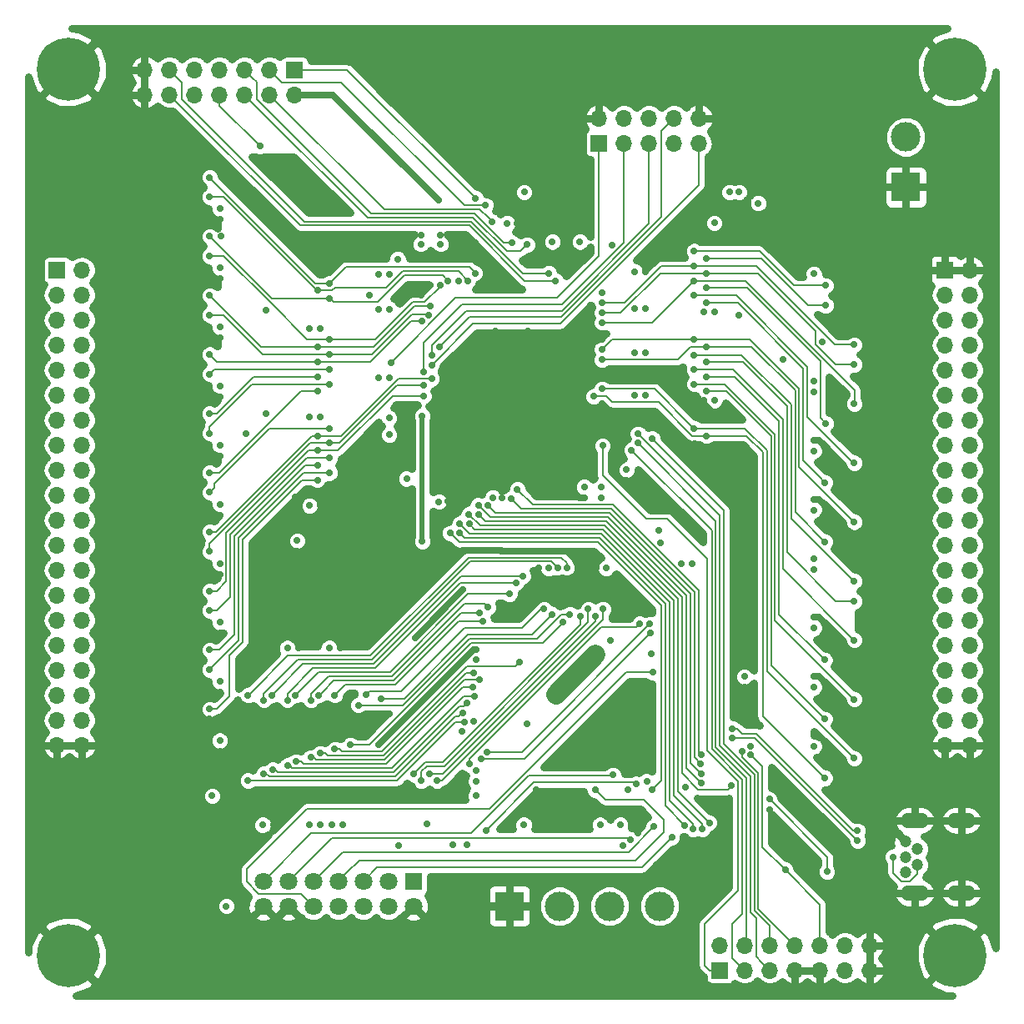
<source format=gbl>
G04 #@! TF.FileFunction,Copper,L4,Bot,Signal*
%FSLAX46Y46*%
G04 Gerber Fmt 4.6, Leading zero omitted, Abs format (unit mm)*
G04 Created by KiCad (PCBNEW 4.0.7) date 12/17/17 16:00:19*
%MOMM*%
%LPD*%
G01*
G04 APERTURE LIST*
%ADD10C,0.100000*%
%ADD11R,1.700000X1.700000*%
%ADD12O,1.700000X1.700000*%
%ADD13C,3.000000*%
%ADD14R,3.000000X3.000000*%
%ADD15R,1.800000X1.800000*%
%ADD16C,1.800000*%
%ADD17C,1.200000*%
%ADD18O,2.800000X1.600000*%
%ADD19C,6.400000*%
%ADD20C,0.710000*%
%ADD21C,0.710000*%
%ADD22C,0.210000*%
%ADD23C,2.000000*%
%ADD24C,0.500000*%
%ADD25C,0.800000*%
G04 APERTURE END LIST*
D10*
D11*
X71120000Y-96520000D03*
D12*
X71120000Y-93980000D03*
X73660000Y-96520000D03*
X73660000Y-93980000D03*
X76200000Y-96520000D03*
X76200000Y-93980000D03*
X78740000Y-96520000D03*
X78740000Y-93980000D03*
X81280000Y-96520000D03*
X81280000Y-93980000D03*
X83820000Y-96520000D03*
X83820000Y-93980000D03*
X86360000Y-96520000D03*
X86360000Y-93980000D03*
D13*
X54840000Y-90000000D03*
X59920000Y-90000000D03*
D14*
X49760000Y-90000000D03*
D13*
X65000000Y-90000000D03*
D15*
X40000000Y-87460000D03*
D16*
X40000000Y-90000000D03*
X37460000Y-87460000D03*
X37460000Y-90000000D03*
X34920000Y-87460000D03*
X34920000Y-90000000D03*
X32380000Y-87460000D03*
X32380000Y-90000000D03*
X29840000Y-87460000D03*
X29840000Y-90000000D03*
X27300000Y-87460000D03*
X27300000Y-90000000D03*
X24760000Y-87460000D03*
X24760000Y-90000000D03*
D11*
X93980000Y-25400000D03*
D12*
X96520000Y-25400000D03*
X93980000Y-27940000D03*
X96520000Y-27940000D03*
X93980000Y-30480000D03*
X96520000Y-30480000D03*
X93980000Y-33020000D03*
X96520000Y-33020000D03*
X93980000Y-35560000D03*
X96520000Y-35560000D03*
X93980000Y-38100000D03*
X96520000Y-38100000D03*
X93980000Y-40640000D03*
X96520000Y-40640000D03*
X93980000Y-43180000D03*
X96520000Y-43180000D03*
X93980000Y-45720000D03*
X96520000Y-45720000D03*
X93980000Y-48260000D03*
X96520000Y-48260000D03*
X93980000Y-50800000D03*
X96520000Y-50800000D03*
X93980000Y-53340000D03*
X96520000Y-53340000D03*
X93980000Y-55880000D03*
X96520000Y-55880000D03*
X93980000Y-58420000D03*
X96520000Y-58420000D03*
X93980000Y-60960000D03*
X96520000Y-60960000D03*
X93980000Y-63500000D03*
X96520000Y-63500000D03*
X93980000Y-66040000D03*
X96520000Y-66040000D03*
X93980000Y-68580000D03*
X96520000Y-68580000D03*
X93980000Y-71120000D03*
X96520000Y-71120000D03*
X93980000Y-73660000D03*
X96520000Y-73660000D03*
D11*
X3810000Y-25400000D03*
D12*
X6350000Y-25400000D03*
X3810000Y-27940000D03*
X6350000Y-27940000D03*
X3810000Y-30480000D03*
X6350000Y-30480000D03*
X3810000Y-33020000D03*
X6350000Y-33020000D03*
X3810000Y-35560000D03*
X6350000Y-35560000D03*
X3810000Y-38100000D03*
X6350000Y-38100000D03*
X3810000Y-40640000D03*
X6350000Y-40640000D03*
X3810000Y-43180000D03*
X6350000Y-43180000D03*
X3810000Y-45720000D03*
X6350000Y-45720000D03*
X3810000Y-48260000D03*
X6350000Y-48260000D03*
X3810000Y-50800000D03*
X6350000Y-50800000D03*
X3810000Y-53340000D03*
X6350000Y-53340000D03*
X3810000Y-55880000D03*
X6350000Y-55880000D03*
X3810000Y-58420000D03*
X6350000Y-58420000D03*
X3810000Y-60960000D03*
X6350000Y-60960000D03*
X3810000Y-63500000D03*
X6350000Y-63500000D03*
X3810000Y-66040000D03*
X6350000Y-66040000D03*
X3810000Y-68580000D03*
X6350000Y-68580000D03*
X3810000Y-71120000D03*
X6350000Y-71120000D03*
X3810000Y-73660000D03*
X6350000Y-73660000D03*
D11*
X27940000Y-5080000D03*
D12*
X27940000Y-7620000D03*
X25400000Y-5080000D03*
X25400000Y-7620000D03*
X22860000Y-5080000D03*
X22860000Y-7620000D03*
X20320000Y-5080000D03*
X20320000Y-7620000D03*
X17780000Y-5080000D03*
X17780000Y-7620000D03*
X15240000Y-5080000D03*
X15240000Y-7620000D03*
X12700000Y-5080000D03*
X12700000Y-7620000D03*
D11*
X58840000Y-12540000D03*
D12*
X58840000Y-10000000D03*
X61380000Y-12540000D03*
X61380000Y-10000000D03*
X63920000Y-12540000D03*
X63920000Y-10000000D03*
X66460000Y-12540000D03*
X66460000Y-10000000D03*
X69000000Y-12540000D03*
X69000000Y-10000000D03*
D17*
X90000000Y-86600000D03*
X91200000Y-85800000D03*
X90000000Y-85000000D03*
X91200000Y-84200000D03*
X90000000Y-83400000D03*
D18*
X90900000Y-88700000D03*
X95650000Y-88700000D03*
X90900000Y-81300000D03*
X95650000Y-81300000D03*
D14*
X90000000Y-17000000D03*
D13*
X90000000Y-11920000D03*
D19*
X5000000Y-5000000D03*
X95000000Y-5000000D03*
X95000000Y-95000000D03*
X5000000Y-95000000D03*
D20*
X69433309Y-53066691D03*
X76150000Y-80250000D03*
X48950000Y-53943165D03*
X45050000Y-57850000D03*
X40150000Y-62750000D03*
X45400000Y-83800000D03*
X64650000Y-85800000D03*
X48350000Y-26700000D03*
X23000000Y-42000000D03*
X18000000Y-84500000D03*
X20500000Y-22000000D03*
X25000000Y-29500000D03*
X25000000Y-40000000D03*
X80693871Y-80500000D03*
X73000000Y-30000000D03*
X77500000Y-34500000D03*
X77500000Y-24500000D03*
X70500000Y-79500000D03*
X47500000Y-14500000D03*
X33000000Y-19500000D03*
X25500000Y-15500000D03*
X64118049Y-64365359D03*
X64000000Y-75500000D03*
X54000000Y-75500000D03*
X64000000Y-68000000D03*
X51500000Y-71500000D03*
X51208317Y-60116335D03*
X63000000Y-60000000D03*
X60000000Y-63000000D03*
X60000000Y-72000000D03*
X69000000Y-98000000D03*
X60000000Y-98000000D03*
X50000000Y-98000000D03*
X40000000Y-98000000D03*
X30000000Y-98000000D03*
X20000000Y-98000000D03*
X10000000Y-98000000D03*
X36500000Y-73600000D03*
X41450000Y-68650000D03*
X37600000Y-70500000D03*
X27450000Y-71850000D03*
X18000000Y-90000000D03*
X18000000Y-80000000D03*
X10000000Y-90000000D03*
X10000000Y-80000000D03*
X2000000Y-90000000D03*
X2000000Y-80000000D03*
X1000000Y-70000000D03*
X1000000Y-60000000D03*
X1000000Y-50000000D03*
X1000000Y-40000000D03*
X1000000Y-30000000D03*
X2000000Y-20000000D03*
X2000000Y-10000000D03*
X99000000Y-70000000D03*
X99000000Y-60000000D03*
X99000000Y-50000000D03*
X99000000Y-40000000D03*
X99000000Y-30000000D03*
X98000000Y-20000000D03*
X98000000Y-10000000D03*
X90000000Y-2000000D03*
X80000000Y-2000000D03*
X70000000Y-2000000D03*
X60000000Y-2000000D03*
X50000000Y-2000000D03*
X40000000Y-2000000D03*
X30000000Y-2000000D03*
X20000000Y-2000000D03*
X10000000Y-2000000D03*
X77204771Y-77010900D03*
X70986331Y-40649625D03*
X77000000Y-82500000D03*
X82500000Y-37000000D03*
X73570011Y-60000000D03*
X73500000Y-48000000D03*
X73500000Y-54000000D03*
X59000000Y-36000000D03*
X58000000Y-29000000D03*
X42000000Y-44000000D03*
X28000000Y-48500000D03*
X20350000Y-50300000D03*
X20350000Y-56300000D03*
X25000000Y-54000000D03*
X25000000Y-60500000D03*
X34000000Y-55000000D03*
X34000000Y-48500000D03*
X39500000Y-48500000D03*
X45000000Y-53900000D03*
X59150000Y-39000000D03*
X59150000Y-32450000D03*
X23600000Y-64900000D03*
X19300000Y-71000000D03*
X52500000Y-78200000D03*
X31450000Y-25650000D03*
X31450000Y-24350000D03*
X31450000Y-23050000D03*
X13700000Y-69000000D03*
X13700000Y-63000000D03*
X13700000Y-57000000D03*
X13700000Y-51000000D03*
X13700000Y-45000000D03*
X13700000Y-39000000D03*
X13700000Y-33000000D03*
X13700000Y-27000000D03*
X13700000Y-21000000D03*
X13700000Y-15000000D03*
X30550000Y-49350000D03*
X30550000Y-40350000D03*
X30550000Y-31350000D03*
X20350000Y-20300000D03*
X20350000Y-26300000D03*
X20350000Y-32300000D03*
X20350000Y-38300000D03*
X20350000Y-44300000D03*
X20350000Y-62300000D03*
X20350000Y-68300000D03*
X20350000Y-74300000D03*
X54250000Y-44250000D03*
X56750000Y-44250000D03*
X43500000Y-48900000D03*
X38200000Y-46600000D03*
X36504999Y-43900000D03*
X36504999Y-42150000D03*
X36450000Y-36400000D03*
X68550000Y-45600000D03*
X68550000Y-44300000D03*
X68550000Y-43050000D03*
X69450000Y-38650000D03*
X69450000Y-29650000D03*
X69450000Y-20650000D03*
X87300000Y-78000000D03*
X87300000Y-72000000D03*
X87300000Y-66000000D03*
X87300000Y-60000000D03*
X87300000Y-54000000D03*
X87300000Y-48000000D03*
X87300000Y-42000000D03*
X87300000Y-36000000D03*
X87300000Y-30000000D03*
X80650000Y-24700000D03*
X80650000Y-72700000D03*
X80650000Y-66700000D03*
X80650000Y-60700000D03*
X80650000Y-54700000D03*
X80650000Y-48700000D03*
X59150000Y-27750000D03*
X73600000Y-67800000D03*
X74250000Y-71250000D03*
X46050000Y-36400000D03*
X46050000Y-33600000D03*
X53950000Y-36400000D03*
X53950000Y-33600000D03*
X51650000Y-38450000D03*
X48350000Y-38450000D03*
X51650000Y-31600000D03*
X48350000Y-31600000D03*
X48350000Y-36400000D03*
X51650000Y-36400000D03*
X51650000Y-33600000D03*
X48350000Y-33600000D03*
X63550000Y-38150000D03*
X63550000Y-33850000D03*
X40800000Y-28000000D03*
X41700000Y-27000000D03*
X44550000Y-26500000D03*
X46250000Y-22650000D03*
X55250000Y-25750000D03*
X56900000Y-21450000D03*
X54100000Y-21450000D03*
X40800000Y-27000000D03*
X85650000Y-20000000D03*
X73150000Y-14500000D03*
X75000000Y-13400000D03*
X77500000Y-15000000D03*
X82150000Y-15000000D03*
X50500000Y-20700000D03*
X47650000Y-11000000D03*
X47650000Y-9700000D03*
X47650000Y-8400000D03*
X36450000Y-29400000D03*
X38400000Y-23200000D03*
X35550000Y-28000000D03*
X36450000Y-25900000D03*
X40750000Y-21850000D03*
X42750000Y-21850000D03*
X80650000Y-42700000D03*
X80650000Y-36700000D03*
X82350000Y-31000000D03*
X63550000Y-25600000D03*
X63550000Y-24250000D03*
X63550000Y-29350000D03*
X56050000Y-81750000D03*
X54200000Y-81750000D03*
X48964747Y-48550549D03*
X61650000Y-46800000D03*
X59100000Y-48550000D03*
X57350000Y-48550000D03*
X67200000Y-55200000D03*
X61250000Y-83850000D03*
X43750000Y-90300000D03*
X85000000Y-89000000D03*
X62800000Y-82550000D03*
X19550000Y-77700000D03*
X25800000Y-81750000D03*
X38500000Y-83850000D03*
X46350000Y-76200000D03*
X45250000Y-76750000D03*
X46150000Y-71200000D03*
X28200000Y-54000000D03*
X36550000Y-59050000D03*
X38450000Y-57100000D03*
X32550000Y-63800000D03*
X28350000Y-63800000D03*
X58600000Y-55700000D03*
X30550000Y-81700000D03*
X31700000Y-81700000D03*
X52700000Y-55683373D03*
X46400000Y-63950000D03*
X76150000Y-79150000D03*
X82000000Y-86500000D03*
X58500000Y-64500000D03*
X54500000Y-68500000D03*
X42550000Y-18350000D03*
X29450000Y-49350000D03*
X29450000Y-40350000D03*
X29450000Y-31350000D03*
X37550000Y-40450000D03*
X42591569Y-48953437D03*
X39300000Y-46600000D03*
X37550000Y-42150000D03*
X37550000Y-36400000D03*
X70550000Y-38650000D03*
X70550000Y-29650000D03*
X70550000Y-20650000D03*
X60173000Y-22923000D03*
X73600000Y-66700000D03*
X74250000Y-73739997D03*
X62450000Y-38150000D03*
X62450000Y-33850000D03*
X38400000Y-24300000D03*
X56900000Y-22550000D03*
X54100000Y-22550000D03*
X75000000Y-18650000D03*
X72100000Y-17500000D03*
X73050000Y-17500000D03*
X49500000Y-20700000D03*
X37550000Y-29400000D03*
X40750000Y-22800000D03*
X37550000Y-25900000D03*
X42750000Y-22800000D03*
X62450000Y-25600000D03*
X62450000Y-29350000D03*
X58950000Y-81750000D03*
X51200000Y-81750000D03*
X51250000Y-17500000D03*
X48054778Y-48542832D03*
X61650000Y-45700000D03*
X59100000Y-47450000D03*
X57350000Y-47450000D03*
X68300000Y-55250000D03*
X21000000Y-90000000D03*
X44000000Y-83750000D03*
X19550000Y-78800000D03*
X24700000Y-81750000D03*
X41350000Y-81650000D03*
X61000000Y-81750000D03*
X46350000Y-78800000D03*
X46350000Y-77300000D03*
X44950000Y-72250000D03*
X28200000Y-52900000D03*
X31450000Y-63800000D03*
X27200000Y-63800000D03*
X59564875Y-55685126D03*
X29450000Y-81700000D03*
X53716560Y-55683373D03*
X46400000Y-65005289D03*
X32800000Y-81700000D03*
X20350000Y-55200000D03*
X20350000Y-19200000D03*
X20350000Y-25200000D03*
X20350000Y-31200000D03*
X20350000Y-37200000D03*
X20350000Y-43200000D03*
X20350000Y-49200000D03*
X20350000Y-61200000D03*
X20350000Y-67200000D03*
X20350000Y-73200000D03*
X80650000Y-25800000D03*
X80650000Y-73800000D03*
X80650000Y-67800000D03*
X80650000Y-61800000D03*
X80650000Y-55800000D03*
X80650000Y-49800000D03*
X80650000Y-43800000D03*
X80650000Y-37800000D03*
X81500000Y-32700000D03*
X62600000Y-77600000D03*
X47350000Y-82300000D03*
X66250000Y-83000000D03*
X58450000Y-78200000D03*
X64400000Y-81950000D03*
X64294990Y-66250000D03*
X62050000Y-83250000D03*
X60250000Y-76700000D03*
X88700000Y-85000000D03*
X37750000Y-34800000D03*
X41050000Y-35750000D03*
X41850000Y-34100000D03*
X42650000Y-33250000D03*
X41850000Y-35050000D03*
X46300000Y-18121879D03*
X47300000Y-18850000D03*
X47960215Y-20496975D03*
X50000000Y-22650000D03*
X51550000Y-22850000D03*
X24400000Y-12850000D03*
X53750000Y-25750000D03*
X54450000Y-26500000D03*
X59200000Y-43250000D03*
X62150000Y-43700000D03*
X62800000Y-43000000D03*
X62800000Y-42050000D03*
X64250000Y-42550000D03*
X73400000Y-74250000D03*
X74250000Y-74650000D03*
X77750000Y-86300000D03*
X40900000Y-52950000D03*
X61750000Y-78200000D03*
X40900000Y-40250000D03*
X85100000Y-83350000D03*
X72400000Y-72910003D03*
X85100000Y-82350000D03*
X72400000Y-72000000D03*
X54098178Y-60398178D03*
X36700000Y-68930000D03*
X65055771Y-53094229D03*
X63700000Y-77300000D03*
X43737332Y-52124955D03*
X64250000Y-78200000D03*
X44684394Y-52124492D03*
X67554906Y-81800385D03*
X64950000Y-51850000D03*
X67600000Y-77900000D03*
X44692797Y-51185370D03*
X68400000Y-82200000D03*
X45657063Y-51202112D03*
X69333985Y-82184915D03*
X45640019Y-50237543D03*
X70050000Y-81550000D03*
X46600000Y-50250000D03*
X72300000Y-77800000D03*
X46600000Y-49300000D03*
X69200000Y-77500000D03*
X47550000Y-49300000D03*
X69200000Y-76550000D03*
X49900000Y-48650000D03*
X69186240Y-75583764D03*
X50550000Y-47700000D03*
X69200000Y-74650000D03*
X46881603Y-75073414D03*
X64050000Y-62300000D03*
X47450000Y-74350000D03*
X64000000Y-61350000D03*
X63000000Y-61300000D03*
X45650000Y-75600000D03*
X59250000Y-59850000D03*
X42400000Y-77250000D03*
X58500000Y-60600000D03*
X41600000Y-76550000D03*
X57750000Y-59850000D03*
X40800000Y-77250000D03*
X56950000Y-60600000D03*
X40000000Y-76600000D03*
X34400000Y-69600000D03*
X55870000Y-60400000D03*
X55200000Y-61200000D03*
X33600000Y-73639930D03*
X55570001Y-55650049D03*
X23200000Y-68600000D03*
X54650000Y-55649403D03*
X24800000Y-69100000D03*
X53250000Y-59850000D03*
X35200000Y-68550000D03*
X51150000Y-56480000D03*
X25600000Y-68600000D03*
X50450000Y-57150000D03*
X27200000Y-69100000D03*
X28000000Y-68600000D03*
X49750000Y-58300000D03*
X29600000Y-69100000D03*
X47563447Y-59666162D03*
X46708670Y-60208670D03*
X30400000Y-68600000D03*
X32000000Y-68600000D03*
X47050000Y-61080000D03*
X32000000Y-74059940D03*
X50800000Y-65250000D03*
X30504253Y-74479950D03*
X46096454Y-66345290D03*
X29600000Y-74899960D03*
X46717567Y-67023981D03*
X28068365Y-75319970D03*
X46036411Y-67777316D03*
X27200000Y-75739980D03*
X46201854Y-68682319D03*
X45456932Y-69352319D03*
X25718414Y-76159990D03*
X44983555Y-70377318D03*
X24800000Y-76550000D03*
X45150000Y-71300000D03*
X23200000Y-77250000D03*
X19300000Y-28000000D03*
X41750000Y-29100000D03*
X30250000Y-33250000D03*
X19300000Y-30000000D03*
X41529293Y-29982831D03*
X31500000Y-34000000D03*
X19300000Y-34000000D03*
X40853325Y-30592068D03*
X30250000Y-34750000D03*
X19300000Y-36000000D03*
X31500000Y-35500000D03*
X19300000Y-40000000D03*
X30250000Y-36250000D03*
X19300000Y-42000000D03*
X31500000Y-37000000D03*
X19300000Y-46000000D03*
X30250000Y-37750000D03*
X19300000Y-48000000D03*
X31500000Y-41500000D03*
X19300000Y-52000000D03*
X41850000Y-36450000D03*
X30250000Y-42250000D03*
X19300000Y-54000000D03*
X41050000Y-37150000D03*
X31500000Y-43000000D03*
X19300000Y-58000000D03*
X41050000Y-38200000D03*
X30250000Y-43750000D03*
X19300000Y-60000000D03*
X31500000Y-44500000D03*
X19300000Y-64000000D03*
X30250000Y-45250000D03*
X19300000Y-66000000D03*
X31500000Y-46000000D03*
X19300000Y-70000000D03*
X30250000Y-46750000D03*
X58300000Y-38250000D03*
X81750000Y-77000000D03*
X69750000Y-42250000D03*
X84750000Y-75000000D03*
X59150000Y-37500000D03*
X68500000Y-41500000D03*
X81750000Y-71000000D03*
X69750000Y-37750000D03*
X84750000Y-69000000D03*
X68500000Y-37000000D03*
X81750000Y-65000000D03*
X69750000Y-36250000D03*
X84750000Y-63000000D03*
X68500000Y-35500000D03*
X84750000Y-59050000D03*
X69750000Y-34750000D03*
X84750000Y-57000000D03*
X68500000Y-34035000D03*
X81800000Y-53000000D03*
X59150000Y-34500000D03*
X69750000Y-33250000D03*
X84750000Y-51000000D03*
X59150000Y-33500000D03*
X68500000Y-32500000D03*
X81800000Y-47000000D03*
X69750000Y-28750000D03*
X84750000Y-45000000D03*
X68500000Y-28000000D03*
X81850000Y-41000000D03*
X69750000Y-27250000D03*
X84750000Y-39000000D03*
X59150000Y-30750000D03*
X68500000Y-26500000D03*
X84750000Y-35000000D03*
X59150000Y-29750000D03*
X69750000Y-25750000D03*
X84750000Y-33000000D03*
X59150000Y-28750000D03*
X68500000Y-25035000D03*
X81850000Y-29000000D03*
X69750000Y-24250000D03*
X81850000Y-27000000D03*
X68500000Y-23500000D03*
X19300000Y-16000000D03*
X46250000Y-25750000D03*
X31500000Y-26750000D03*
X19300000Y-18000000D03*
X45550000Y-26500000D03*
X30250000Y-27500000D03*
X19300000Y-22000000D03*
X43500000Y-26500000D03*
X31500000Y-28285000D03*
X19300000Y-24000000D03*
X31500000Y-32500000D03*
X42700000Y-27000000D03*
D21*
X57350000Y-48550000D02*
X56847955Y-48550000D01*
X56847955Y-48550000D02*
X56297955Y-48000000D01*
X56843165Y-53943165D02*
X52506835Y-53943165D01*
X52506835Y-53943165D02*
X48950000Y-53943165D01*
X56843165Y-53943165D02*
X58600000Y-55700000D01*
X45000000Y-53900000D02*
X48906835Y-53900000D01*
X48906835Y-53900000D02*
X48950000Y-53943165D01*
X40150000Y-62750000D02*
X45050000Y-57850000D01*
D22*
X85000000Y-84806129D02*
X80693871Y-80500000D01*
X77204771Y-77010900D02*
X80693871Y-80500000D01*
X72000000Y-83000000D02*
X72000000Y-81000000D01*
X72000000Y-81000000D02*
X70500000Y-79500000D01*
X68000000Y-87000000D02*
X72000000Y-83000000D01*
X50500000Y-87000000D02*
X68000000Y-87000000D01*
X49760000Y-87740000D02*
X50500000Y-87000000D01*
X49760000Y-90000000D02*
X49760000Y-87740000D01*
X25500000Y-15500000D02*
X29000000Y-15500000D01*
X29000000Y-15500000D02*
X33000000Y-19500000D01*
D21*
X60000000Y-72000000D02*
X57500000Y-72000000D01*
X57500000Y-72000000D02*
X54000000Y-75500000D01*
D22*
X60000000Y-98000000D02*
X69000000Y-98000000D01*
X40000000Y-98000000D02*
X50000000Y-98000000D01*
X20000000Y-98000000D02*
X30000000Y-98000000D01*
X5000000Y-95000000D02*
X8199999Y-98199999D01*
X8199999Y-98199999D02*
X9800001Y-98199999D01*
X9800001Y-98199999D02*
X10000000Y-98000000D01*
D21*
X41450000Y-68650000D02*
X46150000Y-63950000D01*
X46150000Y-63950000D02*
X46400000Y-63950000D01*
X36500000Y-73600000D02*
X41450000Y-68650000D01*
D22*
X27450000Y-71850000D02*
X28800000Y-70500000D01*
X28800000Y-70500000D02*
X37600000Y-70500000D01*
X18000000Y-80000000D02*
X18000000Y-90000000D01*
X10000000Y-80000000D02*
X10000000Y-90000000D01*
X2000000Y-80000000D02*
X2000000Y-90000000D01*
X1000000Y-60000000D02*
X1000000Y-70000000D01*
X1000000Y-40000000D02*
X1000000Y-50000000D01*
X2000000Y-20000000D02*
X2000000Y-29000000D01*
X2000000Y-29000000D02*
X1000000Y-30000000D01*
X5000000Y-5000000D02*
X1800001Y-8199999D01*
X1800001Y-8199999D02*
X1800001Y-9800001D01*
X1800001Y-9800001D02*
X2000000Y-10000000D01*
X99000000Y-50000000D02*
X99000000Y-60000000D01*
X99000000Y-30000000D02*
X99000000Y-40000000D01*
X98000000Y-10000000D02*
X98000000Y-20000000D01*
X80000000Y-2000000D02*
X90000000Y-2000000D01*
X60000000Y-2000000D02*
X70000000Y-2000000D01*
X40000000Y-2000000D02*
X50000000Y-2000000D01*
X20000000Y-2000000D02*
X30000000Y-2000000D01*
X10000000Y-2000000D02*
X20000000Y-2000000D01*
X85000000Y-89000000D02*
X85000000Y-84806129D01*
X70986331Y-40186331D02*
X70986331Y-40649625D01*
X69450000Y-38650000D02*
X70986331Y-40186331D01*
D21*
X81200000Y-42700000D02*
X82000000Y-43500000D01*
X80650000Y-42700000D02*
X81200000Y-42700000D01*
X81200000Y-48700000D02*
X82000000Y-49500000D01*
X80650000Y-48700000D02*
X81200000Y-48700000D01*
X81200000Y-60700000D02*
X82000000Y-61500000D01*
X80650000Y-60700000D02*
X81200000Y-60700000D01*
X81200000Y-66700000D02*
X82000000Y-67500000D01*
X80650000Y-66700000D02*
X81200000Y-66700000D01*
X80650000Y-72700000D02*
X81152045Y-72700000D01*
X81152045Y-72700000D02*
X82000000Y-73547955D01*
D22*
X73500000Y-54000000D02*
X73500000Y-59929989D01*
X73500000Y-59929989D02*
X73570011Y-60000000D01*
X68550000Y-45600000D02*
X73500000Y-50550000D01*
X73500000Y-50550000D02*
X73500000Y-54000000D01*
X53950000Y-36400000D02*
X58600000Y-36400000D01*
X58600000Y-36400000D02*
X59000000Y-36000000D01*
X59150000Y-32450000D02*
X58000000Y-31300000D01*
X58000000Y-31300000D02*
X58000000Y-29000000D01*
X48350000Y-38450000D02*
X47550000Y-38450000D01*
X47550000Y-38450000D02*
X42000000Y-44000000D01*
X25000000Y-60500000D02*
X25000000Y-54000000D01*
X34000000Y-48500000D02*
X34000000Y-55000000D01*
X38200000Y-46600000D02*
X38200000Y-47200000D01*
X38200000Y-47200000D02*
X39500000Y-48500000D01*
X82000000Y-85000000D02*
X82000000Y-86500000D01*
X76150000Y-79150000D02*
X82000000Y-85000000D01*
D23*
X54500000Y-68500000D02*
X58500000Y-64500000D01*
D21*
X27940000Y-7620000D02*
X31820000Y-7620000D01*
X31820000Y-7620000D02*
X42550000Y-18350000D01*
D22*
X52203218Y-77446782D02*
X62446782Y-77446782D01*
X47350000Y-82300000D02*
X52203218Y-77446782D01*
X62446782Y-77446782D02*
X62600000Y-77600000D01*
X34920000Y-87460000D02*
X36319002Y-86060998D01*
X36319002Y-86060998D02*
X63189002Y-86060998D01*
X63189002Y-86060998D02*
X66250000Y-83000000D01*
X58450000Y-78200000D02*
X59482359Y-79232359D01*
X59482359Y-79232359D02*
X63382359Y-79232359D01*
X65400000Y-82500000D02*
X62560010Y-85339990D01*
X63382359Y-79232359D02*
X65400000Y-81250000D01*
X62560010Y-85339990D02*
X34500010Y-85339990D01*
X34500010Y-85339990D02*
X33279999Y-86560001D01*
X65400000Y-81250000D02*
X65400000Y-82500000D01*
X33279999Y-86560001D02*
X32380000Y-87460000D01*
X61837455Y-84512545D02*
X32787455Y-84512545D01*
X29840000Y-87460000D02*
X32787455Y-84512545D01*
X61837455Y-84512545D02*
X64400000Y-81950000D01*
X29840000Y-90000000D02*
X28591992Y-88751992D01*
X28591992Y-88751992D02*
X24268590Y-88751992D01*
X24268590Y-88751992D02*
X23050000Y-87533402D01*
X23050000Y-87533402D02*
X23050000Y-86250000D01*
X23050000Y-86250000D02*
X29200000Y-80100000D01*
X29200000Y-80100000D02*
X47750000Y-80100000D01*
X47750000Y-80100000D02*
X61600000Y-66250000D01*
X61600000Y-66250000D02*
X63792945Y-66250000D01*
X63792945Y-66250000D02*
X64294990Y-66250000D01*
X27300000Y-87460000D02*
X31683891Y-83076109D01*
X31683891Y-83076109D02*
X61876109Y-83076109D01*
X61876109Y-83076109D02*
X62050000Y-83250000D01*
X51713218Y-76786782D02*
X60163218Y-76786782D01*
X29603199Y-82616801D02*
X45883199Y-82616801D01*
X45883199Y-82616801D02*
X51713218Y-76786782D01*
X24760000Y-87460000D02*
X29603199Y-82616801D01*
X60163218Y-76786782D02*
X60250000Y-76700000D01*
X91200000Y-85800000D02*
X91200000Y-86739402D01*
X91200000Y-86739402D02*
X90434401Y-87505001D01*
X90434401Y-87505001D02*
X89565599Y-87505001D01*
X89565599Y-87505001D02*
X88700000Y-86639402D01*
X88700000Y-86639402D02*
X88700000Y-85000000D01*
X37750000Y-34800000D02*
X44279083Y-28270917D01*
X44279083Y-28270917D02*
X54565246Y-28270917D01*
X54565246Y-28270917D02*
X58840000Y-23996163D01*
X58840000Y-23996163D02*
X58840000Y-13600000D01*
X58840000Y-13600000D02*
X58840000Y-12540000D01*
X61380000Y-22649397D02*
X61380000Y-13742081D01*
X44899830Y-28912333D02*
X55117064Y-28912333D01*
X41050000Y-32762163D02*
X44899830Y-28912333D01*
X61380000Y-13742081D02*
X61380000Y-12540000D01*
X41050000Y-35750000D02*
X41050000Y-32762163D01*
X55117064Y-28912333D02*
X61380000Y-22649397D01*
X41850000Y-33073200D02*
X45369451Y-29553749D01*
X41850000Y-34100000D02*
X41850000Y-33073200D01*
X55055490Y-29553749D02*
X63920000Y-20689239D01*
X63920000Y-20689239D02*
X63920000Y-13742081D01*
X45369451Y-29553749D02*
X55055490Y-29553749D01*
X63920000Y-13742081D02*
X63920000Y-12540000D01*
X42650000Y-33250000D02*
X45698868Y-30201132D01*
X45698868Y-30201132D02*
X54987949Y-30201132D01*
X54987949Y-30201132D02*
X65198008Y-19991073D01*
X65198008Y-19991073D02*
X65198008Y-11261992D01*
X65198008Y-11261992D02*
X65610001Y-10849999D01*
X65610001Y-10849999D02*
X66460000Y-10000000D01*
X46057452Y-30842548D02*
X54926375Y-30842548D01*
X41850000Y-35050000D02*
X46057452Y-30842548D01*
X54926375Y-30842548D02*
X69000000Y-16768923D01*
X69000000Y-16768923D02*
X69000000Y-13742081D01*
X69000000Y-13742081D02*
X69000000Y-12540000D01*
X45945001Y-17766880D02*
X46300000Y-18121879D01*
X33258121Y-5080000D02*
X45945001Y-17766880D01*
X27940000Y-5080000D02*
X33258121Y-5080000D01*
X47300000Y-18850000D02*
X45173408Y-18850000D01*
X26249999Y-5929999D02*
X25400000Y-5080000D01*
X45173408Y-18850000D02*
X32674995Y-6351587D01*
X32674995Y-6351587D02*
X26671587Y-6351587D01*
X26671587Y-6351587D02*
X26249999Y-5929999D01*
X25400000Y-7620000D02*
X37040011Y-19260011D01*
X37040011Y-19260011D02*
X46723251Y-19260011D01*
X46723251Y-19260011D02*
X47605216Y-20141976D01*
X47605216Y-20141976D02*
X47960215Y-20496975D01*
X50000000Y-22650000D02*
X49179846Y-22650000D01*
X49179846Y-22650000D02*
X46199868Y-19670022D01*
X46199868Y-19670022D02*
X35740620Y-19670022D01*
X35740620Y-19670022D02*
X24122331Y-8051733D01*
X24122331Y-8051733D02*
X24122331Y-6342331D01*
X24122331Y-6342331D02*
X23709999Y-5929999D01*
X23709999Y-5929999D02*
X22860000Y-5080000D01*
X50889999Y-23510001D02*
X49460003Y-23510001D01*
X35320033Y-20080033D02*
X23709999Y-8469999D01*
X23709999Y-8469999D02*
X22860000Y-7620000D01*
X46030036Y-20080033D02*
X35320033Y-20080033D01*
X49460003Y-23510001D02*
X46030036Y-20080033D01*
X51550000Y-22850000D02*
X50889999Y-23510001D01*
X24400000Y-12850000D02*
X20320000Y-8770000D01*
X20320000Y-8770000D02*
X20320000Y-7620000D01*
X53750000Y-25750000D02*
X51120160Y-25750000D01*
X51120160Y-25750000D02*
X45860204Y-20490044D01*
X45860204Y-20490044D02*
X28940642Y-20490044D01*
X28940642Y-20490044D02*
X16505241Y-8054643D01*
X16505241Y-6345241D02*
X16089999Y-5929999D01*
X16089999Y-5929999D02*
X15240000Y-5080000D01*
X16505241Y-8054643D02*
X16505241Y-6345241D01*
X54450000Y-26500000D02*
X51250000Y-26500000D01*
X51250000Y-26500000D02*
X45650054Y-20900054D01*
X28520054Y-20900054D02*
X16089999Y-8469999D01*
X45650054Y-20900054D02*
X28520054Y-20900054D01*
X16089999Y-8469999D02*
X15240000Y-7620000D01*
X59200000Y-43250000D02*
X59200000Y-46252407D01*
X63647593Y-50700000D02*
X65800000Y-50700000D01*
X59200000Y-46252407D02*
X63647593Y-50700000D01*
X65800000Y-50700000D02*
X69860001Y-54760001D01*
X69860001Y-54760001D02*
X69860001Y-74210001D01*
X69860001Y-74210001D02*
X72960001Y-77310001D01*
X72960001Y-77310001D02*
X72960001Y-88439999D01*
X72960001Y-88439999D02*
X69550000Y-91850000D01*
X69550000Y-91850000D02*
X69550000Y-96010000D01*
X69550000Y-96010000D02*
X70060000Y-96520000D01*
X70060000Y-96520000D02*
X71120000Y-96520000D01*
X72810001Y-95670001D02*
X73660000Y-96520000D01*
X72400000Y-91800000D02*
X72400000Y-95260000D01*
X70299997Y-51849997D02*
X70299997Y-74070166D01*
X62150000Y-43700000D02*
X70299997Y-51849997D01*
X73386264Y-90813736D02*
X72400000Y-91800000D01*
X72400000Y-95260000D02*
X72810001Y-95670001D01*
X73386264Y-77156433D02*
X73386264Y-90813736D01*
X70299997Y-74070166D02*
X73386264Y-77156433D01*
X62800000Y-43000000D02*
X70710008Y-50910008D01*
X70710008Y-50910008D02*
X70710008Y-73900334D01*
X70710008Y-73900334D02*
X73796275Y-76986601D01*
X73796275Y-76986601D02*
X73796275Y-93843725D01*
X73796275Y-93843725D02*
X73660000Y-93980000D01*
X75350001Y-95670001D02*
X76200000Y-96520000D01*
X74816704Y-95136704D02*
X75350001Y-95670001D01*
X74816704Y-91216389D02*
X74816704Y-95136704D01*
X71120019Y-73730502D02*
X74206286Y-76816769D01*
X71120019Y-50370019D02*
X71120019Y-73730502D01*
X62800000Y-42050000D02*
X71120019Y-50370019D01*
X74206286Y-76816769D02*
X74206286Y-90605972D01*
X74206286Y-90605972D02*
X74816704Y-91216389D01*
X74616297Y-76646937D02*
X74616297Y-90436140D01*
X74616297Y-90436140D02*
X76200000Y-92019842D01*
X76200000Y-92019842D02*
X76200000Y-92777919D01*
X71530030Y-49830030D02*
X71530030Y-73560670D01*
X64250000Y-42550000D02*
X71530030Y-49830030D01*
X76200000Y-92777919D02*
X76200000Y-93980000D01*
X71530030Y-73560670D02*
X74616297Y-76646937D01*
X75026308Y-76477105D02*
X75026308Y-90266308D01*
X73400000Y-74250000D02*
X73400000Y-74850797D01*
X73400000Y-74850797D02*
X75026308Y-76477105D01*
X75026308Y-90266308D02*
X77890001Y-93130001D01*
X77890001Y-93130001D02*
X78740000Y-93980000D01*
X74250000Y-74650000D02*
X75436319Y-75836319D01*
X75436319Y-83986319D02*
X77750000Y-86300000D01*
X75436319Y-75836319D02*
X75436319Y-83986319D01*
X81280000Y-89830000D02*
X77750000Y-86300000D01*
X81280000Y-93980000D02*
X81280000Y-89830000D01*
D24*
X40900000Y-52950000D02*
X40900000Y-40250000D01*
D22*
X72400000Y-72910003D02*
X74660003Y-72910003D01*
X74660003Y-72910003D02*
X85100000Y-83350000D01*
X75070013Y-72740173D02*
X84679840Y-82350000D01*
X84679840Y-82350000D02*
X85100000Y-82350000D01*
X74829834Y-72499993D02*
X75070013Y-72740173D01*
X73402038Y-72499993D02*
X74829834Y-72499993D01*
X72902045Y-72000000D02*
X73402038Y-72499993D01*
X72400000Y-72000000D02*
X72902045Y-72000000D01*
X53743179Y-60753177D02*
X54098178Y-60398178D01*
X52057721Y-62438635D02*
X53743179Y-60753177D01*
X45537860Y-62438635D02*
X52057721Y-62438635D01*
X36700000Y-68930000D02*
X39046495Y-68930000D01*
X39046495Y-68930000D02*
X45537860Y-62438635D01*
X44650404Y-53038027D02*
X43737332Y-52124955D01*
X65159018Y-77290982D02*
X65159018Y-59504874D01*
X64250000Y-78200000D02*
X65159018Y-77290982D01*
X65159018Y-59504874D02*
X58692171Y-53038027D01*
X58692171Y-53038027D02*
X44650404Y-53038027D01*
X65579029Y-79824508D02*
X67554906Y-81800385D01*
X65579029Y-59330900D02*
X65579029Y-79824508D01*
X58866145Y-52618016D02*
X65579029Y-59330900D01*
X45177918Y-52618016D02*
X58866145Y-52618016D01*
X44684394Y-52124492D02*
X45177918Y-52618016D01*
X68400000Y-81697955D02*
X68400000Y-82200000D01*
X45705432Y-52198005D02*
X59040119Y-52198005D01*
X65999040Y-79296995D02*
X68400000Y-81697955D01*
X44692797Y-51185370D02*
X45705432Y-52198005D01*
X59040119Y-52198005D02*
X65999040Y-59156926D01*
X65999040Y-59156926D02*
X65999040Y-79296995D01*
X66419051Y-78767936D02*
X69333985Y-81682870D01*
X59214093Y-51777994D02*
X66419051Y-58982952D01*
X69333985Y-81682870D02*
X69333985Y-82184915D01*
X46232945Y-51777994D02*
X59214093Y-51777994D01*
X45657063Y-51202112D02*
X46232945Y-51777994D01*
X66419051Y-58982952D02*
X66419051Y-78767936D01*
X66839062Y-58808978D02*
X66839062Y-78339062D01*
X59388067Y-51357983D02*
X66839062Y-58808978D01*
X46760459Y-51357983D02*
X59388067Y-51357983D01*
X45640019Y-50237543D02*
X46760459Y-51357983D01*
X66839062Y-78339062D02*
X70050000Y-81550000D01*
X71929999Y-78170001D02*
X72300000Y-77800000D01*
X68922477Y-78170001D02*
X71929999Y-78170001D01*
X67259073Y-76506597D02*
X68922477Y-78170001D01*
X59562041Y-50937972D02*
X67259073Y-58635004D01*
X46600000Y-50250000D02*
X47287972Y-50937972D01*
X47287972Y-50937972D02*
X59562041Y-50937972D01*
X67259073Y-58635004D02*
X67259073Y-76506597D01*
X67679084Y-75979084D02*
X69200000Y-77500000D01*
X59736015Y-50517961D02*
X67679084Y-58461030D01*
X47817961Y-50517961D02*
X59736015Y-50517961D01*
X67679084Y-58461030D02*
X67679084Y-75979084D01*
X46600000Y-49300000D02*
X47817961Y-50517961D01*
X48347950Y-50097950D02*
X59909989Y-50097950D01*
X47550000Y-49300000D02*
X48347950Y-50097950D01*
X68099095Y-75449095D02*
X69200000Y-76550000D01*
X59909989Y-50097950D02*
X68099095Y-58287056D01*
X68099095Y-58287056D02*
X68099095Y-75449095D01*
X68519106Y-74916630D02*
X69186240Y-75583764D01*
X68519106Y-58113082D02*
X68519106Y-74916630D01*
X49900000Y-48650000D02*
X50927939Y-49677939D01*
X50927939Y-49677939D02*
X60083963Y-49677939D01*
X60083963Y-49677939D02*
X68519106Y-58113082D01*
X50550000Y-47700000D02*
X52105411Y-49255411D01*
X52105411Y-49255411D02*
X60255420Y-49255411D01*
X60255420Y-49255411D02*
X68944224Y-57944215D01*
X68944224Y-57944215D02*
X68944224Y-74394224D01*
X68944224Y-74394224D02*
X69200000Y-74650000D01*
X51276586Y-75073414D02*
X64050000Y-62300000D01*
X46881603Y-75073414D02*
X51276586Y-75073414D01*
X51000000Y-74350000D02*
X64000000Y-61350000D01*
X47450000Y-74350000D02*
X51000000Y-74350000D01*
X62600000Y-61700000D02*
X63000000Y-61300000D01*
X59037145Y-61700000D02*
X62600000Y-61700000D01*
X45650000Y-75087145D02*
X59037145Y-61700000D01*
X45650000Y-75600000D02*
X45650000Y-75087145D01*
X59250000Y-59850000D02*
X59250000Y-60893163D01*
X59250000Y-60893163D02*
X42893163Y-77250000D01*
X42893163Y-77250000D02*
X42400000Y-77250000D01*
X58500000Y-61049179D02*
X42999179Y-76550000D01*
X42999179Y-76550000D02*
X41600000Y-76550000D01*
X58500000Y-60600000D02*
X58500000Y-61049179D01*
X40800000Y-76358398D02*
X40800000Y-77250000D01*
X41358398Y-75800000D02*
X40800000Y-76358398D01*
X43155195Y-75800000D02*
X41358398Y-75800000D01*
X57750000Y-59850000D02*
X57750000Y-61205195D01*
X57750000Y-61205195D02*
X43155195Y-75800000D01*
X56950000Y-61411213D02*
X56950000Y-60600000D01*
X41184425Y-75379990D02*
X42981223Y-75379990D01*
X42981223Y-75379990D02*
X56950000Y-61411213D01*
X40000000Y-76600000D02*
X40000000Y-76564415D01*
X40000000Y-76564415D02*
X41184425Y-75379990D01*
X38956338Y-69600000D02*
X34902045Y-69600000D01*
X52585235Y-62858646D02*
X45697692Y-62858646D01*
X55043881Y-60400000D02*
X52585235Y-62858646D01*
X34902045Y-69600000D02*
X34400000Y-69600000D01*
X55870000Y-60400000D02*
X55043881Y-60400000D01*
X45697692Y-62858646D02*
X38956338Y-69600000D01*
X54845001Y-61554999D02*
X55200000Y-61200000D01*
X35496250Y-73639930D02*
X45857523Y-63278657D01*
X33600000Y-73639930D02*
X35496250Y-73639930D01*
X45857523Y-63278657D02*
X53121343Y-63278657D01*
X53121343Y-63278657D02*
X54845001Y-61554999D01*
X55570001Y-55650049D02*
X55570001Y-55148004D01*
X23554999Y-68245001D02*
X23200000Y-68600000D01*
X35635805Y-64559930D02*
X27240070Y-64559930D01*
X45590909Y-54604826D02*
X35635805Y-64559930D01*
X55570001Y-55148004D02*
X55026823Y-54604826D01*
X55026823Y-54604826D02*
X45590909Y-54604826D01*
X27240070Y-64559930D02*
X23554999Y-68245001D01*
X28228457Y-64979941D02*
X24800000Y-68408398D01*
X45760741Y-55014837D02*
X35795637Y-64979941D01*
X24800000Y-68408398D02*
X24800000Y-68597955D01*
X54015434Y-55014837D02*
X45760741Y-55014837D01*
X54650000Y-55649403D02*
X54015434Y-55014837D01*
X24800000Y-68597955D02*
X24800000Y-69100000D01*
X35795637Y-64979941D02*
X28228457Y-64979941D01*
X51049999Y-61750001D02*
X52950000Y-59850000D01*
X52950000Y-59850000D02*
X53250000Y-59850000D01*
X38754999Y-68195001D02*
X45199999Y-61750001D01*
X45199999Y-61750001D02*
X51049999Y-61750001D01*
X35200000Y-68550000D02*
X35554999Y-68195001D01*
X35554999Y-68195001D02*
X38754999Y-68195001D01*
X51150000Y-56480000D02*
X44875421Y-56480000D01*
X44875421Y-56480000D02*
X35955469Y-65399952D01*
X28800048Y-65399952D02*
X25954999Y-68245001D01*
X35955469Y-65399952D02*
X28800048Y-65399952D01*
X25954999Y-68245001D02*
X25600000Y-68600000D01*
X50450000Y-57150000D02*
X44785263Y-57150000D01*
X36115300Y-65819963D02*
X29788435Y-65819963D01*
X44785263Y-57150000D02*
X36115300Y-65819963D01*
X29788435Y-65819963D02*
X27200000Y-68408398D01*
X27200000Y-68408398D02*
X27200000Y-68597955D01*
X27200000Y-68597955D02*
X27200000Y-69100000D01*
X37620773Y-66239974D02*
X30360026Y-66239974D01*
X28354999Y-68245001D02*
X28000000Y-68600000D01*
X30360026Y-66239974D02*
X28354999Y-68245001D01*
X45560747Y-58300000D02*
X37620773Y-66239974D01*
X49750000Y-58300000D02*
X45560747Y-58300000D01*
X29600000Y-68597955D02*
X29600000Y-69100000D01*
X29600000Y-68408398D02*
X29600000Y-68597955D01*
X37794747Y-66659985D02*
X31348413Y-66659985D01*
X47563447Y-59666162D02*
X47208448Y-59311163D01*
X47208448Y-59311163D02*
X45143569Y-59311163D01*
X45143569Y-59311163D02*
X37794747Y-66659985D01*
X31348413Y-66659985D02*
X29600000Y-68408398D01*
X46708670Y-60208670D02*
X44840046Y-60208670D01*
X44840046Y-60208670D02*
X37968721Y-67079996D01*
X37968721Y-67079996D02*
X31920004Y-67079996D01*
X30754999Y-68245001D02*
X30400000Y-68600000D01*
X31920004Y-67079996D02*
X30754999Y-68245001D01*
X33099993Y-67500007D02*
X32354999Y-68245001D01*
X32354999Y-68245001D02*
X32000000Y-68600000D01*
X47050000Y-61080000D02*
X44562702Y-61080000D01*
X44562702Y-61080000D02*
X38142695Y-67500007D01*
X38142695Y-67500007D02*
X33099993Y-67500007D01*
X50445001Y-65604999D02*
X50800000Y-65250000D01*
X32502045Y-74059940D02*
X32752035Y-74309930D01*
X32000000Y-74059940D02*
X32502045Y-74059940D01*
X36771696Y-74309930D02*
X45406337Y-65675289D01*
X32752035Y-74309930D02*
X36771696Y-74309930D01*
X45406337Y-65675289D02*
X50374711Y-65675289D01*
X50374711Y-65675289D02*
X50445001Y-65604999D01*
X45316178Y-66345290D02*
X45594409Y-66345290D01*
X31256288Y-74729940D02*
X36931528Y-74729940D01*
X31006298Y-74479950D02*
X31256288Y-74729940D01*
X45594409Y-66345290D02*
X46096454Y-66345290D01*
X30504253Y-74479950D02*
X31006298Y-74479950D01*
X36931528Y-74729940D02*
X45316178Y-66345290D01*
X46215522Y-67023981D02*
X46717567Y-67023981D01*
X37091361Y-75149950D02*
X45217330Y-67023981D01*
X29600000Y-74899960D02*
X29850010Y-74899960D01*
X30100000Y-75149950D02*
X37091361Y-75149950D01*
X29850010Y-74899960D02*
X30100000Y-75149950D01*
X45217330Y-67023981D02*
X46215522Y-67023981D01*
X45534366Y-67777316D02*
X46036411Y-67777316D01*
X37251194Y-75569960D02*
X45043838Y-67777316D01*
X28570410Y-75319970D02*
X28820400Y-75569960D01*
X28068365Y-75319970D02*
X28570410Y-75319970D01*
X28820400Y-75569960D02*
X37251194Y-75569960D01*
X45043838Y-67777316D02*
X45534366Y-67777316D01*
X27700000Y-75989970D02*
X37785318Y-75989970D01*
X27200000Y-75739980D02*
X27450010Y-75739980D01*
X27450010Y-75739980D02*
X27700000Y-75989970D01*
X37785318Y-75989970D02*
X45092969Y-68682319D01*
X45092969Y-68682319D02*
X46201854Y-68682319D01*
X45101933Y-69707318D02*
X45456932Y-69352319D01*
X44661953Y-69707318D02*
X45101933Y-69707318D01*
X37959291Y-76409980D02*
X44661953Y-69707318D01*
X25718414Y-76159990D02*
X25950010Y-76159990D01*
X25950010Y-76159990D02*
X26200000Y-76409980D01*
X26200000Y-76409980D02*
X37959291Y-76409980D01*
X38149995Y-76829990D02*
X25350000Y-76829990D01*
X24800000Y-76550000D02*
X25070010Y-76550000D01*
X25070010Y-76550000D02*
X25350000Y-76829990D01*
X44983555Y-70377318D02*
X44628556Y-70732317D01*
X44628556Y-70732317D02*
X44247666Y-70732317D01*
X44247666Y-70732317D02*
X38149995Y-76829990D01*
X44273967Y-71300000D02*
X45150000Y-71300000D01*
X38323967Y-77250000D02*
X44273967Y-71300000D01*
X23200000Y-77250000D02*
X38323967Y-77250000D01*
X30250000Y-33250000D02*
X24550000Y-33250000D01*
X24550000Y-33250000D02*
X19300000Y-28000000D01*
X30752045Y-33250000D02*
X30250000Y-33250000D01*
X35978273Y-33250000D02*
X30752045Y-33250000D01*
X40128273Y-29100000D02*
X35978273Y-33250000D01*
X41750000Y-29100000D02*
X40128273Y-29100000D01*
X20720159Y-30000000D02*
X19300000Y-30000000D01*
X31500000Y-34000000D02*
X24720159Y-34000000D01*
X24720159Y-34000000D02*
X20720159Y-30000000D01*
X39876046Y-29932067D02*
X35808113Y-34000000D01*
X32002045Y-34000000D02*
X31500000Y-34000000D01*
X41529293Y-29982831D02*
X41478529Y-29932067D01*
X41478529Y-29932067D02*
X39876046Y-29932067D01*
X35808113Y-34000000D02*
X32002045Y-34000000D01*
X30250000Y-34750000D02*
X20050000Y-34750000D01*
X20050000Y-34750000D02*
X19300000Y-34000000D01*
X39795885Y-30592068D02*
X35637953Y-34750000D01*
X35637953Y-34750000D02*
X30250000Y-34750000D01*
X40853325Y-30592068D02*
X39795885Y-30592068D01*
X31500000Y-35500000D02*
X19800000Y-35500000D01*
X19800000Y-35500000D02*
X19300000Y-36000000D01*
X23800000Y-36250000D02*
X20050000Y-40000000D01*
X20050000Y-40000000D02*
X19300000Y-40000000D01*
X30250000Y-36250000D02*
X23800000Y-36250000D01*
X31500000Y-37000000D02*
X23629840Y-37000000D01*
X23629840Y-37000000D02*
X19300000Y-41329840D01*
X19300000Y-41329840D02*
X19300000Y-42000000D01*
X28550000Y-37750000D02*
X20300000Y-46000000D01*
X20300000Y-46000000D02*
X19300000Y-46000000D01*
X30250000Y-37750000D02*
X28550000Y-37750000D01*
X19799587Y-47500413D02*
X19300000Y-48000000D01*
X19799587Y-47080253D02*
X19799587Y-47500413D01*
X25379840Y-41500000D02*
X19799587Y-47080253D01*
X31500000Y-41500000D02*
X25379840Y-41500000D01*
X19954501Y-52000000D02*
X19300000Y-52000000D01*
X29704501Y-42250000D02*
X19954501Y-52000000D01*
X30250000Y-42250000D02*
X29704501Y-42250000D01*
X41850000Y-36450000D02*
X38476802Y-36450000D01*
X38476802Y-36450000D02*
X32676802Y-42250000D01*
X32676802Y-42250000D02*
X30752045Y-42250000D01*
X30752045Y-42250000D02*
X30250000Y-42250000D01*
X31500000Y-43000000D02*
X29534341Y-43000000D01*
X19300000Y-53234341D02*
X19300000Y-54000000D01*
X29534341Y-43000000D02*
X19300000Y-53234341D01*
X41050000Y-37150000D02*
X38356642Y-37150000D01*
X38356642Y-37150000D02*
X32506642Y-43000000D01*
X32506642Y-43000000D02*
X32002045Y-43000000D01*
X32002045Y-43000000D02*
X31500000Y-43000000D01*
X21010001Y-52104180D02*
X21010001Y-57039999D01*
X21750000Y-51364181D02*
X21010001Y-52104180D01*
X29364181Y-43750000D02*
X21750000Y-51364181D01*
X30250000Y-43750000D02*
X29364181Y-43750000D01*
X21010001Y-57039999D02*
X20050000Y-58000000D01*
X20050000Y-58000000D02*
X19300000Y-58000000D01*
X41050000Y-38200000D02*
X37886483Y-38200000D01*
X37886483Y-38200000D02*
X32336483Y-43750000D01*
X32336483Y-43750000D02*
X30752045Y-43750000D01*
X30752045Y-43750000D02*
X30250000Y-43750000D01*
X20050000Y-60000000D02*
X19300000Y-60000000D01*
X21420011Y-52274010D02*
X21420011Y-58629989D01*
X29194021Y-44500000D02*
X21420011Y-52274010D01*
X31500000Y-44500000D02*
X29194021Y-44500000D01*
X21420011Y-58629989D02*
X20050000Y-60000000D01*
X21830021Y-52443840D02*
X21830021Y-62469979D01*
X29023861Y-45250000D02*
X21830021Y-52443840D01*
X21830021Y-62469979D02*
X20300000Y-64000000D01*
X30250000Y-45250000D02*
X29023861Y-45250000D01*
X20300000Y-64000000D02*
X19300000Y-64000000D01*
X22240031Y-52613670D02*
X22240031Y-63059969D01*
X22240031Y-63059969D02*
X19300000Y-66000000D01*
X28853701Y-46000000D02*
X22240031Y-52613670D01*
X31500000Y-46000000D02*
X28853701Y-46000000D01*
X20020948Y-70000000D02*
X19300000Y-70000000D01*
X28683541Y-46750000D02*
X22650041Y-52783500D01*
X21350000Y-68670948D02*
X20020948Y-70000000D01*
X21350000Y-64529841D02*
X21350000Y-68670948D01*
X22650041Y-63229800D02*
X21350000Y-64529841D01*
X22650041Y-52783500D02*
X22650041Y-63229800D01*
X30250000Y-46750000D02*
X28683541Y-46750000D01*
X58300000Y-38250000D02*
X59583501Y-38250000D01*
X59583501Y-38250000D02*
X60188500Y-38854999D01*
X60188500Y-38854999D02*
X64878197Y-38854999D01*
X64878197Y-38854999D02*
X68273198Y-42250000D01*
X68273198Y-42250000D02*
X69247955Y-42250000D01*
X69247955Y-42250000D02*
X69750000Y-42250000D01*
X75479889Y-43909729D02*
X75479889Y-70729889D01*
X75479889Y-70729889D02*
X81750000Y-77000000D01*
X73820160Y-42250000D02*
X75479889Y-43909729D01*
X69750000Y-42250000D02*
X73820160Y-42250000D01*
X75889899Y-43739899D02*
X75889899Y-66139899D01*
X75889899Y-66139899D02*
X84750000Y-75000000D01*
X73650000Y-41500000D02*
X75889899Y-43739899D01*
X68500000Y-41500000D02*
X73650000Y-41500000D01*
X59150000Y-37500000D02*
X62123198Y-37500000D01*
X62123198Y-37500000D02*
X62133199Y-37489999D01*
X62133199Y-37489999D02*
X64489999Y-37489999D01*
X64489999Y-37489999D02*
X68145001Y-41145001D01*
X68145001Y-41145001D02*
X68500000Y-41500000D01*
X76299909Y-42269830D02*
X76299909Y-65549909D01*
X76299909Y-65549909D02*
X81750000Y-71000000D01*
X71780079Y-37750000D02*
X76299909Y-42269830D01*
X69750000Y-37750000D02*
X71780079Y-37750000D01*
X76709919Y-42100000D02*
X76709919Y-60959919D01*
X76709919Y-60959919D02*
X84750000Y-69000000D01*
X71609919Y-37000000D02*
X76709919Y-42100000D01*
X68500000Y-37000000D02*
X71609919Y-37000000D01*
X77119929Y-40749769D02*
X77119929Y-60369929D01*
X77119929Y-60369929D02*
X81750000Y-65000000D01*
X72620160Y-36250000D02*
X77119929Y-40749769D01*
X69750000Y-36250000D02*
X72620160Y-36250000D01*
X77529939Y-40579939D02*
X77529939Y-55779939D01*
X77529939Y-55779939D02*
X84750000Y-63000000D01*
X72450000Y-35500000D02*
X77529939Y-40579939D01*
X68500000Y-35500000D02*
X72450000Y-35500000D01*
X77939949Y-54089949D02*
X82900000Y-59050000D01*
X82900000Y-59050000D02*
X84750000Y-59050000D01*
X77939949Y-39269830D02*
X77939949Y-54089949D01*
X69750000Y-34750000D02*
X73420119Y-34750000D01*
X73420119Y-34750000D02*
X77939949Y-39269830D01*
X84700000Y-57000000D02*
X84750000Y-57000000D01*
X78349959Y-50649959D02*
X84700000Y-57000000D01*
X78349959Y-39100000D02*
X78349959Y-50649959D01*
X73284959Y-34035000D02*
X78349959Y-39100000D01*
X68500000Y-34035000D02*
X73284959Y-34035000D01*
X78759969Y-37669830D02*
X78759969Y-49959969D01*
X78759969Y-49959969D02*
X81800000Y-53000000D01*
X74340139Y-33250000D02*
X78759969Y-37669830D01*
X69750000Y-33250000D02*
X74340139Y-33250000D01*
X59150000Y-34500000D02*
X59652045Y-34500000D01*
X59652045Y-34500000D02*
X59662046Y-34510001D01*
X59662046Y-34510001D02*
X66889999Y-34510001D01*
X66889999Y-34510001D02*
X68150000Y-33250000D01*
X68150000Y-33250000D02*
X69247955Y-33250000D01*
X69247955Y-33250000D02*
X69750000Y-33250000D01*
X79169979Y-45419979D02*
X84750000Y-51000000D01*
X74169979Y-32500000D02*
X79169979Y-37500000D01*
X68500000Y-32500000D02*
X74169979Y-32500000D01*
X79169979Y-37500000D02*
X79169979Y-45419979D01*
X59150000Y-33500000D02*
X60150000Y-32500000D01*
X60150000Y-32500000D02*
X68500000Y-32500000D01*
X69750000Y-28750000D02*
X72920160Y-28750000D01*
X72920160Y-28750000D02*
X79579989Y-35409829D01*
X79579989Y-35409829D02*
X79579989Y-44779989D01*
X79579989Y-44779989D02*
X81178692Y-46378692D01*
X81178692Y-46378692D02*
X81800000Y-47000000D01*
X79989999Y-40339999D02*
X84650000Y-45000000D01*
X84650000Y-45000000D02*
X84750000Y-45000000D01*
X72839999Y-28089999D02*
X79989999Y-35239999D01*
X79989999Y-35239999D02*
X79989999Y-40339999D01*
X72550000Y-28000000D02*
X72750000Y-28000000D01*
X72750000Y-28000000D02*
X72839999Y-28089999D01*
X68500000Y-28000000D02*
X72550000Y-28000000D01*
X73913517Y-27250000D02*
X81310001Y-34646484D01*
X81310001Y-34646484D02*
X81310001Y-40460001D01*
X81310001Y-40460001D02*
X81850000Y-41000000D01*
X69750000Y-27250000D02*
X73913517Y-27250000D01*
X84850000Y-37606643D02*
X84850000Y-38900000D01*
X84850000Y-38900000D02*
X84750000Y-39000000D01*
X68500000Y-26500000D02*
X73743357Y-26500000D01*
X73743357Y-26500000D02*
X84850000Y-37606643D01*
X59150000Y-30750000D02*
X64250000Y-30750000D01*
X64250000Y-30750000D02*
X68500000Y-26500000D01*
X80798481Y-31601519D02*
X80798481Y-32975283D01*
X80798481Y-32975283D02*
X82823198Y-35000000D01*
X82823198Y-35000000D02*
X84750000Y-35000000D01*
X74946962Y-25750000D02*
X80798481Y-31601519D01*
X69750000Y-25750000D02*
X74946962Y-25750000D01*
X59150000Y-29750000D02*
X61044157Y-29750000D01*
X61044157Y-29750000D02*
X65044157Y-25750000D01*
X65044157Y-25750000D02*
X69247955Y-25750000D01*
X69247955Y-25750000D02*
X69750000Y-25750000D01*
X68500000Y-25035000D02*
X74811802Y-25035000D01*
X74811802Y-25035000D02*
X82776802Y-33000000D01*
X82776802Y-33000000D02*
X84750000Y-33000000D01*
X59150000Y-28750000D02*
X61464317Y-28750000D01*
X61464317Y-28750000D02*
X65179317Y-25035000D01*
X65179317Y-25035000D02*
X67997955Y-25035000D01*
X67997955Y-25035000D02*
X68500000Y-25035000D01*
X81347955Y-29000000D02*
X81850000Y-29000000D01*
X80063917Y-29000000D02*
X81347955Y-29000000D01*
X75313917Y-24250000D02*
X80063917Y-29000000D01*
X69750000Y-24250000D02*
X75313917Y-24250000D01*
X68500000Y-23500000D02*
X75143759Y-23500000D01*
X75143759Y-23500000D02*
X78643759Y-27000000D01*
X78643759Y-27000000D02*
X81850000Y-27000000D01*
X31500000Y-26750000D02*
X30050000Y-26750000D01*
X30050000Y-26750000D02*
X19300000Y-16000000D01*
X31500000Y-26750000D02*
X33122572Y-25127428D01*
X33122572Y-25127428D02*
X45727428Y-25127428D01*
X45727428Y-25127428D02*
X46250000Y-25650000D01*
X46250000Y-25650000D02*
X46250000Y-25750000D01*
X19300000Y-18000000D02*
X20720160Y-18000000D01*
X20720160Y-18000000D02*
X30220160Y-27500000D01*
X30220160Y-27500000D02*
X30250000Y-27500000D01*
X32026802Y-27200000D02*
X31726802Y-27500000D01*
X37226802Y-27200000D02*
X32026802Y-27200000D01*
X38889364Y-25537438D02*
X37226802Y-27200000D01*
X44587438Y-25537438D02*
X38889364Y-25537438D01*
X30752045Y-27500000D02*
X30250000Y-27500000D01*
X31726802Y-27500000D02*
X30752045Y-27500000D01*
X45550000Y-26500000D02*
X44587438Y-25537438D01*
X31500000Y-28285000D02*
X25585000Y-28285000D01*
X25585000Y-28285000D02*
X19300000Y-22000000D01*
X42947448Y-25947448D02*
X39059194Y-25947448D01*
X39059194Y-25947448D02*
X36346641Y-28660001D01*
X36346641Y-28660001D02*
X31875001Y-28660001D01*
X31875001Y-28660001D02*
X31854999Y-28639999D01*
X31854999Y-28639999D02*
X31500000Y-28285000D01*
X43500000Y-26500000D02*
X42947448Y-25947448D01*
X25415168Y-28695008D02*
X20720160Y-24000000D01*
X20720160Y-24000000D02*
X19300000Y-24000000D01*
X31500000Y-32500000D02*
X29220160Y-32500000D01*
X29220160Y-32500000D02*
X25415168Y-28695008D01*
X42700000Y-27100000D02*
X41110011Y-28689989D01*
X41110011Y-28689989D02*
X39958441Y-28689989D01*
X32002045Y-32500000D02*
X31500000Y-32500000D01*
X39958441Y-28689989D02*
X36148431Y-32500000D01*
X36148431Y-32500000D02*
X32002045Y-32500000D01*
X42700000Y-27000000D02*
X42700000Y-27100000D01*
D25*
G36*
X92807263Y-1431349D02*
X92542120Y-1608512D01*
X92202348Y-2195277D01*
X95000000Y-4992929D01*
X95014143Y-4978787D01*
X95021214Y-4985858D01*
X95007071Y-5000000D01*
X97804723Y-7797652D01*
X98391488Y-7457880D01*
X99073917Y-5972918D01*
X99100000Y-5288204D01*
X99100000Y-94242271D01*
X98568651Y-92807263D01*
X98391488Y-92542120D01*
X97804723Y-92202348D01*
X95007071Y-95000000D01*
X95021214Y-95014143D01*
X95014143Y-95021214D01*
X95000000Y-95007071D01*
X92202348Y-97804723D01*
X92542120Y-98391488D01*
X94027082Y-99073917D01*
X94711796Y-99100000D01*
X5757729Y-99100000D01*
X7192737Y-98568651D01*
X7457880Y-98391488D01*
X7797652Y-97804723D01*
X5000000Y-95007071D01*
X4985858Y-95021214D01*
X4978787Y-95014143D01*
X4992929Y-95000000D01*
X5007071Y-95000000D01*
X7804723Y-97797652D01*
X8391488Y-97457880D01*
X9073917Y-95972918D01*
X9136127Y-94339839D01*
X8568651Y-92807263D01*
X8391488Y-92542120D01*
X7804723Y-92202348D01*
X5007071Y-95000000D01*
X4992929Y-95000000D01*
X2195277Y-92202348D01*
X1608512Y-92542120D01*
X926083Y-94027082D01*
X900000Y-94711796D01*
X900000Y-92195277D01*
X2202348Y-92195277D01*
X5000000Y-94992929D01*
X7797652Y-92195277D01*
X7457880Y-91608512D01*
X5972918Y-90926083D01*
X4339839Y-90863873D01*
X2807263Y-91431349D01*
X2542120Y-91608512D01*
X2202348Y-92195277D01*
X900000Y-92195277D01*
X900000Y-90228736D01*
X19844800Y-90228736D01*
X20020268Y-90653400D01*
X20344891Y-90978591D01*
X20769248Y-91154799D01*
X21228736Y-91155200D01*
X21653400Y-90979732D01*
X21978591Y-90655109D01*
X22154799Y-90230752D01*
X22155200Y-89771264D01*
X21979732Y-89346600D01*
X21655109Y-89021409D01*
X21230752Y-88845201D01*
X20771264Y-88844800D01*
X20346600Y-89020268D01*
X20021409Y-89344891D01*
X19845201Y-89769248D01*
X19844800Y-90228736D01*
X900000Y-90228736D01*
X900000Y-79028736D01*
X18394800Y-79028736D01*
X18570268Y-79453400D01*
X18894891Y-79778591D01*
X19319248Y-79954799D01*
X19778736Y-79955200D01*
X20203400Y-79779732D01*
X20528591Y-79455109D01*
X20704799Y-79030752D01*
X20705200Y-78571264D01*
X20529732Y-78146600D01*
X20205109Y-77821409D01*
X19780752Y-77645201D01*
X19321264Y-77644800D01*
X18896600Y-77820268D01*
X18571409Y-78144891D01*
X18395201Y-78569248D01*
X18394800Y-79028736D01*
X900000Y-79028736D01*
X900000Y-73939949D01*
X2074433Y-73939949D01*
X2099413Y-74065533D01*
X2384815Y-74689277D01*
X2887188Y-75156323D01*
X3530051Y-75395567D01*
X3805000Y-75190993D01*
X3805000Y-73665000D01*
X3815000Y-73665000D01*
X3815000Y-75190993D01*
X4089949Y-75395567D01*
X4732812Y-75156323D01*
X5080000Y-74833549D01*
X5427188Y-75156323D01*
X6070051Y-75395567D01*
X6345000Y-75190993D01*
X6345000Y-73665000D01*
X6355000Y-73665000D01*
X6355000Y-75190993D01*
X6629949Y-75395567D01*
X7272812Y-75156323D01*
X7775185Y-74689277D01*
X8060587Y-74065533D01*
X8085567Y-73939949D01*
X7880992Y-73665000D01*
X6355000Y-73665000D01*
X6345000Y-73665000D01*
X3815000Y-73665000D01*
X3805000Y-73665000D01*
X2279008Y-73665000D01*
X2074433Y-73939949D01*
X900000Y-73939949D01*
X900000Y-73380051D01*
X2074433Y-73380051D01*
X2279008Y-73655000D01*
X3805000Y-73655000D01*
X3805000Y-73635000D01*
X3815000Y-73635000D01*
X3815000Y-73655000D01*
X6345000Y-73655000D01*
X6345000Y-73635000D01*
X6355000Y-73635000D01*
X6355000Y-73655000D01*
X7880992Y-73655000D01*
X8049343Y-73428736D01*
X19194800Y-73428736D01*
X19370268Y-73853400D01*
X19694891Y-74178591D01*
X20119248Y-74354799D01*
X20578736Y-74355200D01*
X21003400Y-74179732D01*
X21328591Y-73855109D01*
X21504799Y-73430752D01*
X21505200Y-72971264D01*
X21329732Y-72546600D01*
X21005109Y-72221409D01*
X20580752Y-72045201D01*
X20121264Y-72044800D01*
X19696600Y-72220268D01*
X19371409Y-72544891D01*
X19195201Y-72969248D01*
X19194800Y-73428736D01*
X8049343Y-73428736D01*
X8085567Y-73380051D01*
X8060587Y-73254467D01*
X7775185Y-72630723D01*
X7465336Y-72342663D01*
X7549051Y-72286726D01*
X7906726Y-71751428D01*
X8032325Y-71120000D01*
X7906726Y-70488572D01*
X7549051Y-69953274D01*
X7394491Y-69850000D01*
X7549051Y-69746726D01*
X7906726Y-69211428D01*
X8032325Y-68580000D01*
X7906726Y-67948572D01*
X7549051Y-67413274D01*
X7394491Y-67310000D01*
X7549051Y-67206726D01*
X7906726Y-66671428D01*
X8032325Y-66040000D01*
X7906726Y-65408572D01*
X7549051Y-64873274D01*
X7394491Y-64770000D01*
X7549051Y-64666726D01*
X7906726Y-64131428D01*
X8032325Y-63500000D01*
X7906726Y-62868572D01*
X7549051Y-62333274D01*
X7394491Y-62230000D01*
X7549051Y-62126726D01*
X7906726Y-61591428D01*
X8032325Y-60960000D01*
X7906726Y-60328572D01*
X7549051Y-59793274D01*
X7394491Y-59690000D01*
X7549051Y-59586726D01*
X7906726Y-59051428D01*
X8032325Y-58420000D01*
X7906726Y-57788572D01*
X7549051Y-57253274D01*
X7394491Y-57150000D01*
X7549051Y-57046726D01*
X7906726Y-56511428D01*
X8032325Y-55880000D01*
X7906726Y-55248572D01*
X7549051Y-54713274D01*
X7394491Y-54610000D01*
X7549051Y-54506726D01*
X7906726Y-53971428D01*
X8032325Y-53340000D01*
X7906726Y-52708572D01*
X7549051Y-52173274D01*
X7394491Y-52070000D01*
X7549051Y-51966726D01*
X7906726Y-51431428D01*
X8032325Y-50800000D01*
X7906726Y-50168572D01*
X7549051Y-49633274D01*
X7394491Y-49530000D01*
X7549051Y-49426726D01*
X7906726Y-48891428D01*
X8032325Y-48260000D01*
X7906726Y-47628572D01*
X7549051Y-47093274D01*
X7394491Y-46990000D01*
X7549051Y-46886726D01*
X7906726Y-46351428D01*
X8032325Y-45720000D01*
X7906726Y-45088572D01*
X7549051Y-44553274D01*
X7394491Y-44450000D01*
X7549051Y-44346726D01*
X7906726Y-43811428D01*
X8032325Y-43180000D01*
X7906726Y-42548572D01*
X7549051Y-42013274D01*
X7394491Y-41910000D01*
X7549051Y-41806726D01*
X7906726Y-41271428D01*
X8032325Y-40640000D01*
X7906726Y-40008572D01*
X7549051Y-39473274D01*
X7394491Y-39370000D01*
X7549051Y-39266726D01*
X7906726Y-38731428D01*
X8032325Y-38100000D01*
X7906726Y-37468572D01*
X7549051Y-36933274D01*
X7394491Y-36830000D01*
X7549051Y-36726726D01*
X7906726Y-36191428D01*
X8032325Y-35560000D01*
X7906726Y-34928572D01*
X7549051Y-34393274D01*
X7394491Y-34290000D01*
X7549051Y-34186726D01*
X7906726Y-33651428D01*
X8032325Y-33020000D01*
X7906726Y-32388572D01*
X7549051Y-31853274D01*
X7394491Y-31750000D01*
X7549051Y-31646726D01*
X7906726Y-31111428D01*
X8032325Y-30480000D01*
X7906726Y-29848572D01*
X7549051Y-29313274D01*
X7394491Y-29210000D01*
X7549051Y-29106726D01*
X7906726Y-28571428D01*
X8032325Y-27940000D01*
X7906726Y-27308572D01*
X7549051Y-26773274D01*
X7394491Y-26670000D01*
X7549051Y-26566726D01*
X7906726Y-26031428D01*
X8032325Y-25400000D01*
X7906726Y-24768572D01*
X7549051Y-24233274D01*
X7013753Y-23875599D01*
X6382325Y-23750000D01*
X6317675Y-23750000D01*
X5686247Y-23875599D01*
X5329905Y-24113699D01*
X5244680Y-23981256D01*
X4977342Y-23798591D01*
X4660000Y-23734328D01*
X2960000Y-23734328D01*
X2663538Y-23790111D01*
X2391256Y-23965320D01*
X2208591Y-24232658D01*
X2144328Y-24550000D01*
X2144328Y-26250000D01*
X2200111Y-26546462D01*
X2375320Y-26818744D01*
X2516233Y-26915026D01*
X2253274Y-27308572D01*
X2127675Y-27940000D01*
X2253274Y-28571428D01*
X2610949Y-29106726D01*
X2765509Y-29210000D01*
X2610949Y-29313274D01*
X2253274Y-29848572D01*
X2127675Y-30480000D01*
X2253274Y-31111428D01*
X2610949Y-31646726D01*
X2765509Y-31750000D01*
X2610949Y-31853274D01*
X2253274Y-32388572D01*
X2127675Y-33020000D01*
X2253274Y-33651428D01*
X2610949Y-34186726D01*
X2765509Y-34290000D01*
X2610949Y-34393274D01*
X2253274Y-34928572D01*
X2127675Y-35560000D01*
X2253274Y-36191428D01*
X2610949Y-36726726D01*
X2765509Y-36830000D01*
X2610949Y-36933274D01*
X2253274Y-37468572D01*
X2127675Y-38100000D01*
X2253274Y-38731428D01*
X2610949Y-39266726D01*
X2765509Y-39370000D01*
X2610949Y-39473274D01*
X2253274Y-40008572D01*
X2127675Y-40640000D01*
X2253274Y-41271428D01*
X2610949Y-41806726D01*
X2765509Y-41910000D01*
X2610949Y-42013274D01*
X2253274Y-42548572D01*
X2127675Y-43180000D01*
X2253274Y-43811428D01*
X2610949Y-44346726D01*
X2765509Y-44450000D01*
X2610949Y-44553274D01*
X2253274Y-45088572D01*
X2127675Y-45720000D01*
X2253274Y-46351428D01*
X2610949Y-46886726D01*
X2765509Y-46990000D01*
X2610949Y-47093274D01*
X2253274Y-47628572D01*
X2127675Y-48260000D01*
X2253274Y-48891428D01*
X2610949Y-49426726D01*
X2765509Y-49530000D01*
X2610949Y-49633274D01*
X2253274Y-50168572D01*
X2127675Y-50800000D01*
X2253274Y-51431428D01*
X2610949Y-51966726D01*
X2765509Y-52070000D01*
X2610949Y-52173274D01*
X2253274Y-52708572D01*
X2127675Y-53340000D01*
X2253274Y-53971428D01*
X2610949Y-54506726D01*
X2765509Y-54610000D01*
X2610949Y-54713274D01*
X2253274Y-55248572D01*
X2127675Y-55880000D01*
X2253274Y-56511428D01*
X2610949Y-57046726D01*
X2765509Y-57150000D01*
X2610949Y-57253274D01*
X2253274Y-57788572D01*
X2127675Y-58420000D01*
X2253274Y-59051428D01*
X2610949Y-59586726D01*
X2765509Y-59690000D01*
X2610949Y-59793274D01*
X2253274Y-60328572D01*
X2127675Y-60960000D01*
X2253274Y-61591428D01*
X2610949Y-62126726D01*
X2765509Y-62230000D01*
X2610949Y-62333274D01*
X2253274Y-62868572D01*
X2127675Y-63500000D01*
X2253274Y-64131428D01*
X2610949Y-64666726D01*
X2765509Y-64770000D01*
X2610949Y-64873274D01*
X2253274Y-65408572D01*
X2127675Y-66040000D01*
X2253274Y-66671428D01*
X2610949Y-67206726D01*
X2765509Y-67310000D01*
X2610949Y-67413274D01*
X2253274Y-67948572D01*
X2127675Y-68580000D01*
X2253274Y-69211428D01*
X2610949Y-69746726D01*
X2765509Y-69850000D01*
X2610949Y-69953274D01*
X2253274Y-70488572D01*
X2127675Y-71120000D01*
X2253274Y-71751428D01*
X2610949Y-72286726D01*
X2694664Y-72342663D01*
X2384815Y-72630723D01*
X2099413Y-73254467D01*
X2074433Y-73380051D01*
X900000Y-73380051D01*
X900000Y-7804723D01*
X2202348Y-7804723D01*
X2542120Y-8391488D01*
X4027082Y-9073917D01*
X5660161Y-9136127D01*
X7192737Y-8568651D01*
X7457880Y-8391488D01*
X7742510Y-7899949D01*
X10964433Y-7899949D01*
X11203677Y-8542812D01*
X11670723Y-9045185D01*
X12294467Y-9330587D01*
X12420051Y-9355567D01*
X12695000Y-9150992D01*
X12695000Y-7625000D01*
X11169007Y-7625000D01*
X10964433Y-7899949D01*
X7742510Y-7899949D01*
X7797652Y-7804723D01*
X5000000Y-5007071D01*
X2202348Y-7804723D01*
X900000Y-7804723D01*
X900000Y-5757729D01*
X1431349Y-7192737D01*
X1608512Y-7457880D01*
X2195277Y-7797652D01*
X4992929Y-5000000D01*
X5007071Y-5000000D01*
X7804723Y-7797652D01*
X8391488Y-7457880D01*
X9073917Y-5972918D01*
X9097267Y-5359949D01*
X10964433Y-5359949D01*
X11203677Y-6002812D01*
X11526451Y-6350000D01*
X11203677Y-6697188D01*
X10964433Y-7340051D01*
X11169007Y-7615000D01*
X12695000Y-7615000D01*
X12695000Y-5085000D01*
X11169007Y-5085000D01*
X10964433Y-5359949D01*
X9097267Y-5359949D01*
X9118595Y-4800051D01*
X10964433Y-4800051D01*
X11169007Y-5075000D01*
X12695000Y-5075000D01*
X12695000Y-3549008D01*
X12705000Y-3549008D01*
X12705000Y-5075000D01*
X12725000Y-5075000D01*
X12725000Y-5085000D01*
X12705000Y-5085000D01*
X12705000Y-7615000D01*
X12725000Y-7615000D01*
X12725000Y-7625000D01*
X12705000Y-7625000D01*
X12705000Y-9150992D01*
X12979949Y-9355567D01*
X13105533Y-9330587D01*
X13729277Y-9045185D01*
X14017337Y-8735336D01*
X14073274Y-8819051D01*
X14608572Y-9176726D01*
X15240000Y-9302325D01*
X15575688Y-9235552D01*
X27880120Y-21539983D01*
X27880122Y-21539986D01*
X28173725Y-21736165D01*
X28520054Y-21805054D01*
X40133421Y-21805054D01*
X40096600Y-21820268D01*
X39771409Y-22144891D01*
X39595201Y-22569248D01*
X39594800Y-23028736D01*
X39770268Y-23453400D01*
X40094891Y-23778591D01*
X40519248Y-23954799D01*
X40978736Y-23955200D01*
X41403400Y-23779732D01*
X41728591Y-23455109D01*
X41749835Y-23403948D01*
X41770268Y-23453400D01*
X42094891Y-23778591D01*
X42519248Y-23954799D01*
X42978736Y-23955200D01*
X43403400Y-23779732D01*
X43728591Y-23455109D01*
X43904799Y-23030752D01*
X43905200Y-22571264D01*
X43729732Y-22146600D01*
X43405109Y-21821409D01*
X43365722Y-21805054D01*
X45275190Y-21805054D01*
X50610066Y-27139929D01*
X50610068Y-27139932D01*
X50803603Y-27269248D01*
X50903672Y-27336112D01*
X51053512Y-27365917D01*
X46317414Y-27365917D01*
X46528591Y-27155109D01*
X46664179Y-26828576D01*
X46903400Y-26729732D01*
X47228591Y-26405109D01*
X47404799Y-25980752D01*
X47405200Y-25521264D01*
X47229732Y-25096600D01*
X46905109Y-24771409D01*
X46480752Y-24595201D01*
X46475060Y-24595196D01*
X46367360Y-24487496D01*
X46258863Y-24415001D01*
X46073757Y-24291317D01*
X46016297Y-24279887D01*
X45727428Y-24222427D01*
X45727423Y-24222428D01*
X39555068Y-24222428D01*
X39555200Y-24071264D01*
X39379732Y-23646600D01*
X39055109Y-23321409D01*
X38630752Y-23145201D01*
X38171264Y-23144800D01*
X37746600Y-23320268D01*
X37421409Y-23644891D01*
X37245201Y-24069248D01*
X37245067Y-24222428D01*
X33122572Y-24222428D01*
X32776243Y-24291317D01*
X32482640Y-24487496D01*
X32482638Y-24487499D01*
X31375246Y-25594891D01*
X31271264Y-25594800D01*
X30846600Y-25770268D01*
X30771737Y-25845000D01*
X30424863Y-25845000D01*
X20455109Y-15875245D01*
X20455200Y-15771264D01*
X20279732Y-15346600D01*
X19955109Y-15021409D01*
X19530752Y-14845201D01*
X19071264Y-14844800D01*
X18646600Y-15020268D01*
X18321409Y-15344891D01*
X18145201Y-15769248D01*
X18144800Y-16228736D01*
X18320268Y-16653400D01*
X18644891Y-16978591D01*
X18696052Y-16999835D01*
X18646600Y-17020268D01*
X18321409Y-17344891D01*
X18145201Y-17769248D01*
X18144800Y-18228736D01*
X18320268Y-18653400D01*
X18644891Y-18978591D01*
X19069248Y-19154799D01*
X19195039Y-19154909D01*
X19194800Y-19428736D01*
X19370268Y-19853400D01*
X19694891Y-20178591D01*
X20100000Y-20346807D01*
X20100000Y-21166554D01*
X19955109Y-21021409D01*
X19530752Y-20845201D01*
X19071264Y-20844800D01*
X18646600Y-21020268D01*
X18321409Y-21344891D01*
X18145201Y-21769248D01*
X18144800Y-22228736D01*
X18320268Y-22653400D01*
X18644891Y-22978591D01*
X18696052Y-22999835D01*
X18646600Y-23020268D01*
X18321409Y-23344891D01*
X18145201Y-23769248D01*
X18144800Y-24228736D01*
X18320268Y-24653400D01*
X18644891Y-24978591D01*
X19069248Y-25154799D01*
X19195039Y-25154909D01*
X19194800Y-25428736D01*
X19370268Y-25853400D01*
X19694891Y-26178591D01*
X20100000Y-26346807D01*
X20100000Y-27166554D01*
X19955109Y-27021409D01*
X19530752Y-26845201D01*
X19071264Y-26844800D01*
X18646600Y-27020268D01*
X18321409Y-27344891D01*
X18145201Y-27769248D01*
X18144800Y-28228736D01*
X18320268Y-28653400D01*
X18644891Y-28978591D01*
X18696052Y-28999835D01*
X18646600Y-29020268D01*
X18321409Y-29344891D01*
X18145201Y-29769248D01*
X18144800Y-30228736D01*
X18320268Y-30653400D01*
X18644891Y-30978591D01*
X19069248Y-31154799D01*
X19195039Y-31154909D01*
X19194800Y-31428736D01*
X19370268Y-31853400D01*
X19694891Y-32178591D01*
X20100000Y-32346807D01*
X20100000Y-33166554D01*
X19955109Y-33021409D01*
X19530752Y-32845201D01*
X19071264Y-32844800D01*
X18646600Y-33020268D01*
X18321409Y-33344891D01*
X18145201Y-33769248D01*
X18144800Y-34228736D01*
X18320268Y-34653400D01*
X18644891Y-34978591D01*
X18696052Y-34999835D01*
X18646600Y-35020268D01*
X18321409Y-35344891D01*
X18145201Y-35769248D01*
X18144800Y-36228736D01*
X18320268Y-36653400D01*
X18644891Y-36978591D01*
X19069248Y-37154799D01*
X19195039Y-37154909D01*
X19194800Y-37428736D01*
X19370268Y-37853400D01*
X19694891Y-38178591D01*
X20100000Y-38346807D01*
X20100000Y-38670136D01*
X19809280Y-38960856D01*
X19530752Y-38845201D01*
X19071264Y-38844800D01*
X18646600Y-39020268D01*
X18321409Y-39344891D01*
X18145201Y-39769248D01*
X18144800Y-40228736D01*
X18320268Y-40653400D01*
X18538433Y-40871947D01*
X18463889Y-40983511D01*
X18461564Y-40995201D01*
X18409496Y-41256957D01*
X18321409Y-41344891D01*
X18145201Y-41769248D01*
X18144800Y-42228736D01*
X18320268Y-42653400D01*
X18644891Y-42978591D01*
X19069248Y-43154799D01*
X19195039Y-43154909D01*
X19194800Y-43428736D01*
X19370268Y-43853400D01*
X19694891Y-44178591D01*
X20100000Y-44346807D01*
X20100000Y-44920136D01*
X19976899Y-45043237D01*
X19955109Y-45021409D01*
X19530752Y-44845201D01*
X19071264Y-44844800D01*
X18646600Y-45020268D01*
X18321409Y-45344891D01*
X18145201Y-45769248D01*
X18144800Y-46228736D01*
X18320268Y-46653400D01*
X18644891Y-46978591D01*
X18696052Y-46999835D01*
X18646600Y-47020268D01*
X18321409Y-47344891D01*
X18145201Y-47769248D01*
X18144800Y-48228736D01*
X18320268Y-48653400D01*
X18644891Y-48978591D01*
X19069248Y-49154799D01*
X19195039Y-49154909D01*
X19194800Y-49428736D01*
X19370268Y-49853400D01*
X19694891Y-50178591D01*
X20119248Y-50354799D01*
X20319663Y-50354974D01*
X19741801Y-50932836D01*
X19530752Y-50845201D01*
X19071264Y-50844800D01*
X18646600Y-51020268D01*
X18321409Y-51344891D01*
X18145201Y-51769248D01*
X18144800Y-52228736D01*
X18320268Y-52653400D01*
X18500209Y-52833656D01*
X18463889Y-52888012D01*
X18463889Y-52888013D01*
X18394999Y-53234341D01*
X18395000Y-53234346D01*
X18395000Y-53271429D01*
X18321409Y-53344891D01*
X18145201Y-53769248D01*
X18144800Y-54228736D01*
X18320268Y-54653400D01*
X18644891Y-54978591D01*
X19069248Y-55154799D01*
X19195039Y-55154909D01*
X19194800Y-55428736D01*
X19370268Y-55853400D01*
X19694891Y-56178591D01*
X20105001Y-56348883D01*
X20105001Y-56665136D01*
X19809281Y-56960856D01*
X19530752Y-56845201D01*
X19071264Y-56844800D01*
X18646600Y-57020268D01*
X18321409Y-57344891D01*
X18145201Y-57769248D01*
X18144800Y-58228736D01*
X18320268Y-58653400D01*
X18644891Y-58978591D01*
X18696052Y-58999835D01*
X18646600Y-59020268D01*
X18321409Y-59344891D01*
X18145201Y-59769248D01*
X18144800Y-60228736D01*
X18320268Y-60653400D01*
X18644891Y-60978591D01*
X19069248Y-61154799D01*
X19195039Y-61154909D01*
X19194800Y-61428736D01*
X19370268Y-61853400D01*
X19694891Y-62178591D01*
X20119248Y-62354799D01*
X20578736Y-62355200D01*
X20725634Y-62294503D01*
X19976899Y-63043237D01*
X19955109Y-63021409D01*
X19530752Y-62845201D01*
X19071264Y-62844800D01*
X18646600Y-63020268D01*
X18321409Y-63344891D01*
X18145201Y-63769248D01*
X18144800Y-64228736D01*
X18320268Y-64653400D01*
X18644891Y-64978591D01*
X18696052Y-64999835D01*
X18646600Y-65020268D01*
X18321409Y-65344891D01*
X18145201Y-65769248D01*
X18144800Y-66228736D01*
X18320268Y-66653400D01*
X18644891Y-66978591D01*
X19069248Y-67154799D01*
X19195039Y-67154909D01*
X19194800Y-67428736D01*
X19370268Y-67853400D01*
X19694891Y-68178591D01*
X20119248Y-68354799D01*
X20386053Y-68355032D01*
X19788752Y-68952332D01*
X19530752Y-68845201D01*
X19071264Y-68844800D01*
X18646600Y-69020268D01*
X18321409Y-69344891D01*
X18145201Y-69769248D01*
X18144800Y-70228736D01*
X18320268Y-70653400D01*
X18644891Y-70978591D01*
X19069248Y-71154799D01*
X19528736Y-71155200D01*
X19953400Y-70979732D01*
X20030082Y-70903184D01*
X20323594Y-70844800D01*
X20367277Y-70836111D01*
X20660880Y-70639932D01*
X21989929Y-69310882D01*
X21989932Y-69310880D01*
X22146932Y-69075913D01*
X22220268Y-69253400D01*
X22544891Y-69578591D01*
X22969248Y-69754799D01*
X23428736Y-69755200D01*
X23763806Y-69616752D01*
X23820268Y-69753400D01*
X24144891Y-70078591D01*
X24569248Y-70254799D01*
X25028736Y-70255200D01*
X25453400Y-70079732D01*
X25778544Y-69755156D01*
X25828736Y-69755200D01*
X26163806Y-69616752D01*
X26220268Y-69753400D01*
X26544891Y-70078591D01*
X26969248Y-70254799D01*
X27428736Y-70255200D01*
X27853400Y-70079732D01*
X28178544Y-69755156D01*
X28228736Y-69755200D01*
X28563806Y-69616752D01*
X28620268Y-69753400D01*
X28944891Y-70078591D01*
X29369248Y-70254799D01*
X29828736Y-70255200D01*
X30253400Y-70079732D01*
X30578544Y-69755156D01*
X30628736Y-69755200D01*
X31053400Y-69579732D01*
X31199971Y-69433417D01*
X31344891Y-69578591D01*
X31769248Y-69754799D01*
X32228736Y-69755200D01*
X32653400Y-69579732D01*
X32978591Y-69255109D01*
X33154799Y-68830752D01*
X33154891Y-68724972D01*
X33474856Y-68405007D01*
X34045126Y-68405007D01*
X34045046Y-68496952D01*
X33746600Y-68620268D01*
X33421409Y-68944891D01*
X33245201Y-69369248D01*
X33244800Y-69828736D01*
X33420268Y-70253400D01*
X33744891Y-70578591D01*
X34169248Y-70754799D01*
X34628736Y-70755200D01*
X35053400Y-70579732D01*
X35128263Y-70505000D01*
X37351316Y-70505000D01*
X35121386Y-72734930D01*
X34328571Y-72734930D01*
X34255109Y-72661339D01*
X33830752Y-72485131D01*
X33371264Y-72484730D01*
X32946600Y-72660198D01*
X32621409Y-72984821D01*
X32592178Y-73055218D01*
X32230752Y-72905141D01*
X31771264Y-72904740D01*
X31346600Y-73080208D01*
X31021409Y-73404831D01*
X31007510Y-73438305D01*
X30735005Y-73325151D01*
X30275517Y-73324750D01*
X29850853Y-73500218D01*
X29605678Y-73744965D01*
X29371264Y-73744760D01*
X28946600Y-73920228D01*
X28621409Y-74244851D01*
X28602232Y-74291035D01*
X28299117Y-74165171D01*
X27839629Y-74164770D01*
X27414965Y-74340238D01*
X27169822Y-74584953D01*
X26971264Y-74584780D01*
X26546600Y-74760248D01*
X26221409Y-75084871D01*
X26209592Y-75113329D01*
X25949166Y-75005191D01*
X25489678Y-75004790D01*
X25065014Y-75180258D01*
X24849853Y-75395043D01*
X24571264Y-75394800D01*
X24146600Y-75570268D01*
X23821409Y-75894891D01*
X23693014Y-76204101D01*
X23430752Y-76095201D01*
X22971264Y-76094800D01*
X22546600Y-76270268D01*
X22221409Y-76594891D01*
X22045201Y-77019248D01*
X22044800Y-77478736D01*
X22220268Y-77903400D01*
X22544891Y-78228591D01*
X22969248Y-78404799D01*
X23428736Y-78405200D01*
X23853400Y-78229732D01*
X23928263Y-78155000D01*
X38323962Y-78155000D01*
X38323967Y-78155001D01*
X38612836Y-78097541D01*
X38670296Y-78086111D01*
X38963899Y-77889932D01*
X39310096Y-77543735D01*
X39344891Y-77578591D01*
X39756717Y-77749596D01*
X39820268Y-77903400D01*
X40144891Y-78228591D01*
X40569248Y-78404799D01*
X41028736Y-78405200D01*
X41453400Y-78229732D01*
X41599971Y-78083417D01*
X41744891Y-78228591D01*
X42169248Y-78404799D01*
X42628736Y-78405200D01*
X43053400Y-78229732D01*
X43186766Y-78096599D01*
X43239492Y-78086111D01*
X43533095Y-77889932D01*
X44919729Y-76503298D01*
X44994891Y-76578591D01*
X45339518Y-76721692D01*
X45195201Y-77069248D01*
X45194800Y-77528736D01*
X45370268Y-77953400D01*
X45466583Y-78049883D01*
X45371409Y-78144891D01*
X45195201Y-78569248D01*
X45194800Y-79028736D01*
X45263499Y-79195000D01*
X29200000Y-79195000D01*
X28853671Y-79263889D01*
X28560068Y-79460068D01*
X28560066Y-79460071D01*
X25723727Y-82296410D01*
X25854799Y-81980752D01*
X25855200Y-81521264D01*
X25679732Y-81096600D01*
X25355109Y-80771409D01*
X24930752Y-80595201D01*
X24471264Y-80594800D01*
X24046600Y-80770268D01*
X23721409Y-81094891D01*
X23545201Y-81519248D01*
X23544800Y-81978736D01*
X23720268Y-82403400D01*
X24044891Y-82728591D01*
X24469248Y-82904799D01*
X24928736Y-82905200D01*
X25246047Y-82774089D01*
X22410068Y-85610068D01*
X22213889Y-85903671D01*
X22213889Y-85903672D01*
X22144999Y-86250000D01*
X22145000Y-86250005D01*
X22145000Y-87533397D01*
X22144999Y-87533402D01*
X22197957Y-87799634D01*
X22213889Y-87879731D01*
X22369126Y-88112060D01*
X22410068Y-88173334D01*
X23231652Y-88994917D01*
X22966353Y-89574525D01*
X22940064Y-90293312D01*
X23190844Y-90967444D01*
X23265708Y-91079486D01*
X23613488Y-91139441D01*
X24752929Y-90000000D01*
X24738787Y-89985858D01*
X24745858Y-89978787D01*
X24760000Y-89992929D01*
X24774143Y-89978787D01*
X24781214Y-89985858D01*
X24767071Y-90000000D01*
X25728669Y-90961598D01*
X25730844Y-90967444D01*
X25751929Y-90999000D01*
X24760000Y-90007071D01*
X23620559Y-91146512D01*
X23680514Y-91494292D01*
X24334525Y-91793647D01*
X25053312Y-91819936D01*
X25727444Y-91569156D01*
X25839486Y-91494292D01*
X25899441Y-91146512D01*
X25837978Y-91085049D01*
X25855066Y-91087995D01*
X25906512Y-91139441D01*
X26030000Y-91118152D01*
X26153488Y-91139441D01*
X26204934Y-91087995D01*
X26222022Y-91085049D01*
X26160559Y-91146512D01*
X26220514Y-91494292D01*
X26874525Y-91793647D01*
X27593312Y-91819936D01*
X28267444Y-91569156D01*
X28379486Y-91494292D01*
X28439441Y-91146512D01*
X27300000Y-90007071D01*
X26276835Y-91030236D01*
X26288771Y-91004158D01*
X27292929Y-90000000D01*
X27278787Y-89985858D01*
X27285858Y-89978787D01*
X27300000Y-89992929D01*
X27314143Y-89978787D01*
X27321214Y-89985858D01*
X27307071Y-90000000D01*
X28446512Y-91139441D01*
X28556464Y-91120486D01*
X28875770Y-91440350D01*
X29500366Y-91699704D01*
X30176667Y-91700294D01*
X30801715Y-91442030D01*
X31110119Y-91134164D01*
X31415770Y-91440350D01*
X32040366Y-91699704D01*
X32716667Y-91700294D01*
X33341715Y-91442030D01*
X33650119Y-91134164D01*
X33955770Y-91440350D01*
X34580366Y-91699704D01*
X35256667Y-91700294D01*
X35881715Y-91442030D01*
X36190119Y-91134164D01*
X36495770Y-91440350D01*
X37120366Y-91699704D01*
X37796667Y-91700294D01*
X38421715Y-91442030D01*
X38717749Y-91146512D01*
X38860559Y-91146512D01*
X38920514Y-91494292D01*
X39574525Y-91793647D01*
X40293312Y-91819936D01*
X40967444Y-91569156D01*
X41079486Y-91494292D01*
X41139441Y-91146512D01*
X40000000Y-90007071D01*
X38860559Y-91146512D01*
X38717749Y-91146512D01*
X38743779Y-91120528D01*
X38853488Y-91139441D01*
X39992929Y-90000000D01*
X39978787Y-89985858D01*
X39985858Y-89978787D01*
X40000000Y-89992929D01*
X40014143Y-89978787D01*
X40021214Y-89985858D01*
X40007071Y-90000000D01*
X41146512Y-91139441D01*
X41494292Y-91079486D01*
X41793647Y-90425475D01*
X41800723Y-90232000D01*
X47352000Y-90232000D01*
X47352000Y-91680613D01*
X47490235Y-92014341D01*
X47745660Y-92269765D01*
X48079388Y-92408000D01*
X49528000Y-92408000D01*
X49755000Y-92181000D01*
X49755000Y-90005000D01*
X49765000Y-90005000D01*
X49765000Y-92181000D01*
X49992000Y-92408000D01*
X51440612Y-92408000D01*
X51774340Y-92269765D01*
X52029765Y-92014341D01*
X52168000Y-91680613D01*
X52168000Y-90455491D01*
X52539601Y-90455491D01*
X52889018Y-91301143D01*
X53535453Y-91948708D01*
X54380495Y-92299600D01*
X55295491Y-92300399D01*
X56141143Y-91950982D01*
X56788708Y-91304547D01*
X57139600Y-90459505D01*
X57139603Y-90455491D01*
X57619601Y-90455491D01*
X57969018Y-91301143D01*
X58615453Y-91948708D01*
X59460495Y-92299600D01*
X60375491Y-92300399D01*
X61221143Y-91950982D01*
X61868708Y-91304547D01*
X62219600Y-90459505D01*
X62219603Y-90455491D01*
X62699601Y-90455491D01*
X63049018Y-91301143D01*
X63695453Y-91948708D01*
X64540495Y-92299600D01*
X65455491Y-92300399D01*
X66301143Y-91950982D01*
X66948708Y-91304547D01*
X67299600Y-90459505D01*
X67300399Y-89544509D01*
X66950982Y-88698857D01*
X66304547Y-88051292D01*
X65459505Y-87700400D01*
X64544509Y-87699601D01*
X63698857Y-88049018D01*
X63051292Y-88695453D01*
X62700400Y-89540495D01*
X62699601Y-90455491D01*
X62219603Y-90455491D01*
X62220399Y-89544509D01*
X61870982Y-88698857D01*
X61224547Y-88051292D01*
X60379505Y-87700400D01*
X59464509Y-87699601D01*
X58618857Y-88049018D01*
X57971292Y-88695453D01*
X57620400Y-89540495D01*
X57619601Y-90455491D01*
X57139603Y-90455491D01*
X57140399Y-89544509D01*
X56790982Y-88698857D01*
X56144547Y-88051292D01*
X55299505Y-87700400D01*
X54384509Y-87699601D01*
X53538857Y-88049018D01*
X52891292Y-88695453D01*
X52540400Y-89540495D01*
X52539601Y-90455491D01*
X52168000Y-90455491D01*
X52168000Y-90232000D01*
X51941000Y-90005000D01*
X49765000Y-90005000D01*
X49755000Y-90005000D01*
X47579000Y-90005000D01*
X47352000Y-90232000D01*
X41800723Y-90232000D01*
X41819936Y-89706688D01*
X41569156Y-89032556D01*
X41494292Y-88920514D01*
X41486208Y-88919120D01*
X41651409Y-88677342D01*
X41715672Y-88360000D01*
X41715672Y-88319387D01*
X47352000Y-88319387D01*
X47352000Y-89768000D01*
X47579000Y-89995000D01*
X49755000Y-89995000D01*
X49755000Y-87819000D01*
X49765000Y-87819000D01*
X49765000Y-89995000D01*
X51941000Y-89995000D01*
X52168000Y-89768000D01*
X52168000Y-88319387D01*
X52029765Y-87985659D01*
X51774340Y-87730235D01*
X51440612Y-87592000D01*
X49992000Y-87592000D01*
X49765000Y-87819000D01*
X49755000Y-87819000D01*
X49528000Y-87592000D01*
X48079388Y-87592000D01*
X47745660Y-87730235D01*
X47490235Y-87985659D01*
X47352000Y-88319387D01*
X41715672Y-88319387D01*
X41715672Y-86965998D01*
X63188997Y-86965998D01*
X63189002Y-86965999D01*
X63488979Y-86906329D01*
X63535331Y-86897109D01*
X63828934Y-86700930D01*
X66374755Y-84155109D01*
X66478736Y-84155200D01*
X66903400Y-83979732D01*
X67228591Y-83655109D01*
X67404799Y-83230752D01*
X67405039Y-82955255D01*
X67522047Y-82955357D01*
X67744891Y-83178591D01*
X68169248Y-83354799D01*
X68628736Y-83355200D01*
X68885263Y-83249205D01*
X69103233Y-83339714D01*
X69562721Y-83340115D01*
X69987385Y-83164647D01*
X70312576Y-82840024D01*
X70387163Y-82660399D01*
X70703400Y-82529732D01*
X71028591Y-82205109D01*
X71204799Y-81780752D01*
X71205200Y-81321264D01*
X71029732Y-80896600D01*
X70705109Y-80571409D01*
X70280752Y-80395201D01*
X70174973Y-80395109D01*
X68838077Y-79058213D01*
X68922477Y-79075001D01*
X71929994Y-79075001D01*
X71929999Y-79075002D01*
X72055001Y-79050137D01*
X72055001Y-88065136D01*
X68910068Y-91210068D01*
X68713889Y-91503671D01*
X68713889Y-91503672D01*
X68644999Y-91850000D01*
X68645000Y-91850005D01*
X68645000Y-96009995D01*
X68644999Y-96010000D01*
X68690760Y-96240051D01*
X68713889Y-96356329D01*
X68910068Y-96649932D01*
X69420068Y-97159932D01*
X69454328Y-97182824D01*
X69454328Y-97370000D01*
X69510111Y-97666462D01*
X69685320Y-97938744D01*
X69952658Y-98121409D01*
X70270000Y-98185672D01*
X71970000Y-98185672D01*
X72266462Y-98129889D01*
X72538744Y-97954680D01*
X72635026Y-97813767D01*
X73028572Y-98076726D01*
X73660000Y-98202325D01*
X74291428Y-98076726D01*
X74826726Y-97719051D01*
X74930000Y-97564491D01*
X75033274Y-97719051D01*
X75568572Y-98076726D01*
X76200000Y-98202325D01*
X76831428Y-98076726D01*
X77366726Y-97719051D01*
X77422663Y-97635336D01*
X77710723Y-97945185D01*
X78334467Y-98230587D01*
X78460051Y-98255567D01*
X78735000Y-98050992D01*
X78735000Y-96525000D01*
X78745000Y-96525000D01*
X78745000Y-98050992D01*
X79019949Y-98255567D01*
X79145533Y-98230587D01*
X79769277Y-97945185D01*
X80010000Y-97686254D01*
X80250723Y-97945185D01*
X80874467Y-98230587D01*
X81000051Y-98255567D01*
X81275000Y-98050992D01*
X81275000Y-96525000D01*
X78745000Y-96525000D01*
X78735000Y-96525000D01*
X78715000Y-96525000D01*
X78715000Y-96515000D01*
X78735000Y-96515000D01*
X78735000Y-96495000D01*
X78745000Y-96495000D01*
X78745000Y-96515000D01*
X81275000Y-96515000D01*
X81275000Y-96495000D01*
X81285000Y-96495000D01*
X81285000Y-96515000D01*
X81305000Y-96515000D01*
X81305000Y-96525000D01*
X81285000Y-96525000D01*
X81285000Y-98050992D01*
X81559949Y-98255567D01*
X81685533Y-98230587D01*
X82309277Y-97945185D01*
X82597337Y-97635336D01*
X82653274Y-97719051D01*
X83188572Y-98076726D01*
X83820000Y-98202325D01*
X84451428Y-98076726D01*
X84986726Y-97719051D01*
X85042663Y-97635336D01*
X85330723Y-97945185D01*
X85954467Y-98230587D01*
X86080051Y-98255567D01*
X86355000Y-98050992D01*
X86355000Y-96525000D01*
X86365000Y-96525000D01*
X86365000Y-98050992D01*
X86639949Y-98255567D01*
X86765533Y-98230587D01*
X87389277Y-97945185D01*
X87856323Y-97442812D01*
X88095567Y-96799949D01*
X87890993Y-96525000D01*
X86365000Y-96525000D01*
X86355000Y-96525000D01*
X86335000Y-96525000D01*
X86335000Y-96515000D01*
X86355000Y-96515000D01*
X86355000Y-93985000D01*
X86365000Y-93985000D01*
X86365000Y-96515000D01*
X87890993Y-96515000D01*
X88095567Y-96240051D01*
X87879759Y-95660161D01*
X90863873Y-95660161D01*
X91431349Y-97192737D01*
X91608512Y-97457880D01*
X92195277Y-97797652D01*
X94992929Y-95000000D01*
X92195277Y-92202348D01*
X91608512Y-92542120D01*
X90926083Y-94027082D01*
X90863873Y-95660161D01*
X87879759Y-95660161D01*
X87856323Y-95597188D01*
X87533549Y-95250000D01*
X87856323Y-94902812D01*
X88095567Y-94259949D01*
X87890993Y-93985000D01*
X86365000Y-93985000D01*
X86355000Y-93985000D01*
X86335000Y-93985000D01*
X86335000Y-93975000D01*
X86355000Y-93975000D01*
X86355000Y-92449008D01*
X86365000Y-92449008D01*
X86365000Y-93975000D01*
X87890993Y-93975000D01*
X88095567Y-93700051D01*
X87856323Y-93057188D01*
X87389277Y-92554815D01*
X86765533Y-92269413D01*
X86639949Y-92244433D01*
X86365000Y-92449008D01*
X86355000Y-92449008D01*
X86080051Y-92244433D01*
X85954467Y-92269413D01*
X85330723Y-92554815D01*
X85042663Y-92864664D01*
X84986726Y-92780949D01*
X84451428Y-92423274D01*
X83820000Y-92297675D01*
X83188572Y-92423274D01*
X82653274Y-92780949D01*
X82550000Y-92935509D01*
X82446726Y-92780949D01*
X82185000Y-92606069D01*
X82185000Y-92195277D01*
X92202348Y-92195277D01*
X95000000Y-94992929D01*
X97797652Y-92195277D01*
X97457880Y-91608512D01*
X95972918Y-90926083D01*
X94339839Y-90863873D01*
X92807263Y-91431349D01*
X92542120Y-91608512D01*
X92202348Y-92195277D01*
X82185000Y-92195277D01*
X82185000Y-89830005D01*
X82185001Y-89830000D01*
X82116111Y-89483672D01*
X82116111Y-89483671D01*
X81919932Y-89190068D01*
X81701991Y-88972127D01*
X88613817Y-88972127D01*
X88720100Y-89349004D01*
X89088726Y-89904203D01*
X89641757Y-90276073D01*
X90295000Y-90408000D01*
X90895000Y-90408000D01*
X90895000Y-88705000D01*
X90905000Y-88705000D01*
X90905000Y-90408000D01*
X91505000Y-90408000D01*
X92158243Y-90276073D01*
X92711274Y-89904203D01*
X93079900Y-89349004D01*
X93186183Y-88972127D01*
X93363817Y-88972127D01*
X93470100Y-89349004D01*
X93838726Y-89904203D01*
X94391757Y-90276073D01*
X95045000Y-90408000D01*
X95645000Y-90408000D01*
X95645000Y-88705000D01*
X95655000Y-88705000D01*
X95655000Y-90408000D01*
X96255000Y-90408000D01*
X96908243Y-90276073D01*
X97461274Y-89904203D01*
X97829900Y-89349004D01*
X97936183Y-88972127D01*
X97730992Y-88705000D01*
X95655000Y-88705000D01*
X95645000Y-88705000D01*
X93569008Y-88705000D01*
X93363817Y-88972127D01*
X93186183Y-88972127D01*
X92980992Y-88705000D01*
X90905000Y-88705000D01*
X90895000Y-88705000D01*
X88819008Y-88705000D01*
X88613817Y-88972127D01*
X81701991Y-88972127D01*
X78905109Y-86175245D01*
X78905200Y-86071264D01*
X78729732Y-85646600D01*
X78405109Y-85321409D01*
X77980752Y-85145201D01*
X77874973Y-85145109D01*
X76341319Y-83611455D01*
X76341319Y-80621183D01*
X81095000Y-85374863D01*
X81095000Y-85771429D01*
X81021409Y-85844891D01*
X80845201Y-86269248D01*
X80844800Y-86728736D01*
X81020268Y-87153400D01*
X81344891Y-87478591D01*
X81769248Y-87654799D01*
X82228736Y-87655200D01*
X82653400Y-87479732D01*
X82978591Y-87155109D01*
X83154799Y-86730752D01*
X83155200Y-86271264D01*
X82979732Y-85846600D01*
X82905000Y-85771737D01*
X82905000Y-85228736D01*
X87544800Y-85228736D01*
X87720268Y-85653400D01*
X87795000Y-85728263D01*
X87795000Y-86639397D01*
X87794999Y-86639402D01*
X87836160Y-86846329D01*
X87863889Y-86985731D01*
X88007014Y-87199933D01*
X88060068Y-87279334D01*
X88764643Y-87983909D01*
X88720100Y-88050996D01*
X88613817Y-88427873D01*
X88819008Y-88695000D01*
X90895000Y-88695000D01*
X90895000Y-88675000D01*
X90905000Y-88675000D01*
X90905000Y-88695000D01*
X92980992Y-88695000D01*
X93186183Y-88427873D01*
X93363817Y-88427873D01*
X93569008Y-88695000D01*
X95645000Y-88695000D01*
X95645000Y-86992000D01*
X95655000Y-86992000D01*
X95655000Y-88695000D01*
X97730992Y-88695000D01*
X97936183Y-88427873D01*
X97829900Y-88050996D01*
X97461274Y-87495797D01*
X96908243Y-87123927D01*
X96255000Y-86992000D01*
X95655000Y-86992000D01*
X95645000Y-86992000D01*
X95045000Y-86992000D01*
X94391757Y-87123927D01*
X93838726Y-87495797D01*
X93470100Y-88050996D01*
X93363817Y-88427873D01*
X93186183Y-88427873D01*
X93079900Y-88050996D01*
X92711274Y-87495797D01*
X92158243Y-87123927D01*
X92028145Y-87097653D01*
X92036111Y-87085731D01*
X92071407Y-86908287D01*
X92386170Y-86594072D01*
X92599757Y-86079699D01*
X92600243Y-85522744D01*
X92387555Y-85008000D01*
X92379900Y-85000331D01*
X92386170Y-84994072D01*
X92599757Y-84479699D01*
X92600243Y-83922744D01*
X92387555Y-83408000D01*
X91994072Y-83013830D01*
X91824593Y-82943456D01*
X92158243Y-82876073D01*
X92711274Y-82504203D01*
X93079900Y-81949004D01*
X93186183Y-81572127D01*
X93363817Y-81572127D01*
X93470100Y-81949004D01*
X93838726Y-82504203D01*
X94391757Y-82876073D01*
X95045000Y-83008000D01*
X95645000Y-83008000D01*
X95645000Y-81305000D01*
X95655000Y-81305000D01*
X95655000Y-83008000D01*
X96255000Y-83008000D01*
X96908243Y-82876073D01*
X97461274Y-82504203D01*
X97829900Y-81949004D01*
X97936183Y-81572127D01*
X97730992Y-81305000D01*
X95655000Y-81305000D01*
X95645000Y-81305000D01*
X93569008Y-81305000D01*
X93363817Y-81572127D01*
X93186183Y-81572127D01*
X92980992Y-81305000D01*
X90905000Y-81305000D01*
X90905000Y-81325000D01*
X90895000Y-81325000D01*
X90895000Y-81305000D01*
X88819008Y-81305000D01*
X88613817Y-81572127D01*
X88720100Y-81949004D01*
X89072118Y-82479189D01*
X89069778Y-82476849D01*
X88753169Y-82500305D01*
X88503780Y-83045932D01*
X88482177Y-83645462D01*
X88556482Y-83844874D01*
X88471264Y-83844800D01*
X88046600Y-84020268D01*
X87721409Y-84344891D01*
X87545201Y-84769248D01*
X87544800Y-85228736D01*
X82905000Y-85228736D01*
X82905000Y-85000000D01*
X82836111Y-84653671D01*
X82639932Y-84360068D01*
X82639929Y-84360066D01*
X77305109Y-79025245D01*
X77305200Y-78921264D01*
X77129732Y-78496600D01*
X76805109Y-78171409D01*
X76380752Y-77995201D01*
X76341319Y-77995167D01*
X76341319Y-75871183D01*
X83944891Y-83474754D01*
X83944800Y-83578736D01*
X84120268Y-84003400D01*
X84444891Y-84328591D01*
X84869248Y-84504799D01*
X85328736Y-84505200D01*
X85753400Y-84329732D01*
X86078591Y-84005109D01*
X86254799Y-83580752D01*
X86255200Y-83121264D01*
X86143057Y-82849858D01*
X86254799Y-82580752D01*
X86255200Y-82121264D01*
X86079732Y-81696600D01*
X85755109Y-81371409D01*
X85330752Y-81195201D01*
X84871264Y-81194800D01*
X84824023Y-81214320D01*
X84637577Y-81027873D01*
X88613817Y-81027873D01*
X88819008Y-81295000D01*
X90895000Y-81295000D01*
X90895000Y-79592000D01*
X90905000Y-79592000D01*
X90905000Y-81295000D01*
X92980992Y-81295000D01*
X93186183Y-81027873D01*
X93363817Y-81027873D01*
X93569008Y-81295000D01*
X95645000Y-81295000D01*
X95645000Y-79592000D01*
X95655000Y-79592000D01*
X95655000Y-81295000D01*
X97730992Y-81295000D01*
X97936183Y-81027873D01*
X97829900Y-80650996D01*
X97461274Y-80095797D01*
X96908243Y-79723927D01*
X96255000Y-79592000D01*
X95655000Y-79592000D01*
X95645000Y-79592000D01*
X95045000Y-79592000D01*
X94391757Y-79723927D01*
X93838726Y-80095797D01*
X93470100Y-80650996D01*
X93363817Y-81027873D01*
X93186183Y-81027873D01*
X93079900Y-80650996D01*
X92711274Y-80095797D01*
X92158243Y-79723927D01*
X91505000Y-79592000D01*
X90905000Y-79592000D01*
X90895000Y-79592000D01*
X90295000Y-79592000D01*
X89641757Y-79723927D01*
X89088726Y-80095797D01*
X88720100Y-80650996D01*
X88613817Y-81027873D01*
X84637577Y-81027873D01*
X81764717Y-78155013D01*
X81978736Y-78155200D01*
X82403400Y-77979732D01*
X82728591Y-77655109D01*
X82904799Y-77230752D01*
X82905200Y-76771264D01*
X82729732Y-76346600D01*
X82405109Y-76021409D01*
X81980752Y-75845201D01*
X81874973Y-75845109D01*
X80953976Y-74924112D01*
X81303400Y-74779732D01*
X81628591Y-74455109D01*
X81804799Y-74030752D01*
X81805200Y-73571264D01*
X81638883Y-73168747D01*
X83594891Y-75124755D01*
X83594800Y-75228736D01*
X83770268Y-75653400D01*
X84094891Y-75978591D01*
X84519248Y-76154799D01*
X84978736Y-76155200D01*
X85403400Y-75979732D01*
X85728591Y-75655109D01*
X85904799Y-75230752D01*
X85905200Y-74771264D01*
X85729732Y-74346600D01*
X85405109Y-74021409D01*
X85208932Y-73939949D01*
X92244433Y-73939949D01*
X92269413Y-74065533D01*
X92554815Y-74689277D01*
X93057188Y-75156323D01*
X93700051Y-75395567D01*
X93975000Y-75190993D01*
X93975000Y-73665000D01*
X93985000Y-73665000D01*
X93985000Y-75190993D01*
X94259949Y-75395567D01*
X94902812Y-75156323D01*
X95250000Y-74833549D01*
X95597188Y-75156323D01*
X96240051Y-75395567D01*
X96515000Y-75190993D01*
X96515000Y-73665000D01*
X96525000Y-73665000D01*
X96525000Y-75190993D01*
X96799949Y-75395567D01*
X97442812Y-75156323D01*
X97945185Y-74689277D01*
X98230587Y-74065533D01*
X98255567Y-73939949D01*
X98050992Y-73665000D01*
X96525000Y-73665000D01*
X96515000Y-73665000D01*
X93985000Y-73665000D01*
X93975000Y-73665000D01*
X92449008Y-73665000D01*
X92244433Y-73939949D01*
X85208932Y-73939949D01*
X84980752Y-73845201D01*
X84874973Y-73845109D01*
X82706763Y-71676899D01*
X82728591Y-71655109D01*
X82904799Y-71230752D01*
X82905200Y-70771264D01*
X82729732Y-70346600D01*
X82405109Y-70021409D01*
X81980752Y-69845201D01*
X81874972Y-69845109D01*
X80953975Y-68924112D01*
X81303400Y-68779732D01*
X81628591Y-68455109D01*
X81804799Y-68030752D01*
X81805200Y-67571264D01*
X81638882Y-67168746D01*
X83594891Y-69124754D01*
X83594800Y-69228736D01*
X83770268Y-69653400D01*
X84094891Y-69978591D01*
X84519248Y-70154799D01*
X84978736Y-70155200D01*
X85403400Y-69979732D01*
X85728591Y-69655109D01*
X85904799Y-69230752D01*
X85905200Y-68771264D01*
X85729732Y-68346600D01*
X85405109Y-68021409D01*
X84980752Y-67845201D01*
X84874972Y-67845109D01*
X82706763Y-65676899D01*
X82728591Y-65655109D01*
X82904799Y-65230752D01*
X82905200Y-64771264D01*
X82729732Y-64346600D01*
X82405109Y-64021409D01*
X81980752Y-63845201D01*
X81874972Y-63845109D01*
X80953975Y-62924112D01*
X81303400Y-62779732D01*
X81628591Y-62455109D01*
X81804799Y-62030752D01*
X81805200Y-61571264D01*
X81638883Y-61168747D01*
X83594891Y-63124755D01*
X83594800Y-63228736D01*
X83770268Y-63653400D01*
X84094891Y-63978591D01*
X84519248Y-64154799D01*
X84978736Y-64155200D01*
X85403400Y-63979732D01*
X85728591Y-63655109D01*
X85904799Y-63230752D01*
X85905200Y-62771264D01*
X85729732Y-62346600D01*
X85405109Y-62021409D01*
X85150000Y-61915479D01*
X85150000Y-60134435D01*
X85403400Y-60029732D01*
X85728591Y-59705109D01*
X85904799Y-59280752D01*
X85905200Y-58821264D01*
X85729732Y-58396600D01*
X85405109Y-58071409D01*
X85293593Y-58025104D01*
X85403400Y-57979732D01*
X85728591Y-57655109D01*
X85904799Y-57230752D01*
X85905200Y-56771264D01*
X85729732Y-56346600D01*
X85405109Y-56021409D01*
X84980752Y-55845201D01*
X84824929Y-55845065D01*
X82706719Y-53726855D01*
X82778591Y-53655109D01*
X82954799Y-53230752D01*
X82955200Y-52771264D01*
X82779732Y-52346600D01*
X82455109Y-52021409D01*
X82030752Y-51845201D01*
X81924973Y-51845109D01*
X80989356Y-50909492D01*
X81303400Y-50779732D01*
X81628591Y-50455109D01*
X81804799Y-50030752D01*
X81805200Y-49571264D01*
X81638883Y-49168746D01*
X83594891Y-51124754D01*
X83594800Y-51228736D01*
X83770268Y-51653400D01*
X84094891Y-51978591D01*
X84519248Y-52154799D01*
X84978736Y-52155200D01*
X85403400Y-51979732D01*
X85728591Y-51655109D01*
X85904799Y-51230752D01*
X85905200Y-50771264D01*
X85729732Y-50346600D01*
X85405109Y-50021409D01*
X84980752Y-49845201D01*
X84874972Y-49845109D01*
X82731741Y-47701877D01*
X82778591Y-47655109D01*
X82954799Y-47230752D01*
X82955200Y-46771264D01*
X82779732Y-46346600D01*
X82455109Y-46021409D01*
X82030752Y-45845201D01*
X81924973Y-45845109D01*
X81818624Y-45738760D01*
X81818621Y-45738758D01*
X80989356Y-44909493D01*
X81303400Y-44779732D01*
X81628591Y-44455109D01*
X81804799Y-44030752D01*
X81805200Y-43571264D01*
X81709296Y-43339160D01*
X83594804Y-45224667D01*
X83594800Y-45228736D01*
X83770268Y-45653400D01*
X84094891Y-45978591D01*
X84519248Y-46154799D01*
X84978736Y-46155200D01*
X85403400Y-45979732D01*
X85728591Y-45655109D01*
X85904799Y-45230752D01*
X85905200Y-44771264D01*
X85729732Y-44346600D01*
X85405109Y-44021409D01*
X84980752Y-43845201D01*
X84774884Y-43845021D01*
X82706675Y-41776812D01*
X82828591Y-41655109D01*
X83004799Y-41230752D01*
X83005200Y-40771264D01*
X82829732Y-40346600D01*
X82505109Y-40021409D01*
X82215001Y-39900946D01*
X82215001Y-36251508D01*
X83945000Y-37981507D01*
X83945000Y-38171603D01*
X83771409Y-38344891D01*
X83595201Y-38769248D01*
X83594800Y-39228736D01*
X83770268Y-39653400D01*
X84094891Y-39978591D01*
X84519248Y-40154799D01*
X84978736Y-40155200D01*
X85403400Y-39979732D01*
X85728591Y-39655109D01*
X85904799Y-39230752D01*
X85905200Y-38771264D01*
X85755000Y-38407753D01*
X85755000Y-37606643D01*
X85686111Y-37260314D01*
X85489932Y-36966711D01*
X84678159Y-36154938D01*
X84978736Y-36155200D01*
X85403400Y-35979732D01*
X85728591Y-35655109D01*
X85904799Y-35230752D01*
X85905200Y-34771264D01*
X85729732Y-34346600D01*
X85405109Y-34021409D01*
X85353948Y-34000165D01*
X85403400Y-33979732D01*
X85728591Y-33655109D01*
X85904799Y-33230752D01*
X85905200Y-32771264D01*
X85729732Y-32346600D01*
X85405109Y-32021409D01*
X84980752Y-31845201D01*
X84521264Y-31844800D01*
X84096600Y-32020268D01*
X84021737Y-32095000D01*
X83151666Y-32095000D01*
X80961666Y-29905000D01*
X81121429Y-29905000D01*
X81194891Y-29978591D01*
X81619248Y-30154799D01*
X82078736Y-30155200D01*
X82503400Y-29979732D01*
X82828591Y-29655109D01*
X83004799Y-29230752D01*
X83005200Y-28771264D01*
X82829732Y-28346600D01*
X82505109Y-28021409D01*
X82453948Y-28000165D01*
X82503400Y-27979732D01*
X82828591Y-27655109D01*
X83004799Y-27230752D01*
X83005200Y-26771264D01*
X82829732Y-26346600D01*
X82505109Y-26021409D01*
X82080752Y-25845201D01*
X81804961Y-25844960D01*
X81805146Y-25632000D01*
X92222000Y-25632000D01*
X92222000Y-26430613D01*
X92360235Y-26764341D01*
X92615660Y-27019765D01*
X92616121Y-27019956D01*
X92423274Y-27308572D01*
X92297675Y-27940000D01*
X92423274Y-28571428D01*
X92780949Y-29106726D01*
X92935509Y-29210000D01*
X92780949Y-29313274D01*
X92423274Y-29848572D01*
X92297675Y-30480000D01*
X92423274Y-31111428D01*
X92780949Y-31646726D01*
X92935509Y-31750000D01*
X92780949Y-31853274D01*
X92423274Y-32388572D01*
X92297675Y-33020000D01*
X92423274Y-33651428D01*
X92780949Y-34186726D01*
X92935509Y-34290000D01*
X92780949Y-34393274D01*
X92423274Y-34928572D01*
X92297675Y-35560000D01*
X92423274Y-36191428D01*
X92780949Y-36726726D01*
X92935509Y-36830000D01*
X92780949Y-36933274D01*
X92423274Y-37468572D01*
X92297675Y-38100000D01*
X92423274Y-38731428D01*
X92780949Y-39266726D01*
X92935509Y-39370000D01*
X92780949Y-39473274D01*
X92423274Y-40008572D01*
X92297675Y-40640000D01*
X92423274Y-41271428D01*
X92780949Y-41806726D01*
X92935509Y-41910000D01*
X92780949Y-42013274D01*
X92423274Y-42548572D01*
X92297675Y-43180000D01*
X92423274Y-43811428D01*
X92780949Y-44346726D01*
X92935509Y-44450000D01*
X92780949Y-44553274D01*
X92423274Y-45088572D01*
X92297675Y-45720000D01*
X92423274Y-46351428D01*
X92780949Y-46886726D01*
X92935509Y-46990000D01*
X92780949Y-47093274D01*
X92423274Y-47628572D01*
X92297675Y-48260000D01*
X92423274Y-48891428D01*
X92780949Y-49426726D01*
X92935509Y-49530000D01*
X92780949Y-49633274D01*
X92423274Y-50168572D01*
X92297675Y-50800000D01*
X92423274Y-51431428D01*
X92780949Y-51966726D01*
X92935509Y-52070000D01*
X92780949Y-52173274D01*
X92423274Y-52708572D01*
X92297675Y-53340000D01*
X92423274Y-53971428D01*
X92780949Y-54506726D01*
X92935509Y-54610000D01*
X92780949Y-54713274D01*
X92423274Y-55248572D01*
X92297675Y-55880000D01*
X92423274Y-56511428D01*
X92780949Y-57046726D01*
X92935509Y-57150000D01*
X92780949Y-57253274D01*
X92423274Y-57788572D01*
X92297675Y-58420000D01*
X92423274Y-59051428D01*
X92780949Y-59586726D01*
X92935509Y-59690000D01*
X92780949Y-59793274D01*
X92423274Y-60328572D01*
X92297675Y-60960000D01*
X92423274Y-61591428D01*
X92780949Y-62126726D01*
X92935509Y-62230000D01*
X92780949Y-62333274D01*
X92423274Y-62868572D01*
X92297675Y-63500000D01*
X92423274Y-64131428D01*
X92780949Y-64666726D01*
X92935509Y-64770000D01*
X92780949Y-64873274D01*
X92423274Y-65408572D01*
X92297675Y-66040000D01*
X92423274Y-66671428D01*
X92780949Y-67206726D01*
X92935509Y-67310000D01*
X92780949Y-67413274D01*
X92423274Y-67948572D01*
X92297675Y-68580000D01*
X92423274Y-69211428D01*
X92780949Y-69746726D01*
X92935509Y-69850000D01*
X92780949Y-69953274D01*
X92423274Y-70488572D01*
X92297675Y-71120000D01*
X92423274Y-71751428D01*
X92780949Y-72286726D01*
X92864664Y-72342663D01*
X92554815Y-72630723D01*
X92269413Y-73254467D01*
X92244433Y-73380051D01*
X92449008Y-73655000D01*
X93975000Y-73655000D01*
X93975000Y-73635000D01*
X93985000Y-73635000D01*
X93985000Y-73655000D01*
X96515000Y-73655000D01*
X96515000Y-73635000D01*
X96525000Y-73635000D01*
X96525000Y-73655000D01*
X98050992Y-73655000D01*
X98255567Y-73380051D01*
X98230587Y-73254467D01*
X97945185Y-72630723D01*
X97635336Y-72342663D01*
X97719051Y-72286726D01*
X98076726Y-71751428D01*
X98202325Y-71120000D01*
X98076726Y-70488572D01*
X97719051Y-69953274D01*
X97564491Y-69850000D01*
X97719051Y-69746726D01*
X98076726Y-69211428D01*
X98202325Y-68580000D01*
X98076726Y-67948572D01*
X97719051Y-67413274D01*
X97564491Y-67310000D01*
X97719051Y-67206726D01*
X98076726Y-66671428D01*
X98202325Y-66040000D01*
X98076726Y-65408572D01*
X97719051Y-64873274D01*
X97564491Y-64770000D01*
X97719051Y-64666726D01*
X98076726Y-64131428D01*
X98202325Y-63500000D01*
X98076726Y-62868572D01*
X97719051Y-62333274D01*
X97564491Y-62230000D01*
X97719051Y-62126726D01*
X98076726Y-61591428D01*
X98202325Y-60960000D01*
X98076726Y-60328572D01*
X97719051Y-59793274D01*
X97564491Y-59690000D01*
X97719051Y-59586726D01*
X98076726Y-59051428D01*
X98202325Y-58420000D01*
X98076726Y-57788572D01*
X97719051Y-57253274D01*
X97564491Y-57150000D01*
X97719051Y-57046726D01*
X98076726Y-56511428D01*
X98202325Y-55880000D01*
X98076726Y-55248572D01*
X97719051Y-54713274D01*
X97564491Y-54610000D01*
X97719051Y-54506726D01*
X98076726Y-53971428D01*
X98202325Y-53340000D01*
X98076726Y-52708572D01*
X97719051Y-52173274D01*
X97564491Y-52070000D01*
X97719051Y-51966726D01*
X98076726Y-51431428D01*
X98202325Y-50800000D01*
X98076726Y-50168572D01*
X97719051Y-49633274D01*
X97564491Y-49530000D01*
X97719051Y-49426726D01*
X98076726Y-48891428D01*
X98202325Y-48260000D01*
X98076726Y-47628572D01*
X97719051Y-47093274D01*
X97564491Y-46990000D01*
X97719051Y-46886726D01*
X98076726Y-46351428D01*
X98202325Y-45720000D01*
X98076726Y-45088572D01*
X97719051Y-44553274D01*
X97564491Y-44450000D01*
X97719051Y-44346726D01*
X98076726Y-43811428D01*
X98202325Y-43180000D01*
X98076726Y-42548572D01*
X97719051Y-42013274D01*
X97564491Y-41910000D01*
X97719051Y-41806726D01*
X98076726Y-41271428D01*
X98202325Y-40640000D01*
X98076726Y-40008572D01*
X97719051Y-39473274D01*
X97564491Y-39370000D01*
X97719051Y-39266726D01*
X98076726Y-38731428D01*
X98202325Y-38100000D01*
X98076726Y-37468572D01*
X97719051Y-36933274D01*
X97564491Y-36830000D01*
X97719051Y-36726726D01*
X98076726Y-36191428D01*
X98202325Y-35560000D01*
X98076726Y-34928572D01*
X97719051Y-34393274D01*
X97564491Y-34290000D01*
X97719051Y-34186726D01*
X98076726Y-33651428D01*
X98202325Y-33020000D01*
X98076726Y-32388572D01*
X97719051Y-31853274D01*
X97564491Y-31750000D01*
X97719051Y-31646726D01*
X98076726Y-31111428D01*
X98202325Y-30480000D01*
X98076726Y-29848572D01*
X97719051Y-29313274D01*
X97564491Y-29210000D01*
X97719051Y-29106726D01*
X98076726Y-28571428D01*
X98202325Y-27940000D01*
X98076726Y-27308572D01*
X97719051Y-26773274D01*
X97635336Y-26717337D01*
X97945185Y-26429277D01*
X98230587Y-25805533D01*
X98255567Y-25679949D01*
X98050992Y-25405000D01*
X96525000Y-25405000D01*
X96525000Y-25425000D01*
X96515000Y-25425000D01*
X96515000Y-25405000D01*
X93985000Y-25405000D01*
X93985000Y-25425000D01*
X93975000Y-25425000D01*
X93975000Y-25405000D01*
X92449000Y-25405000D01*
X92222000Y-25632000D01*
X81805146Y-25632000D01*
X81805200Y-25571264D01*
X81629732Y-25146600D01*
X81305109Y-24821409D01*
X80880752Y-24645201D01*
X80421264Y-24644800D01*
X79996600Y-24820268D01*
X79671409Y-25144891D01*
X79495201Y-25569248D01*
X79494800Y-26028736D01*
X79522180Y-26095000D01*
X79018622Y-26095000D01*
X77293010Y-24369387D01*
X92222000Y-24369387D01*
X92222000Y-25168000D01*
X92449000Y-25395000D01*
X93975000Y-25395000D01*
X93975000Y-23869000D01*
X93985000Y-23869000D01*
X93985000Y-25395000D01*
X96515000Y-25395000D01*
X96515000Y-23869007D01*
X96525000Y-23869007D01*
X96525000Y-25395000D01*
X98050992Y-25395000D01*
X98255567Y-25120051D01*
X98230587Y-24994467D01*
X97945185Y-24370723D01*
X97442812Y-23903677D01*
X96799949Y-23664433D01*
X96525000Y-23869007D01*
X96515000Y-23869007D01*
X96240051Y-23664433D01*
X95597188Y-23903677D01*
X95530128Y-23966022D01*
X95344340Y-23780235D01*
X95010612Y-23642000D01*
X94212000Y-23642000D01*
X93985000Y-23869000D01*
X93975000Y-23869000D01*
X93748000Y-23642000D01*
X92949388Y-23642000D01*
X92615660Y-23780235D01*
X92360235Y-24035659D01*
X92222000Y-24369387D01*
X77293010Y-24369387D01*
X75783691Y-22860068D01*
X75664986Y-22780752D01*
X75490088Y-22663889D01*
X75417232Y-22649397D01*
X75143759Y-22594999D01*
X75143754Y-22595000D01*
X69228571Y-22595000D01*
X69155109Y-22521409D01*
X68730752Y-22345201D01*
X68271264Y-22344800D01*
X67846600Y-22520268D01*
X67521409Y-22844891D01*
X67345201Y-23269248D01*
X67344800Y-23728736D01*
X67510599Y-24130000D01*
X65179317Y-24130000D01*
X64832988Y-24198889D01*
X64539385Y-24395068D01*
X64539383Y-24395071D01*
X63592917Y-25341537D01*
X63429732Y-24946600D01*
X63105109Y-24621409D01*
X62680752Y-24445201D01*
X62603653Y-24445134D01*
X66170050Y-20878736D01*
X69394800Y-20878736D01*
X69570268Y-21303400D01*
X69894891Y-21628591D01*
X70319248Y-21804799D01*
X70778736Y-21805200D01*
X71203400Y-21629732D01*
X71528591Y-21305109D01*
X71704799Y-20880752D01*
X71705200Y-20421264D01*
X71529732Y-19996600D01*
X71205109Y-19671409D01*
X70780752Y-19495201D01*
X70321264Y-19494800D01*
X69896600Y-19670268D01*
X69571409Y-19994891D01*
X69395201Y-20419248D01*
X69394800Y-20878736D01*
X66170050Y-20878736D01*
X69320050Y-17728736D01*
X70944800Y-17728736D01*
X71120268Y-18153400D01*
X71444891Y-18478591D01*
X71869248Y-18654799D01*
X72328736Y-18655200D01*
X72575081Y-18553412D01*
X72819248Y-18654799D01*
X73278736Y-18655200D01*
X73703400Y-18479732D01*
X73902696Y-18280784D01*
X73845201Y-18419248D01*
X73844800Y-18878736D01*
X74020268Y-19303400D01*
X74344891Y-19628591D01*
X74769248Y-19804799D01*
X75228736Y-19805200D01*
X75653400Y-19629732D01*
X75978591Y-19305109D01*
X76154799Y-18880752D01*
X76155200Y-18421264D01*
X75979732Y-17996600D01*
X75655109Y-17671409D01*
X75230752Y-17495201D01*
X74771264Y-17494800D01*
X74346600Y-17670268D01*
X74147304Y-17869216D01*
X74204799Y-17730752D01*
X74205200Y-17271264D01*
X74188977Y-17232000D01*
X87592000Y-17232000D01*
X87592000Y-18680612D01*
X87730235Y-19014340D01*
X87985659Y-19269765D01*
X88319387Y-19408000D01*
X89768000Y-19408000D01*
X89995000Y-19181000D01*
X89995000Y-17005000D01*
X90005000Y-17005000D01*
X90005000Y-19181000D01*
X90232000Y-19408000D01*
X91680613Y-19408000D01*
X92014341Y-19269765D01*
X92269765Y-19014340D01*
X92408000Y-18680612D01*
X92408000Y-17232000D01*
X92181000Y-17005000D01*
X90005000Y-17005000D01*
X89995000Y-17005000D01*
X87819000Y-17005000D01*
X87592000Y-17232000D01*
X74188977Y-17232000D01*
X74029732Y-16846600D01*
X73705109Y-16521409D01*
X73280752Y-16345201D01*
X72821264Y-16344800D01*
X72574919Y-16446588D01*
X72330752Y-16345201D01*
X71871264Y-16344800D01*
X71446600Y-16520268D01*
X71121409Y-16844891D01*
X70945201Y-17269248D01*
X70944800Y-17728736D01*
X69320050Y-17728736D01*
X69639929Y-17408857D01*
X69639932Y-17408855D01*
X69836111Y-17115252D01*
X69905000Y-16768923D01*
X69905000Y-15319388D01*
X87592000Y-15319388D01*
X87592000Y-16768000D01*
X87819000Y-16995000D01*
X89995000Y-16995000D01*
X89995000Y-14819000D01*
X90005000Y-14819000D01*
X90005000Y-16995000D01*
X92181000Y-16995000D01*
X92408000Y-16768000D01*
X92408000Y-15319388D01*
X92269765Y-14985660D01*
X92014341Y-14730235D01*
X91680613Y-14592000D01*
X90232000Y-14592000D01*
X90005000Y-14819000D01*
X89995000Y-14819000D01*
X89768000Y-14592000D01*
X88319387Y-14592000D01*
X87985659Y-14730235D01*
X87730235Y-14985660D01*
X87592000Y-15319388D01*
X69905000Y-15319388D01*
X69905000Y-13913931D01*
X70166726Y-13739051D01*
X70524401Y-13203753D01*
X70650000Y-12572325D01*
X70650000Y-12507675D01*
X70623707Y-12375491D01*
X87699601Y-12375491D01*
X88049018Y-13221143D01*
X88695453Y-13868708D01*
X89540495Y-14219600D01*
X90455491Y-14220399D01*
X91301143Y-13870982D01*
X91948708Y-13224547D01*
X92299600Y-12379505D01*
X92300399Y-11464509D01*
X91950982Y-10618857D01*
X91304547Y-9971292D01*
X90459505Y-9620400D01*
X89544509Y-9619601D01*
X88698857Y-9969018D01*
X88051292Y-10615453D01*
X87700400Y-11460495D01*
X87699601Y-12375491D01*
X70623707Y-12375491D01*
X70524401Y-11876247D01*
X70166726Y-11340949D01*
X70130249Y-11316576D01*
X70496323Y-10922812D01*
X70735567Y-10279949D01*
X70530993Y-10005000D01*
X69005000Y-10005000D01*
X69005000Y-10025000D01*
X68995000Y-10025000D01*
X68995000Y-10005000D01*
X68975000Y-10005000D01*
X68975000Y-9995000D01*
X68995000Y-9995000D01*
X68995000Y-8469008D01*
X69005000Y-8469008D01*
X69005000Y-9995000D01*
X70530993Y-9995000D01*
X70735567Y-9720051D01*
X70496323Y-9077188D01*
X70029277Y-8574815D01*
X69405533Y-8289413D01*
X69279949Y-8264433D01*
X69005000Y-8469008D01*
X68995000Y-8469008D01*
X68720051Y-8264433D01*
X68594467Y-8289413D01*
X67970723Y-8574815D01*
X67682663Y-8884664D01*
X67626726Y-8800949D01*
X67091428Y-8443274D01*
X66460000Y-8317675D01*
X65828572Y-8443274D01*
X65293274Y-8800949D01*
X65190000Y-8955509D01*
X65086726Y-8800949D01*
X64551428Y-8443274D01*
X63920000Y-8317675D01*
X63288572Y-8443274D01*
X62753274Y-8800949D01*
X62650000Y-8955509D01*
X62546726Y-8800949D01*
X62011428Y-8443274D01*
X61380000Y-8317675D01*
X60748572Y-8443274D01*
X60213274Y-8800949D01*
X60157337Y-8884664D01*
X59869277Y-8574815D01*
X59245533Y-8289413D01*
X59119949Y-8264433D01*
X58845000Y-8469008D01*
X58845000Y-9995000D01*
X58865000Y-9995000D01*
X58865000Y-10005000D01*
X58845000Y-10005000D01*
X58845000Y-10025000D01*
X58835000Y-10025000D01*
X58835000Y-10005000D01*
X57309007Y-10005000D01*
X57104433Y-10279949D01*
X57343677Y-10922812D01*
X57478879Y-11068241D01*
X57421256Y-11105320D01*
X57238591Y-11372658D01*
X57174328Y-11690000D01*
X57174328Y-13390000D01*
X57230111Y-13686462D01*
X57405320Y-13958744D01*
X57672658Y-14141409D01*
X57935000Y-14194534D01*
X57935000Y-22030358D01*
X57879732Y-21896600D01*
X57555109Y-21571409D01*
X57130752Y-21395201D01*
X56671264Y-21394800D01*
X56246600Y-21570268D01*
X55921409Y-21894891D01*
X55745201Y-22319248D01*
X55744800Y-22778736D01*
X55920268Y-23203400D01*
X56244891Y-23528591D01*
X56669248Y-23704799D01*
X57128736Y-23705200D01*
X57553400Y-23529732D01*
X57878591Y-23205109D01*
X57935000Y-23069261D01*
X57935000Y-23621299D01*
X55511589Y-26044710D01*
X55429732Y-25846600D01*
X55105109Y-25521409D01*
X54863870Y-25421238D01*
X54729732Y-25096600D01*
X54405109Y-24771409D01*
X53980752Y-24595201D01*
X53521264Y-24594800D01*
X53096600Y-24770268D01*
X53021737Y-24845000D01*
X51495024Y-24845000D01*
X51035987Y-24385963D01*
X51178868Y-24357542D01*
X51236328Y-24346112D01*
X51529931Y-24149933D01*
X51674755Y-24005109D01*
X51778736Y-24005200D01*
X52203400Y-23829732D01*
X52528591Y-23505109D01*
X52704799Y-23080752D01*
X52705062Y-22778736D01*
X52944800Y-22778736D01*
X53120268Y-23203400D01*
X53444891Y-23528591D01*
X53869248Y-23704799D01*
X54328736Y-23705200D01*
X54753400Y-23529732D01*
X55078591Y-23205109D01*
X55254799Y-22780752D01*
X55255200Y-22321264D01*
X55079732Y-21896600D01*
X54755109Y-21571409D01*
X54330752Y-21395201D01*
X53871264Y-21394800D01*
X53446600Y-21570268D01*
X53121409Y-21894891D01*
X52945201Y-22319248D01*
X52944800Y-22778736D01*
X52705062Y-22778736D01*
X52705200Y-22621264D01*
X52529732Y-22196600D01*
X52205109Y-21871409D01*
X51780752Y-21695201D01*
X51321264Y-21694800D01*
X50896600Y-21870268D01*
X50875073Y-21891758D01*
X50655109Y-21671409D01*
X50306673Y-21526726D01*
X50478591Y-21355109D01*
X50654799Y-20930752D01*
X50655200Y-20471264D01*
X50479732Y-20046600D01*
X50155109Y-19721409D01*
X49730752Y-19545201D01*
X49271264Y-19544800D01*
X48846600Y-19720268D01*
X48831702Y-19735140D01*
X48615324Y-19518384D01*
X48323411Y-19397171D01*
X48454799Y-19080752D01*
X48455200Y-18621264D01*
X48279732Y-18196600D01*
X47955109Y-17871409D01*
X47611514Y-17728736D01*
X50094800Y-17728736D01*
X50270268Y-18153400D01*
X50594891Y-18478591D01*
X51019248Y-18654799D01*
X51478736Y-18655200D01*
X51903400Y-18479732D01*
X52228591Y-18155109D01*
X52404799Y-17730752D01*
X52405200Y-17271264D01*
X52229732Y-16846600D01*
X51905109Y-16521409D01*
X51480752Y-16345201D01*
X51021264Y-16344800D01*
X50596600Y-16520268D01*
X50271409Y-16844891D01*
X50095201Y-17269248D01*
X50094800Y-17728736D01*
X47611514Y-17728736D01*
X47530752Y-17695201D01*
X47373355Y-17695064D01*
X47279732Y-17468479D01*
X46955109Y-17143288D01*
X46530752Y-16967080D01*
X46424972Y-16966988D01*
X39178036Y-9720051D01*
X57104433Y-9720051D01*
X57309007Y-9995000D01*
X58835000Y-9995000D01*
X58835000Y-8469008D01*
X58560051Y-8264433D01*
X58434467Y-8289413D01*
X57810723Y-8574815D01*
X57343677Y-9077188D01*
X57104433Y-9720051D01*
X39178036Y-9720051D01*
X37262708Y-7804723D01*
X92202348Y-7804723D01*
X92542120Y-8391488D01*
X94027082Y-9073917D01*
X95660161Y-9136127D01*
X97192737Y-8568651D01*
X97457880Y-8391488D01*
X97797652Y-7804723D01*
X95000000Y-5007071D01*
X92202348Y-7804723D01*
X37262708Y-7804723D01*
X35118146Y-5660161D01*
X90863873Y-5660161D01*
X91431349Y-7192737D01*
X91608512Y-7457880D01*
X92195277Y-7797652D01*
X94992929Y-5000000D01*
X92195277Y-2202348D01*
X91608512Y-2542120D01*
X90926083Y-4027082D01*
X90863873Y-5660161D01*
X35118146Y-5660161D01*
X33898053Y-4440068D01*
X33810073Y-4381282D01*
X33604450Y-4243889D01*
X33534625Y-4230000D01*
X33258121Y-4174999D01*
X33258116Y-4175000D01*
X29595323Y-4175000D01*
X29549889Y-3933538D01*
X29374680Y-3661256D01*
X29107342Y-3478591D01*
X28790000Y-3414328D01*
X27090000Y-3414328D01*
X26793538Y-3470111D01*
X26521256Y-3645320D01*
X26424974Y-3786233D01*
X26031428Y-3523274D01*
X25400000Y-3397675D01*
X24768572Y-3523274D01*
X24233274Y-3880949D01*
X24130000Y-4035509D01*
X24026726Y-3880949D01*
X23491428Y-3523274D01*
X22860000Y-3397675D01*
X22228572Y-3523274D01*
X21693274Y-3880949D01*
X21590000Y-4035509D01*
X21486726Y-3880949D01*
X20951428Y-3523274D01*
X20320000Y-3397675D01*
X19688572Y-3523274D01*
X19153274Y-3880949D01*
X19050000Y-4035509D01*
X18946726Y-3880949D01*
X18411428Y-3523274D01*
X17780000Y-3397675D01*
X17148572Y-3523274D01*
X16613274Y-3880949D01*
X16510000Y-4035509D01*
X16406726Y-3880949D01*
X15871428Y-3523274D01*
X15240000Y-3397675D01*
X14608572Y-3523274D01*
X14073274Y-3880949D01*
X14017337Y-3964664D01*
X13729277Y-3654815D01*
X13105533Y-3369413D01*
X12979949Y-3344433D01*
X12705000Y-3549008D01*
X12695000Y-3549008D01*
X12420051Y-3344433D01*
X12294467Y-3369413D01*
X11670723Y-3654815D01*
X11203677Y-4157188D01*
X10964433Y-4800051D01*
X9118595Y-4800051D01*
X9136127Y-4339839D01*
X8568651Y-2807263D01*
X8391488Y-2542120D01*
X7804723Y-2202348D01*
X5007071Y-5000000D01*
X4992929Y-5000000D01*
X4978787Y-4985858D01*
X4985858Y-4978787D01*
X5000000Y-4992929D01*
X7797652Y-2195277D01*
X7457880Y-1608512D01*
X5972918Y-926083D01*
X5288204Y-900000D01*
X94242271Y-900000D01*
X92807263Y-1431349D01*
X92807263Y-1431349D01*
G37*
X92807263Y-1431349D02*
X92542120Y-1608512D01*
X92202348Y-2195277D01*
X95000000Y-4992929D01*
X95014143Y-4978787D01*
X95021214Y-4985858D01*
X95007071Y-5000000D01*
X97804723Y-7797652D01*
X98391488Y-7457880D01*
X99073917Y-5972918D01*
X99100000Y-5288204D01*
X99100000Y-94242271D01*
X98568651Y-92807263D01*
X98391488Y-92542120D01*
X97804723Y-92202348D01*
X95007071Y-95000000D01*
X95021214Y-95014143D01*
X95014143Y-95021214D01*
X95000000Y-95007071D01*
X92202348Y-97804723D01*
X92542120Y-98391488D01*
X94027082Y-99073917D01*
X94711796Y-99100000D01*
X5757729Y-99100000D01*
X7192737Y-98568651D01*
X7457880Y-98391488D01*
X7797652Y-97804723D01*
X5000000Y-95007071D01*
X4985858Y-95021214D01*
X4978787Y-95014143D01*
X4992929Y-95000000D01*
X5007071Y-95000000D01*
X7804723Y-97797652D01*
X8391488Y-97457880D01*
X9073917Y-95972918D01*
X9136127Y-94339839D01*
X8568651Y-92807263D01*
X8391488Y-92542120D01*
X7804723Y-92202348D01*
X5007071Y-95000000D01*
X4992929Y-95000000D01*
X2195277Y-92202348D01*
X1608512Y-92542120D01*
X926083Y-94027082D01*
X900000Y-94711796D01*
X900000Y-92195277D01*
X2202348Y-92195277D01*
X5000000Y-94992929D01*
X7797652Y-92195277D01*
X7457880Y-91608512D01*
X5972918Y-90926083D01*
X4339839Y-90863873D01*
X2807263Y-91431349D01*
X2542120Y-91608512D01*
X2202348Y-92195277D01*
X900000Y-92195277D01*
X900000Y-90228736D01*
X19844800Y-90228736D01*
X20020268Y-90653400D01*
X20344891Y-90978591D01*
X20769248Y-91154799D01*
X21228736Y-91155200D01*
X21653400Y-90979732D01*
X21978591Y-90655109D01*
X22154799Y-90230752D01*
X22155200Y-89771264D01*
X21979732Y-89346600D01*
X21655109Y-89021409D01*
X21230752Y-88845201D01*
X20771264Y-88844800D01*
X20346600Y-89020268D01*
X20021409Y-89344891D01*
X19845201Y-89769248D01*
X19844800Y-90228736D01*
X900000Y-90228736D01*
X900000Y-79028736D01*
X18394800Y-79028736D01*
X18570268Y-79453400D01*
X18894891Y-79778591D01*
X19319248Y-79954799D01*
X19778736Y-79955200D01*
X20203400Y-79779732D01*
X20528591Y-79455109D01*
X20704799Y-79030752D01*
X20705200Y-78571264D01*
X20529732Y-78146600D01*
X20205109Y-77821409D01*
X19780752Y-77645201D01*
X19321264Y-77644800D01*
X18896600Y-77820268D01*
X18571409Y-78144891D01*
X18395201Y-78569248D01*
X18394800Y-79028736D01*
X900000Y-79028736D01*
X900000Y-73939949D01*
X2074433Y-73939949D01*
X2099413Y-74065533D01*
X2384815Y-74689277D01*
X2887188Y-75156323D01*
X3530051Y-75395567D01*
X3805000Y-75190993D01*
X3805000Y-73665000D01*
X3815000Y-73665000D01*
X3815000Y-75190993D01*
X4089949Y-75395567D01*
X4732812Y-75156323D01*
X5080000Y-74833549D01*
X5427188Y-75156323D01*
X6070051Y-75395567D01*
X6345000Y-75190993D01*
X6345000Y-73665000D01*
X6355000Y-73665000D01*
X6355000Y-75190993D01*
X6629949Y-75395567D01*
X7272812Y-75156323D01*
X7775185Y-74689277D01*
X8060587Y-74065533D01*
X8085567Y-73939949D01*
X7880992Y-73665000D01*
X6355000Y-73665000D01*
X6345000Y-73665000D01*
X3815000Y-73665000D01*
X3805000Y-73665000D01*
X2279008Y-73665000D01*
X2074433Y-73939949D01*
X900000Y-73939949D01*
X900000Y-73380051D01*
X2074433Y-73380051D01*
X2279008Y-73655000D01*
X3805000Y-73655000D01*
X3805000Y-73635000D01*
X3815000Y-73635000D01*
X3815000Y-73655000D01*
X6345000Y-73655000D01*
X6345000Y-73635000D01*
X6355000Y-73635000D01*
X6355000Y-73655000D01*
X7880992Y-73655000D01*
X8049343Y-73428736D01*
X19194800Y-73428736D01*
X19370268Y-73853400D01*
X19694891Y-74178591D01*
X20119248Y-74354799D01*
X20578736Y-74355200D01*
X21003400Y-74179732D01*
X21328591Y-73855109D01*
X21504799Y-73430752D01*
X21505200Y-72971264D01*
X21329732Y-72546600D01*
X21005109Y-72221409D01*
X20580752Y-72045201D01*
X20121264Y-72044800D01*
X19696600Y-72220268D01*
X19371409Y-72544891D01*
X19195201Y-72969248D01*
X19194800Y-73428736D01*
X8049343Y-73428736D01*
X8085567Y-73380051D01*
X8060587Y-73254467D01*
X7775185Y-72630723D01*
X7465336Y-72342663D01*
X7549051Y-72286726D01*
X7906726Y-71751428D01*
X8032325Y-71120000D01*
X7906726Y-70488572D01*
X7549051Y-69953274D01*
X7394491Y-69850000D01*
X7549051Y-69746726D01*
X7906726Y-69211428D01*
X8032325Y-68580000D01*
X7906726Y-67948572D01*
X7549051Y-67413274D01*
X7394491Y-67310000D01*
X7549051Y-67206726D01*
X7906726Y-66671428D01*
X8032325Y-66040000D01*
X7906726Y-65408572D01*
X7549051Y-64873274D01*
X7394491Y-64770000D01*
X7549051Y-64666726D01*
X7906726Y-64131428D01*
X8032325Y-63500000D01*
X7906726Y-62868572D01*
X7549051Y-62333274D01*
X7394491Y-62230000D01*
X7549051Y-62126726D01*
X7906726Y-61591428D01*
X8032325Y-60960000D01*
X7906726Y-60328572D01*
X7549051Y-59793274D01*
X7394491Y-59690000D01*
X7549051Y-59586726D01*
X7906726Y-59051428D01*
X8032325Y-58420000D01*
X7906726Y-57788572D01*
X7549051Y-57253274D01*
X7394491Y-57150000D01*
X7549051Y-57046726D01*
X7906726Y-56511428D01*
X8032325Y-55880000D01*
X7906726Y-55248572D01*
X7549051Y-54713274D01*
X7394491Y-54610000D01*
X7549051Y-54506726D01*
X7906726Y-53971428D01*
X8032325Y-53340000D01*
X7906726Y-52708572D01*
X7549051Y-52173274D01*
X7394491Y-52070000D01*
X7549051Y-51966726D01*
X7906726Y-51431428D01*
X8032325Y-50800000D01*
X7906726Y-50168572D01*
X7549051Y-49633274D01*
X7394491Y-49530000D01*
X7549051Y-49426726D01*
X7906726Y-48891428D01*
X8032325Y-48260000D01*
X7906726Y-47628572D01*
X7549051Y-47093274D01*
X7394491Y-46990000D01*
X7549051Y-46886726D01*
X7906726Y-46351428D01*
X8032325Y-45720000D01*
X7906726Y-45088572D01*
X7549051Y-44553274D01*
X7394491Y-44450000D01*
X7549051Y-44346726D01*
X7906726Y-43811428D01*
X8032325Y-43180000D01*
X7906726Y-42548572D01*
X7549051Y-42013274D01*
X7394491Y-41910000D01*
X7549051Y-41806726D01*
X7906726Y-41271428D01*
X8032325Y-40640000D01*
X7906726Y-40008572D01*
X7549051Y-39473274D01*
X7394491Y-39370000D01*
X7549051Y-39266726D01*
X7906726Y-38731428D01*
X8032325Y-38100000D01*
X7906726Y-37468572D01*
X7549051Y-36933274D01*
X7394491Y-36830000D01*
X7549051Y-36726726D01*
X7906726Y-36191428D01*
X8032325Y-35560000D01*
X7906726Y-34928572D01*
X7549051Y-34393274D01*
X7394491Y-34290000D01*
X7549051Y-34186726D01*
X7906726Y-33651428D01*
X8032325Y-33020000D01*
X7906726Y-32388572D01*
X7549051Y-31853274D01*
X7394491Y-31750000D01*
X7549051Y-31646726D01*
X7906726Y-31111428D01*
X8032325Y-30480000D01*
X7906726Y-29848572D01*
X7549051Y-29313274D01*
X7394491Y-29210000D01*
X7549051Y-29106726D01*
X7906726Y-28571428D01*
X8032325Y-27940000D01*
X7906726Y-27308572D01*
X7549051Y-26773274D01*
X7394491Y-26670000D01*
X7549051Y-26566726D01*
X7906726Y-26031428D01*
X8032325Y-25400000D01*
X7906726Y-24768572D01*
X7549051Y-24233274D01*
X7013753Y-23875599D01*
X6382325Y-23750000D01*
X6317675Y-23750000D01*
X5686247Y-23875599D01*
X5329905Y-24113699D01*
X5244680Y-23981256D01*
X4977342Y-23798591D01*
X4660000Y-23734328D01*
X2960000Y-23734328D01*
X2663538Y-23790111D01*
X2391256Y-23965320D01*
X2208591Y-24232658D01*
X2144328Y-24550000D01*
X2144328Y-26250000D01*
X2200111Y-26546462D01*
X2375320Y-26818744D01*
X2516233Y-26915026D01*
X2253274Y-27308572D01*
X2127675Y-27940000D01*
X2253274Y-28571428D01*
X2610949Y-29106726D01*
X2765509Y-29210000D01*
X2610949Y-29313274D01*
X2253274Y-29848572D01*
X2127675Y-30480000D01*
X2253274Y-31111428D01*
X2610949Y-31646726D01*
X2765509Y-31750000D01*
X2610949Y-31853274D01*
X2253274Y-32388572D01*
X2127675Y-33020000D01*
X2253274Y-33651428D01*
X2610949Y-34186726D01*
X2765509Y-34290000D01*
X2610949Y-34393274D01*
X2253274Y-34928572D01*
X2127675Y-35560000D01*
X2253274Y-36191428D01*
X2610949Y-36726726D01*
X2765509Y-36830000D01*
X2610949Y-36933274D01*
X2253274Y-37468572D01*
X2127675Y-38100000D01*
X2253274Y-38731428D01*
X2610949Y-39266726D01*
X2765509Y-39370000D01*
X2610949Y-39473274D01*
X2253274Y-40008572D01*
X2127675Y-40640000D01*
X2253274Y-41271428D01*
X2610949Y-41806726D01*
X2765509Y-41910000D01*
X2610949Y-42013274D01*
X2253274Y-42548572D01*
X2127675Y-43180000D01*
X2253274Y-43811428D01*
X2610949Y-44346726D01*
X2765509Y-44450000D01*
X2610949Y-44553274D01*
X2253274Y-45088572D01*
X2127675Y-45720000D01*
X2253274Y-46351428D01*
X2610949Y-46886726D01*
X2765509Y-46990000D01*
X2610949Y-47093274D01*
X2253274Y-47628572D01*
X2127675Y-48260000D01*
X2253274Y-48891428D01*
X2610949Y-49426726D01*
X2765509Y-49530000D01*
X2610949Y-49633274D01*
X2253274Y-50168572D01*
X2127675Y-50800000D01*
X2253274Y-51431428D01*
X2610949Y-51966726D01*
X2765509Y-52070000D01*
X2610949Y-52173274D01*
X2253274Y-52708572D01*
X2127675Y-53340000D01*
X2253274Y-53971428D01*
X2610949Y-54506726D01*
X2765509Y-54610000D01*
X2610949Y-54713274D01*
X2253274Y-55248572D01*
X2127675Y-55880000D01*
X2253274Y-56511428D01*
X2610949Y-57046726D01*
X2765509Y-57150000D01*
X2610949Y-57253274D01*
X2253274Y-57788572D01*
X2127675Y-58420000D01*
X2253274Y-59051428D01*
X2610949Y-59586726D01*
X2765509Y-59690000D01*
X2610949Y-59793274D01*
X2253274Y-60328572D01*
X2127675Y-60960000D01*
X2253274Y-61591428D01*
X2610949Y-62126726D01*
X2765509Y-62230000D01*
X2610949Y-62333274D01*
X2253274Y-62868572D01*
X2127675Y-63500000D01*
X2253274Y-64131428D01*
X2610949Y-64666726D01*
X2765509Y-64770000D01*
X2610949Y-64873274D01*
X2253274Y-65408572D01*
X2127675Y-66040000D01*
X2253274Y-66671428D01*
X2610949Y-67206726D01*
X2765509Y-67310000D01*
X2610949Y-67413274D01*
X2253274Y-67948572D01*
X2127675Y-68580000D01*
X2253274Y-69211428D01*
X2610949Y-69746726D01*
X2765509Y-69850000D01*
X2610949Y-69953274D01*
X2253274Y-70488572D01*
X2127675Y-71120000D01*
X2253274Y-71751428D01*
X2610949Y-72286726D01*
X2694664Y-72342663D01*
X2384815Y-72630723D01*
X2099413Y-73254467D01*
X2074433Y-73380051D01*
X900000Y-73380051D01*
X900000Y-7804723D01*
X2202348Y-7804723D01*
X2542120Y-8391488D01*
X4027082Y-9073917D01*
X5660161Y-9136127D01*
X7192737Y-8568651D01*
X7457880Y-8391488D01*
X7742510Y-7899949D01*
X10964433Y-7899949D01*
X11203677Y-8542812D01*
X11670723Y-9045185D01*
X12294467Y-9330587D01*
X12420051Y-9355567D01*
X12695000Y-9150992D01*
X12695000Y-7625000D01*
X11169007Y-7625000D01*
X10964433Y-7899949D01*
X7742510Y-7899949D01*
X7797652Y-7804723D01*
X5000000Y-5007071D01*
X2202348Y-7804723D01*
X900000Y-7804723D01*
X900000Y-5757729D01*
X1431349Y-7192737D01*
X1608512Y-7457880D01*
X2195277Y-7797652D01*
X4992929Y-5000000D01*
X5007071Y-5000000D01*
X7804723Y-7797652D01*
X8391488Y-7457880D01*
X9073917Y-5972918D01*
X9097267Y-5359949D01*
X10964433Y-5359949D01*
X11203677Y-6002812D01*
X11526451Y-6350000D01*
X11203677Y-6697188D01*
X10964433Y-7340051D01*
X11169007Y-7615000D01*
X12695000Y-7615000D01*
X12695000Y-5085000D01*
X11169007Y-5085000D01*
X10964433Y-5359949D01*
X9097267Y-5359949D01*
X9118595Y-4800051D01*
X10964433Y-4800051D01*
X11169007Y-5075000D01*
X12695000Y-5075000D01*
X12695000Y-3549008D01*
X12705000Y-3549008D01*
X12705000Y-5075000D01*
X12725000Y-5075000D01*
X12725000Y-5085000D01*
X12705000Y-5085000D01*
X12705000Y-7615000D01*
X12725000Y-7615000D01*
X12725000Y-7625000D01*
X12705000Y-7625000D01*
X12705000Y-9150992D01*
X12979949Y-9355567D01*
X13105533Y-9330587D01*
X13729277Y-9045185D01*
X14017337Y-8735336D01*
X14073274Y-8819051D01*
X14608572Y-9176726D01*
X15240000Y-9302325D01*
X15575688Y-9235552D01*
X27880120Y-21539983D01*
X27880122Y-21539986D01*
X28173725Y-21736165D01*
X28520054Y-21805054D01*
X40133421Y-21805054D01*
X40096600Y-21820268D01*
X39771409Y-22144891D01*
X39595201Y-22569248D01*
X39594800Y-23028736D01*
X39770268Y-23453400D01*
X40094891Y-23778591D01*
X40519248Y-23954799D01*
X40978736Y-23955200D01*
X41403400Y-23779732D01*
X41728591Y-23455109D01*
X41749835Y-23403948D01*
X41770268Y-23453400D01*
X42094891Y-23778591D01*
X42519248Y-23954799D01*
X42978736Y-23955200D01*
X43403400Y-23779732D01*
X43728591Y-23455109D01*
X43904799Y-23030752D01*
X43905200Y-22571264D01*
X43729732Y-22146600D01*
X43405109Y-21821409D01*
X43365722Y-21805054D01*
X45275190Y-21805054D01*
X50610066Y-27139929D01*
X50610068Y-27139932D01*
X50803603Y-27269248D01*
X50903672Y-27336112D01*
X51053512Y-27365917D01*
X46317414Y-27365917D01*
X46528591Y-27155109D01*
X46664179Y-26828576D01*
X46903400Y-26729732D01*
X47228591Y-26405109D01*
X47404799Y-25980752D01*
X47405200Y-25521264D01*
X47229732Y-25096600D01*
X46905109Y-24771409D01*
X46480752Y-24595201D01*
X46475060Y-24595196D01*
X46367360Y-24487496D01*
X46258863Y-24415001D01*
X46073757Y-24291317D01*
X46016297Y-24279887D01*
X45727428Y-24222427D01*
X45727423Y-24222428D01*
X39555068Y-24222428D01*
X39555200Y-24071264D01*
X39379732Y-23646600D01*
X39055109Y-23321409D01*
X38630752Y-23145201D01*
X38171264Y-23144800D01*
X37746600Y-23320268D01*
X37421409Y-23644891D01*
X37245201Y-24069248D01*
X37245067Y-24222428D01*
X33122572Y-24222428D01*
X32776243Y-24291317D01*
X32482640Y-24487496D01*
X32482638Y-24487499D01*
X31375246Y-25594891D01*
X31271264Y-25594800D01*
X30846600Y-25770268D01*
X30771737Y-25845000D01*
X30424863Y-25845000D01*
X20455109Y-15875245D01*
X20455200Y-15771264D01*
X20279732Y-15346600D01*
X19955109Y-15021409D01*
X19530752Y-14845201D01*
X19071264Y-14844800D01*
X18646600Y-15020268D01*
X18321409Y-15344891D01*
X18145201Y-15769248D01*
X18144800Y-16228736D01*
X18320268Y-16653400D01*
X18644891Y-16978591D01*
X18696052Y-16999835D01*
X18646600Y-17020268D01*
X18321409Y-17344891D01*
X18145201Y-17769248D01*
X18144800Y-18228736D01*
X18320268Y-18653400D01*
X18644891Y-18978591D01*
X19069248Y-19154799D01*
X19195039Y-19154909D01*
X19194800Y-19428736D01*
X19370268Y-19853400D01*
X19694891Y-20178591D01*
X20100000Y-20346807D01*
X20100000Y-21166554D01*
X19955109Y-21021409D01*
X19530752Y-20845201D01*
X19071264Y-20844800D01*
X18646600Y-21020268D01*
X18321409Y-21344891D01*
X18145201Y-21769248D01*
X18144800Y-22228736D01*
X18320268Y-22653400D01*
X18644891Y-22978591D01*
X18696052Y-22999835D01*
X18646600Y-23020268D01*
X18321409Y-23344891D01*
X18145201Y-23769248D01*
X18144800Y-24228736D01*
X18320268Y-24653400D01*
X18644891Y-24978591D01*
X19069248Y-25154799D01*
X19195039Y-25154909D01*
X19194800Y-25428736D01*
X19370268Y-25853400D01*
X19694891Y-26178591D01*
X20100000Y-26346807D01*
X20100000Y-27166554D01*
X19955109Y-27021409D01*
X19530752Y-26845201D01*
X19071264Y-26844800D01*
X18646600Y-27020268D01*
X18321409Y-27344891D01*
X18145201Y-27769248D01*
X18144800Y-28228736D01*
X18320268Y-28653400D01*
X18644891Y-28978591D01*
X18696052Y-28999835D01*
X18646600Y-29020268D01*
X18321409Y-29344891D01*
X18145201Y-29769248D01*
X18144800Y-30228736D01*
X18320268Y-30653400D01*
X18644891Y-30978591D01*
X19069248Y-31154799D01*
X19195039Y-31154909D01*
X19194800Y-31428736D01*
X19370268Y-31853400D01*
X19694891Y-32178591D01*
X20100000Y-32346807D01*
X20100000Y-33166554D01*
X19955109Y-33021409D01*
X19530752Y-32845201D01*
X19071264Y-32844800D01*
X18646600Y-33020268D01*
X18321409Y-33344891D01*
X18145201Y-33769248D01*
X18144800Y-34228736D01*
X18320268Y-34653400D01*
X18644891Y-34978591D01*
X18696052Y-34999835D01*
X18646600Y-35020268D01*
X18321409Y-35344891D01*
X18145201Y-35769248D01*
X18144800Y-36228736D01*
X18320268Y-36653400D01*
X18644891Y-36978591D01*
X19069248Y-37154799D01*
X19195039Y-37154909D01*
X19194800Y-37428736D01*
X19370268Y-37853400D01*
X19694891Y-38178591D01*
X20100000Y-38346807D01*
X20100000Y-38670136D01*
X19809280Y-38960856D01*
X19530752Y-38845201D01*
X19071264Y-38844800D01*
X18646600Y-39020268D01*
X18321409Y-39344891D01*
X18145201Y-39769248D01*
X18144800Y-40228736D01*
X18320268Y-40653400D01*
X18538433Y-40871947D01*
X18463889Y-40983511D01*
X18461564Y-40995201D01*
X18409496Y-41256957D01*
X18321409Y-41344891D01*
X18145201Y-41769248D01*
X18144800Y-42228736D01*
X18320268Y-42653400D01*
X18644891Y-42978591D01*
X19069248Y-43154799D01*
X19195039Y-43154909D01*
X19194800Y-43428736D01*
X19370268Y-43853400D01*
X19694891Y-44178591D01*
X20100000Y-44346807D01*
X20100000Y-44920136D01*
X19976899Y-45043237D01*
X19955109Y-45021409D01*
X19530752Y-44845201D01*
X19071264Y-44844800D01*
X18646600Y-45020268D01*
X18321409Y-45344891D01*
X18145201Y-45769248D01*
X18144800Y-46228736D01*
X18320268Y-46653400D01*
X18644891Y-46978591D01*
X18696052Y-46999835D01*
X18646600Y-47020268D01*
X18321409Y-47344891D01*
X18145201Y-47769248D01*
X18144800Y-48228736D01*
X18320268Y-48653400D01*
X18644891Y-48978591D01*
X19069248Y-49154799D01*
X19195039Y-49154909D01*
X19194800Y-49428736D01*
X19370268Y-49853400D01*
X19694891Y-50178591D01*
X20119248Y-50354799D01*
X20319663Y-50354974D01*
X19741801Y-50932836D01*
X19530752Y-50845201D01*
X19071264Y-50844800D01*
X18646600Y-51020268D01*
X18321409Y-51344891D01*
X18145201Y-51769248D01*
X18144800Y-52228736D01*
X18320268Y-52653400D01*
X18500209Y-52833656D01*
X18463889Y-52888012D01*
X18463889Y-52888013D01*
X18394999Y-53234341D01*
X18395000Y-53234346D01*
X18395000Y-53271429D01*
X18321409Y-53344891D01*
X18145201Y-53769248D01*
X18144800Y-54228736D01*
X18320268Y-54653400D01*
X18644891Y-54978591D01*
X19069248Y-55154799D01*
X19195039Y-55154909D01*
X19194800Y-55428736D01*
X19370268Y-55853400D01*
X19694891Y-56178591D01*
X20105001Y-56348883D01*
X20105001Y-56665136D01*
X19809281Y-56960856D01*
X19530752Y-56845201D01*
X19071264Y-56844800D01*
X18646600Y-57020268D01*
X18321409Y-57344891D01*
X18145201Y-57769248D01*
X18144800Y-58228736D01*
X18320268Y-58653400D01*
X18644891Y-58978591D01*
X18696052Y-58999835D01*
X18646600Y-59020268D01*
X18321409Y-59344891D01*
X18145201Y-59769248D01*
X18144800Y-60228736D01*
X18320268Y-60653400D01*
X18644891Y-60978591D01*
X19069248Y-61154799D01*
X19195039Y-61154909D01*
X19194800Y-61428736D01*
X19370268Y-61853400D01*
X19694891Y-62178591D01*
X20119248Y-62354799D01*
X20578736Y-62355200D01*
X20725634Y-62294503D01*
X19976899Y-63043237D01*
X19955109Y-63021409D01*
X19530752Y-62845201D01*
X19071264Y-62844800D01*
X18646600Y-63020268D01*
X18321409Y-63344891D01*
X18145201Y-63769248D01*
X18144800Y-64228736D01*
X18320268Y-64653400D01*
X18644891Y-64978591D01*
X18696052Y-64999835D01*
X18646600Y-65020268D01*
X18321409Y-65344891D01*
X18145201Y-65769248D01*
X18144800Y-66228736D01*
X18320268Y-66653400D01*
X18644891Y-66978591D01*
X19069248Y-67154799D01*
X19195039Y-67154909D01*
X19194800Y-67428736D01*
X19370268Y-67853400D01*
X19694891Y-68178591D01*
X20119248Y-68354799D01*
X20386053Y-68355032D01*
X19788752Y-68952332D01*
X19530752Y-68845201D01*
X19071264Y-68844800D01*
X18646600Y-69020268D01*
X18321409Y-69344891D01*
X18145201Y-69769248D01*
X18144800Y-70228736D01*
X18320268Y-70653400D01*
X18644891Y-70978591D01*
X19069248Y-71154799D01*
X19528736Y-71155200D01*
X19953400Y-70979732D01*
X20030082Y-70903184D01*
X20323594Y-70844800D01*
X20367277Y-70836111D01*
X20660880Y-70639932D01*
X21989929Y-69310882D01*
X21989932Y-69310880D01*
X22146932Y-69075913D01*
X22220268Y-69253400D01*
X22544891Y-69578591D01*
X22969248Y-69754799D01*
X23428736Y-69755200D01*
X23763806Y-69616752D01*
X23820268Y-69753400D01*
X24144891Y-70078591D01*
X24569248Y-70254799D01*
X25028736Y-70255200D01*
X25453400Y-70079732D01*
X25778544Y-69755156D01*
X25828736Y-69755200D01*
X26163806Y-69616752D01*
X26220268Y-69753400D01*
X26544891Y-70078591D01*
X26969248Y-70254799D01*
X27428736Y-70255200D01*
X27853400Y-70079732D01*
X28178544Y-69755156D01*
X28228736Y-69755200D01*
X28563806Y-69616752D01*
X28620268Y-69753400D01*
X28944891Y-70078591D01*
X29369248Y-70254799D01*
X29828736Y-70255200D01*
X30253400Y-70079732D01*
X30578544Y-69755156D01*
X30628736Y-69755200D01*
X31053400Y-69579732D01*
X31199971Y-69433417D01*
X31344891Y-69578591D01*
X31769248Y-69754799D01*
X32228736Y-69755200D01*
X32653400Y-69579732D01*
X32978591Y-69255109D01*
X33154799Y-68830752D01*
X33154891Y-68724972D01*
X33474856Y-68405007D01*
X34045126Y-68405007D01*
X34045046Y-68496952D01*
X33746600Y-68620268D01*
X33421409Y-68944891D01*
X33245201Y-69369248D01*
X33244800Y-69828736D01*
X33420268Y-70253400D01*
X33744891Y-70578591D01*
X34169248Y-70754799D01*
X34628736Y-70755200D01*
X35053400Y-70579732D01*
X35128263Y-70505000D01*
X37351316Y-70505000D01*
X35121386Y-72734930D01*
X34328571Y-72734930D01*
X34255109Y-72661339D01*
X33830752Y-72485131D01*
X33371264Y-72484730D01*
X32946600Y-72660198D01*
X32621409Y-72984821D01*
X32592178Y-73055218D01*
X32230752Y-72905141D01*
X31771264Y-72904740D01*
X31346600Y-73080208D01*
X31021409Y-73404831D01*
X31007510Y-73438305D01*
X30735005Y-73325151D01*
X30275517Y-73324750D01*
X29850853Y-73500218D01*
X29605678Y-73744965D01*
X29371264Y-73744760D01*
X28946600Y-73920228D01*
X28621409Y-74244851D01*
X28602232Y-74291035D01*
X28299117Y-74165171D01*
X27839629Y-74164770D01*
X27414965Y-74340238D01*
X27169822Y-74584953D01*
X26971264Y-74584780D01*
X26546600Y-74760248D01*
X26221409Y-75084871D01*
X26209592Y-75113329D01*
X25949166Y-75005191D01*
X25489678Y-75004790D01*
X25065014Y-75180258D01*
X24849853Y-75395043D01*
X24571264Y-75394800D01*
X24146600Y-75570268D01*
X23821409Y-75894891D01*
X23693014Y-76204101D01*
X23430752Y-76095201D01*
X22971264Y-76094800D01*
X22546600Y-76270268D01*
X22221409Y-76594891D01*
X22045201Y-77019248D01*
X22044800Y-77478736D01*
X22220268Y-77903400D01*
X22544891Y-78228591D01*
X22969248Y-78404799D01*
X23428736Y-78405200D01*
X23853400Y-78229732D01*
X23928263Y-78155000D01*
X38323962Y-78155000D01*
X38323967Y-78155001D01*
X38612836Y-78097541D01*
X38670296Y-78086111D01*
X38963899Y-77889932D01*
X39310096Y-77543735D01*
X39344891Y-77578591D01*
X39756717Y-77749596D01*
X39820268Y-77903400D01*
X40144891Y-78228591D01*
X40569248Y-78404799D01*
X41028736Y-78405200D01*
X41453400Y-78229732D01*
X41599971Y-78083417D01*
X41744891Y-78228591D01*
X42169248Y-78404799D01*
X42628736Y-78405200D01*
X43053400Y-78229732D01*
X43186766Y-78096599D01*
X43239492Y-78086111D01*
X43533095Y-77889932D01*
X44919729Y-76503298D01*
X44994891Y-76578591D01*
X45339518Y-76721692D01*
X45195201Y-77069248D01*
X45194800Y-77528736D01*
X45370268Y-77953400D01*
X45466583Y-78049883D01*
X45371409Y-78144891D01*
X45195201Y-78569248D01*
X45194800Y-79028736D01*
X45263499Y-79195000D01*
X29200000Y-79195000D01*
X28853671Y-79263889D01*
X28560068Y-79460068D01*
X28560066Y-79460071D01*
X25723727Y-82296410D01*
X25854799Y-81980752D01*
X25855200Y-81521264D01*
X25679732Y-81096600D01*
X25355109Y-80771409D01*
X24930752Y-80595201D01*
X24471264Y-80594800D01*
X24046600Y-80770268D01*
X23721409Y-81094891D01*
X23545201Y-81519248D01*
X23544800Y-81978736D01*
X23720268Y-82403400D01*
X24044891Y-82728591D01*
X24469248Y-82904799D01*
X24928736Y-82905200D01*
X25246047Y-82774089D01*
X22410068Y-85610068D01*
X22213889Y-85903671D01*
X22213889Y-85903672D01*
X22144999Y-86250000D01*
X22145000Y-86250005D01*
X22145000Y-87533397D01*
X22144999Y-87533402D01*
X22197957Y-87799634D01*
X22213889Y-87879731D01*
X22369126Y-88112060D01*
X22410068Y-88173334D01*
X23231652Y-88994917D01*
X22966353Y-89574525D01*
X22940064Y-90293312D01*
X23190844Y-90967444D01*
X23265708Y-91079486D01*
X23613488Y-91139441D01*
X24752929Y-90000000D01*
X24738787Y-89985858D01*
X24745858Y-89978787D01*
X24760000Y-89992929D01*
X24774143Y-89978787D01*
X24781214Y-89985858D01*
X24767071Y-90000000D01*
X25728669Y-90961598D01*
X25730844Y-90967444D01*
X25751929Y-90999000D01*
X24760000Y-90007071D01*
X23620559Y-91146512D01*
X23680514Y-91494292D01*
X24334525Y-91793647D01*
X25053312Y-91819936D01*
X25727444Y-91569156D01*
X25839486Y-91494292D01*
X25899441Y-91146512D01*
X25837978Y-91085049D01*
X25855066Y-91087995D01*
X25906512Y-91139441D01*
X26030000Y-91118152D01*
X26153488Y-91139441D01*
X26204934Y-91087995D01*
X26222022Y-91085049D01*
X26160559Y-91146512D01*
X26220514Y-91494292D01*
X26874525Y-91793647D01*
X27593312Y-91819936D01*
X28267444Y-91569156D01*
X28379486Y-91494292D01*
X28439441Y-91146512D01*
X27300000Y-90007071D01*
X26276835Y-91030236D01*
X26288771Y-91004158D01*
X27292929Y-90000000D01*
X27278787Y-89985858D01*
X27285858Y-89978787D01*
X27300000Y-89992929D01*
X27314143Y-89978787D01*
X27321214Y-89985858D01*
X27307071Y-90000000D01*
X28446512Y-91139441D01*
X28556464Y-91120486D01*
X28875770Y-91440350D01*
X29500366Y-91699704D01*
X30176667Y-91700294D01*
X30801715Y-91442030D01*
X31110119Y-91134164D01*
X31415770Y-91440350D01*
X32040366Y-91699704D01*
X32716667Y-91700294D01*
X33341715Y-91442030D01*
X33650119Y-91134164D01*
X33955770Y-91440350D01*
X34580366Y-91699704D01*
X35256667Y-91700294D01*
X35881715Y-91442030D01*
X36190119Y-91134164D01*
X36495770Y-91440350D01*
X37120366Y-91699704D01*
X37796667Y-91700294D01*
X38421715Y-91442030D01*
X38717749Y-91146512D01*
X38860559Y-91146512D01*
X38920514Y-91494292D01*
X39574525Y-91793647D01*
X40293312Y-91819936D01*
X40967444Y-91569156D01*
X41079486Y-91494292D01*
X41139441Y-91146512D01*
X40000000Y-90007071D01*
X38860559Y-91146512D01*
X38717749Y-91146512D01*
X38743779Y-91120528D01*
X38853488Y-91139441D01*
X39992929Y-90000000D01*
X39978787Y-89985858D01*
X39985858Y-89978787D01*
X40000000Y-89992929D01*
X40014143Y-89978787D01*
X40021214Y-89985858D01*
X40007071Y-90000000D01*
X41146512Y-91139441D01*
X41494292Y-91079486D01*
X41793647Y-90425475D01*
X41800723Y-90232000D01*
X47352000Y-90232000D01*
X47352000Y-91680613D01*
X47490235Y-92014341D01*
X47745660Y-92269765D01*
X48079388Y-92408000D01*
X49528000Y-92408000D01*
X49755000Y-92181000D01*
X49755000Y-90005000D01*
X49765000Y-90005000D01*
X49765000Y-92181000D01*
X49992000Y-92408000D01*
X51440612Y-92408000D01*
X51774340Y-92269765D01*
X52029765Y-92014341D01*
X52168000Y-91680613D01*
X52168000Y-90455491D01*
X52539601Y-90455491D01*
X52889018Y-91301143D01*
X53535453Y-91948708D01*
X54380495Y-92299600D01*
X55295491Y-92300399D01*
X56141143Y-91950982D01*
X56788708Y-91304547D01*
X57139600Y-90459505D01*
X57139603Y-90455491D01*
X57619601Y-90455491D01*
X57969018Y-91301143D01*
X58615453Y-91948708D01*
X59460495Y-92299600D01*
X60375491Y-92300399D01*
X61221143Y-91950982D01*
X61868708Y-91304547D01*
X62219600Y-90459505D01*
X62219603Y-90455491D01*
X62699601Y-90455491D01*
X63049018Y-91301143D01*
X63695453Y-91948708D01*
X64540495Y-92299600D01*
X65455491Y-92300399D01*
X66301143Y-91950982D01*
X66948708Y-91304547D01*
X67299600Y-90459505D01*
X67300399Y-89544509D01*
X66950982Y-88698857D01*
X66304547Y-88051292D01*
X65459505Y-87700400D01*
X64544509Y-87699601D01*
X63698857Y-88049018D01*
X63051292Y-88695453D01*
X62700400Y-89540495D01*
X62699601Y-90455491D01*
X62219603Y-90455491D01*
X62220399Y-89544509D01*
X61870982Y-88698857D01*
X61224547Y-88051292D01*
X60379505Y-87700400D01*
X59464509Y-87699601D01*
X58618857Y-88049018D01*
X57971292Y-88695453D01*
X57620400Y-89540495D01*
X57619601Y-90455491D01*
X57139603Y-90455491D01*
X57140399Y-89544509D01*
X56790982Y-88698857D01*
X56144547Y-88051292D01*
X55299505Y-87700400D01*
X54384509Y-87699601D01*
X53538857Y-88049018D01*
X52891292Y-88695453D01*
X52540400Y-89540495D01*
X52539601Y-90455491D01*
X52168000Y-90455491D01*
X52168000Y-90232000D01*
X51941000Y-90005000D01*
X49765000Y-90005000D01*
X49755000Y-90005000D01*
X47579000Y-90005000D01*
X47352000Y-90232000D01*
X41800723Y-90232000D01*
X41819936Y-89706688D01*
X41569156Y-89032556D01*
X41494292Y-88920514D01*
X41486208Y-88919120D01*
X41651409Y-88677342D01*
X41715672Y-88360000D01*
X41715672Y-88319387D01*
X47352000Y-88319387D01*
X47352000Y-89768000D01*
X47579000Y-89995000D01*
X49755000Y-89995000D01*
X49755000Y-87819000D01*
X49765000Y-87819000D01*
X49765000Y-89995000D01*
X51941000Y-89995000D01*
X52168000Y-89768000D01*
X52168000Y-88319387D01*
X52029765Y-87985659D01*
X51774340Y-87730235D01*
X51440612Y-87592000D01*
X49992000Y-87592000D01*
X49765000Y-87819000D01*
X49755000Y-87819000D01*
X49528000Y-87592000D01*
X48079388Y-87592000D01*
X47745660Y-87730235D01*
X47490235Y-87985659D01*
X47352000Y-88319387D01*
X41715672Y-88319387D01*
X41715672Y-86965998D01*
X63188997Y-86965998D01*
X63189002Y-86965999D01*
X63488979Y-86906329D01*
X63535331Y-86897109D01*
X63828934Y-86700930D01*
X66374755Y-84155109D01*
X66478736Y-84155200D01*
X66903400Y-83979732D01*
X67228591Y-83655109D01*
X67404799Y-83230752D01*
X67405039Y-82955255D01*
X67522047Y-82955357D01*
X67744891Y-83178591D01*
X68169248Y-83354799D01*
X68628736Y-83355200D01*
X68885263Y-83249205D01*
X69103233Y-83339714D01*
X69562721Y-83340115D01*
X69987385Y-83164647D01*
X70312576Y-82840024D01*
X70387163Y-82660399D01*
X70703400Y-82529732D01*
X71028591Y-82205109D01*
X71204799Y-81780752D01*
X71205200Y-81321264D01*
X71029732Y-80896600D01*
X70705109Y-80571409D01*
X70280752Y-80395201D01*
X70174973Y-80395109D01*
X68838077Y-79058213D01*
X68922477Y-79075001D01*
X71929994Y-79075001D01*
X71929999Y-79075002D01*
X72055001Y-79050137D01*
X72055001Y-88065136D01*
X68910068Y-91210068D01*
X68713889Y-91503671D01*
X68713889Y-91503672D01*
X68644999Y-91850000D01*
X68645000Y-91850005D01*
X68645000Y-96009995D01*
X68644999Y-96010000D01*
X68690760Y-96240051D01*
X68713889Y-96356329D01*
X68910068Y-96649932D01*
X69420068Y-97159932D01*
X69454328Y-97182824D01*
X69454328Y-97370000D01*
X69510111Y-97666462D01*
X69685320Y-97938744D01*
X69952658Y-98121409D01*
X70270000Y-98185672D01*
X71970000Y-98185672D01*
X72266462Y-98129889D01*
X72538744Y-97954680D01*
X72635026Y-97813767D01*
X73028572Y-98076726D01*
X73660000Y-98202325D01*
X74291428Y-98076726D01*
X74826726Y-97719051D01*
X74930000Y-97564491D01*
X75033274Y-97719051D01*
X75568572Y-98076726D01*
X76200000Y-98202325D01*
X76831428Y-98076726D01*
X77366726Y-97719051D01*
X77422663Y-97635336D01*
X77710723Y-97945185D01*
X78334467Y-98230587D01*
X78460051Y-98255567D01*
X78735000Y-98050992D01*
X78735000Y-96525000D01*
X78745000Y-96525000D01*
X78745000Y-98050992D01*
X79019949Y-98255567D01*
X79145533Y-98230587D01*
X79769277Y-97945185D01*
X80010000Y-97686254D01*
X80250723Y-97945185D01*
X80874467Y-98230587D01*
X81000051Y-98255567D01*
X81275000Y-98050992D01*
X81275000Y-96525000D01*
X78745000Y-96525000D01*
X78735000Y-96525000D01*
X78715000Y-96525000D01*
X78715000Y-96515000D01*
X78735000Y-96515000D01*
X78735000Y-96495000D01*
X78745000Y-96495000D01*
X78745000Y-96515000D01*
X81275000Y-96515000D01*
X81275000Y-96495000D01*
X81285000Y-96495000D01*
X81285000Y-96515000D01*
X81305000Y-96515000D01*
X81305000Y-96525000D01*
X81285000Y-96525000D01*
X81285000Y-98050992D01*
X81559949Y-98255567D01*
X81685533Y-98230587D01*
X82309277Y-97945185D01*
X82597337Y-97635336D01*
X82653274Y-97719051D01*
X83188572Y-98076726D01*
X83820000Y-98202325D01*
X84451428Y-98076726D01*
X84986726Y-97719051D01*
X85042663Y-97635336D01*
X85330723Y-97945185D01*
X85954467Y-98230587D01*
X86080051Y-98255567D01*
X86355000Y-98050992D01*
X86355000Y-96525000D01*
X86365000Y-96525000D01*
X86365000Y-98050992D01*
X86639949Y-98255567D01*
X86765533Y-98230587D01*
X87389277Y-97945185D01*
X87856323Y-97442812D01*
X88095567Y-96799949D01*
X87890993Y-96525000D01*
X86365000Y-96525000D01*
X86355000Y-96525000D01*
X86335000Y-96525000D01*
X86335000Y-96515000D01*
X86355000Y-96515000D01*
X86355000Y-93985000D01*
X86365000Y-93985000D01*
X86365000Y-96515000D01*
X87890993Y-96515000D01*
X88095567Y-96240051D01*
X87879759Y-95660161D01*
X90863873Y-95660161D01*
X91431349Y-97192737D01*
X91608512Y-97457880D01*
X92195277Y-97797652D01*
X94992929Y-95000000D01*
X92195277Y-92202348D01*
X91608512Y-92542120D01*
X90926083Y-94027082D01*
X90863873Y-95660161D01*
X87879759Y-95660161D01*
X87856323Y-95597188D01*
X87533549Y-95250000D01*
X87856323Y-94902812D01*
X88095567Y-94259949D01*
X87890993Y-93985000D01*
X86365000Y-93985000D01*
X86355000Y-93985000D01*
X86335000Y-93985000D01*
X86335000Y-93975000D01*
X86355000Y-93975000D01*
X86355000Y-92449008D01*
X86365000Y-92449008D01*
X86365000Y-93975000D01*
X87890993Y-93975000D01*
X88095567Y-93700051D01*
X87856323Y-93057188D01*
X87389277Y-92554815D01*
X86765533Y-92269413D01*
X86639949Y-92244433D01*
X86365000Y-92449008D01*
X86355000Y-92449008D01*
X86080051Y-92244433D01*
X85954467Y-92269413D01*
X85330723Y-92554815D01*
X85042663Y-92864664D01*
X84986726Y-92780949D01*
X84451428Y-92423274D01*
X83820000Y-92297675D01*
X83188572Y-92423274D01*
X82653274Y-92780949D01*
X82550000Y-92935509D01*
X82446726Y-92780949D01*
X82185000Y-92606069D01*
X82185000Y-92195277D01*
X92202348Y-92195277D01*
X95000000Y-94992929D01*
X97797652Y-92195277D01*
X97457880Y-91608512D01*
X95972918Y-90926083D01*
X94339839Y-90863873D01*
X92807263Y-91431349D01*
X92542120Y-91608512D01*
X92202348Y-92195277D01*
X82185000Y-92195277D01*
X82185000Y-89830005D01*
X82185001Y-89830000D01*
X82116111Y-89483672D01*
X82116111Y-89483671D01*
X81919932Y-89190068D01*
X81701991Y-88972127D01*
X88613817Y-88972127D01*
X88720100Y-89349004D01*
X89088726Y-89904203D01*
X89641757Y-90276073D01*
X90295000Y-90408000D01*
X90895000Y-90408000D01*
X90895000Y-88705000D01*
X90905000Y-88705000D01*
X90905000Y-90408000D01*
X91505000Y-90408000D01*
X92158243Y-90276073D01*
X92711274Y-89904203D01*
X93079900Y-89349004D01*
X93186183Y-88972127D01*
X93363817Y-88972127D01*
X93470100Y-89349004D01*
X93838726Y-89904203D01*
X94391757Y-90276073D01*
X95045000Y-90408000D01*
X95645000Y-90408000D01*
X95645000Y-88705000D01*
X95655000Y-88705000D01*
X95655000Y-90408000D01*
X96255000Y-90408000D01*
X96908243Y-90276073D01*
X97461274Y-89904203D01*
X97829900Y-89349004D01*
X97936183Y-88972127D01*
X97730992Y-88705000D01*
X95655000Y-88705000D01*
X95645000Y-88705000D01*
X93569008Y-88705000D01*
X93363817Y-88972127D01*
X93186183Y-88972127D01*
X92980992Y-88705000D01*
X90905000Y-88705000D01*
X90895000Y-88705000D01*
X88819008Y-88705000D01*
X88613817Y-88972127D01*
X81701991Y-88972127D01*
X78905109Y-86175245D01*
X78905200Y-86071264D01*
X78729732Y-85646600D01*
X78405109Y-85321409D01*
X77980752Y-85145201D01*
X77874973Y-85145109D01*
X76341319Y-83611455D01*
X76341319Y-80621183D01*
X81095000Y-85374863D01*
X81095000Y-85771429D01*
X81021409Y-85844891D01*
X80845201Y-86269248D01*
X80844800Y-86728736D01*
X81020268Y-87153400D01*
X81344891Y-87478591D01*
X81769248Y-87654799D01*
X82228736Y-87655200D01*
X82653400Y-87479732D01*
X82978591Y-87155109D01*
X83154799Y-86730752D01*
X83155200Y-86271264D01*
X82979732Y-85846600D01*
X82905000Y-85771737D01*
X82905000Y-85228736D01*
X87544800Y-85228736D01*
X87720268Y-85653400D01*
X87795000Y-85728263D01*
X87795000Y-86639397D01*
X87794999Y-86639402D01*
X87836160Y-86846329D01*
X87863889Y-86985731D01*
X88007014Y-87199933D01*
X88060068Y-87279334D01*
X88764643Y-87983909D01*
X88720100Y-88050996D01*
X88613817Y-88427873D01*
X88819008Y-88695000D01*
X90895000Y-88695000D01*
X90895000Y-88675000D01*
X90905000Y-88675000D01*
X90905000Y-88695000D01*
X92980992Y-88695000D01*
X93186183Y-88427873D01*
X93363817Y-88427873D01*
X93569008Y-88695000D01*
X95645000Y-88695000D01*
X95645000Y-86992000D01*
X95655000Y-86992000D01*
X95655000Y-88695000D01*
X97730992Y-88695000D01*
X97936183Y-88427873D01*
X97829900Y-88050996D01*
X97461274Y-87495797D01*
X96908243Y-87123927D01*
X96255000Y-86992000D01*
X95655000Y-86992000D01*
X95645000Y-86992000D01*
X95045000Y-86992000D01*
X94391757Y-87123927D01*
X93838726Y-87495797D01*
X93470100Y-88050996D01*
X93363817Y-88427873D01*
X93186183Y-88427873D01*
X93079900Y-88050996D01*
X92711274Y-87495797D01*
X92158243Y-87123927D01*
X92028145Y-87097653D01*
X92036111Y-87085731D01*
X92071407Y-86908287D01*
X92386170Y-86594072D01*
X92599757Y-86079699D01*
X92600243Y-85522744D01*
X92387555Y-85008000D01*
X92379900Y-85000331D01*
X92386170Y-84994072D01*
X92599757Y-84479699D01*
X92600243Y-83922744D01*
X92387555Y-83408000D01*
X91994072Y-83013830D01*
X91824593Y-82943456D01*
X92158243Y-82876073D01*
X92711274Y-82504203D01*
X93079900Y-81949004D01*
X93186183Y-81572127D01*
X93363817Y-81572127D01*
X93470100Y-81949004D01*
X93838726Y-82504203D01*
X94391757Y-82876073D01*
X95045000Y-83008000D01*
X95645000Y-83008000D01*
X95645000Y-81305000D01*
X95655000Y-81305000D01*
X95655000Y-83008000D01*
X96255000Y-83008000D01*
X96908243Y-82876073D01*
X97461274Y-82504203D01*
X97829900Y-81949004D01*
X97936183Y-81572127D01*
X97730992Y-81305000D01*
X95655000Y-81305000D01*
X95645000Y-81305000D01*
X93569008Y-81305000D01*
X93363817Y-81572127D01*
X93186183Y-81572127D01*
X92980992Y-81305000D01*
X90905000Y-81305000D01*
X90905000Y-81325000D01*
X90895000Y-81325000D01*
X90895000Y-81305000D01*
X88819008Y-81305000D01*
X88613817Y-81572127D01*
X88720100Y-81949004D01*
X89072118Y-82479189D01*
X89069778Y-82476849D01*
X88753169Y-82500305D01*
X88503780Y-83045932D01*
X88482177Y-83645462D01*
X88556482Y-83844874D01*
X88471264Y-83844800D01*
X88046600Y-84020268D01*
X87721409Y-84344891D01*
X87545201Y-84769248D01*
X87544800Y-85228736D01*
X82905000Y-85228736D01*
X82905000Y-85000000D01*
X82836111Y-84653671D01*
X82639932Y-84360068D01*
X82639929Y-84360066D01*
X77305109Y-79025245D01*
X77305200Y-78921264D01*
X77129732Y-78496600D01*
X76805109Y-78171409D01*
X76380752Y-77995201D01*
X76341319Y-77995167D01*
X76341319Y-75871183D01*
X83944891Y-83474754D01*
X83944800Y-83578736D01*
X84120268Y-84003400D01*
X84444891Y-84328591D01*
X84869248Y-84504799D01*
X85328736Y-84505200D01*
X85753400Y-84329732D01*
X86078591Y-84005109D01*
X86254799Y-83580752D01*
X86255200Y-83121264D01*
X86143057Y-82849858D01*
X86254799Y-82580752D01*
X86255200Y-82121264D01*
X86079732Y-81696600D01*
X85755109Y-81371409D01*
X85330752Y-81195201D01*
X84871264Y-81194800D01*
X84824023Y-81214320D01*
X84637577Y-81027873D01*
X88613817Y-81027873D01*
X88819008Y-81295000D01*
X90895000Y-81295000D01*
X90895000Y-79592000D01*
X90905000Y-79592000D01*
X90905000Y-81295000D01*
X92980992Y-81295000D01*
X93186183Y-81027873D01*
X93363817Y-81027873D01*
X93569008Y-81295000D01*
X95645000Y-81295000D01*
X95645000Y-79592000D01*
X95655000Y-79592000D01*
X95655000Y-81295000D01*
X97730992Y-81295000D01*
X97936183Y-81027873D01*
X97829900Y-80650996D01*
X97461274Y-80095797D01*
X96908243Y-79723927D01*
X96255000Y-79592000D01*
X95655000Y-79592000D01*
X95645000Y-79592000D01*
X95045000Y-79592000D01*
X94391757Y-79723927D01*
X93838726Y-80095797D01*
X93470100Y-80650996D01*
X93363817Y-81027873D01*
X93186183Y-81027873D01*
X93079900Y-80650996D01*
X92711274Y-80095797D01*
X92158243Y-79723927D01*
X91505000Y-79592000D01*
X90905000Y-79592000D01*
X90895000Y-79592000D01*
X90295000Y-79592000D01*
X89641757Y-79723927D01*
X89088726Y-80095797D01*
X88720100Y-80650996D01*
X88613817Y-81027873D01*
X84637577Y-81027873D01*
X81764717Y-78155013D01*
X81978736Y-78155200D01*
X82403400Y-77979732D01*
X82728591Y-77655109D01*
X82904799Y-77230752D01*
X82905200Y-76771264D01*
X82729732Y-76346600D01*
X82405109Y-76021409D01*
X81980752Y-75845201D01*
X81874973Y-75845109D01*
X80953976Y-74924112D01*
X81303400Y-74779732D01*
X81628591Y-74455109D01*
X81804799Y-74030752D01*
X81805200Y-73571264D01*
X81638883Y-73168747D01*
X83594891Y-75124755D01*
X83594800Y-75228736D01*
X83770268Y-75653400D01*
X84094891Y-75978591D01*
X84519248Y-76154799D01*
X84978736Y-76155200D01*
X85403400Y-75979732D01*
X85728591Y-75655109D01*
X85904799Y-75230752D01*
X85905200Y-74771264D01*
X85729732Y-74346600D01*
X85405109Y-74021409D01*
X85208932Y-73939949D01*
X92244433Y-73939949D01*
X92269413Y-74065533D01*
X92554815Y-74689277D01*
X93057188Y-75156323D01*
X93700051Y-75395567D01*
X93975000Y-75190993D01*
X93975000Y-73665000D01*
X93985000Y-73665000D01*
X93985000Y-75190993D01*
X94259949Y-75395567D01*
X94902812Y-75156323D01*
X95250000Y-74833549D01*
X95597188Y-75156323D01*
X96240051Y-75395567D01*
X96515000Y-75190993D01*
X96515000Y-73665000D01*
X96525000Y-73665000D01*
X96525000Y-75190993D01*
X96799949Y-75395567D01*
X97442812Y-75156323D01*
X97945185Y-74689277D01*
X98230587Y-74065533D01*
X98255567Y-73939949D01*
X98050992Y-73665000D01*
X96525000Y-73665000D01*
X96515000Y-73665000D01*
X93985000Y-73665000D01*
X93975000Y-73665000D01*
X92449008Y-73665000D01*
X92244433Y-73939949D01*
X85208932Y-73939949D01*
X84980752Y-73845201D01*
X84874973Y-73845109D01*
X82706763Y-71676899D01*
X82728591Y-71655109D01*
X82904799Y-71230752D01*
X82905200Y-70771264D01*
X82729732Y-70346600D01*
X82405109Y-70021409D01*
X81980752Y-69845201D01*
X81874972Y-69845109D01*
X80953975Y-68924112D01*
X81303400Y-68779732D01*
X81628591Y-68455109D01*
X81804799Y-68030752D01*
X81805200Y-67571264D01*
X81638882Y-67168746D01*
X83594891Y-69124754D01*
X83594800Y-69228736D01*
X83770268Y-69653400D01*
X84094891Y-69978591D01*
X84519248Y-70154799D01*
X84978736Y-70155200D01*
X85403400Y-69979732D01*
X85728591Y-69655109D01*
X85904799Y-69230752D01*
X85905200Y-68771264D01*
X85729732Y-68346600D01*
X85405109Y-68021409D01*
X84980752Y-67845201D01*
X84874972Y-67845109D01*
X82706763Y-65676899D01*
X82728591Y-65655109D01*
X82904799Y-65230752D01*
X82905200Y-64771264D01*
X82729732Y-64346600D01*
X82405109Y-64021409D01*
X81980752Y-63845201D01*
X81874972Y-63845109D01*
X80953975Y-62924112D01*
X81303400Y-62779732D01*
X81628591Y-62455109D01*
X81804799Y-62030752D01*
X81805200Y-61571264D01*
X81638883Y-61168747D01*
X83594891Y-63124755D01*
X83594800Y-63228736D01*
X83770268Y-63653400D01*
X84094891Y-63978591D01*
X84519248Y-64154799D01*
X84978736Y-64155200D01*
X85403400Y-63979732D01*
X85728591Y-63655109D01*
X85904799Y-63230752D01*
X85905200Y-62771264D01*
X85729732Y-62346600D01*
X85405109Y-62021409D01*
X85150000Y-61915479D01*
X85150000Y-60134435D01*
X85403400Y-60029732D01*
X85728591Y-59705109D01*
X85904799Y-59280752D01*
X85905200Y-58821264D01*
X85729732Y-58396600D01*
X85405109Y-58071409D01*
X85293593Y-58025104D01*
X85403400Y-57979732D01*
X85728591Y-57655109D01*
X85904799Y-57230752D01*
X85905200Y-56771264D01*
X85729732Y-56346600D01*
X85405109Y-56021409D01*
X84980752Y-55845201D01*
X84824929Y-55845065D01*
X82706719Y-53726855D01*
X82778591Y-53655109D01*
X82954799Y-53230752D01*
X82955200Y-52771264D01*
X82779732Y-52346600D01*
X82455109Y-52021409D01*
X82030752Y-51845201D01*
X81924973Y-51845109D01*
X80989356Y-50909492D01*
X81303400Y-50779732D01*
X81628591Y-50455109D01*
X81804799Y-50030752D01*
X81805200Y-49571264D01*
X81638883Y-49168746D01*
X83594891Y-51124754D01*
X83594800Y-51228736D01*
X83770268Y-51653400D01*
X84094891Y-51978591D01*
X84519248Y-52154799D01*
X84978736Y-52155200D01*
X85403400Y-51979732D01*
X85728591Y-51655109D01*
X85904799Y-51230752D01*
X85905200Y-50771264D01*
X85729732Y-50346600D01*
X85405109Y-50021409D01*
X84980752Y-49845201D01*
X84874972Y-49845109D01*
X82731741Y-47701877D01*
X82778591Y-47655109D01*
X82954799Y-47230752D01*
X82955200Y-46771264D01*
X82779732Y-46346600D01*
X82455109Y-46021409D01*
X82030752Y-45845201D01*
X81924973Y-45845109D01*
X81818624Y-45738760D01*
X81818621Y-45738758D01*
X80989356Y-44909493D01*
X81303400Y-44779732D01*
X81628591Y-44455109D01*
X81804799Y-44030752D01*
X81805200Y-43571264D01*
X81709296Y-43339160D01*
X83594804Y-45224667D01*
X83594800Y-45228736D01*
X83770268Y-45653400D01*
X84094891Y-45978591D01*
X84519248Y-46154799D01*
X84978736Y-46155200D01*
X85403400Y-45979732D01*
X85728591Y-45655109D01*
X85904799Y-45230752D01*
X85905200Y-44771264D01*
X85729732Y-44346600D01*
X85405109Y-44021409D01*
X84980752Y-43845201D01*
X84774884Y-43845021D01*
X82706675Y-41776812D01*
X82828591Y-41655109D01*
X83004799Y-41230752D01*
X83005200Y-40771264D01*
X82829732Y-40346600D01*
X82505109Y-40021409D01*
X82215001Y-39900946D01*
X82215001Y-36251508D01*
X83945000Y-37981507D01*
X83945000Y-38171603D01*
X83771409Y-38344891D01*
X83595201Y-38769248D01*
X83594800Y-39228736D01*
X83770268Y-39653400D01*
X84094891Y-39978591D01*
X84519248Y-40154799D01*
X84978736Y-40155200D01*
X85403400Y-39979732D01*
X85728591Y-39655109D01*
X85904799Y-39230752D01*
X85905200Y-38771264D01*
X85755000Y-38407753D01*
X85755000Y-37606643D01*
X85686111Y-37260314D01*
X85489932Y-36966711D01*
X84678159Y-36154938D01*
X84978736Y-36155200D01*
X85403400Y-35979732D01*
X85728591Y-35655109D01*
X85904799Y-35230752D01*
X85905200Y-34771264D01*
X85729732Y-34346600D01*
X85405109Y-34021409D01*
X85353948Y-34000165D01*
X85403400Y-33979732D01*
X85728591Y-33655109D01*
X85904799Y-33230752D01*
X85905200Y-32771264D01*
X85729732Y-32346600D01*
X85405109Y-32021409D01*
X84980752Y-31845201D01*
X84521264Y-31844800D01*
X84096600Y-32020268D01*
X84021737Y-32095000D01*
X83151666Y-32095000D01*
X80961666Y-29905000D01*
X81121429Y-29905000D01*
X81194891Y-29978591D01*
X81619248Y-30154799D01*
X82078736Y-30155200D01*
X82503400Y-29979732D01*
X82828591Y-29655109D01*
X83004799Y-29230752D01*
X83005200Y-28771264D01*
X82829732Y-28346600D01*
X82505109Y-28021409D01*
X82453948Y-28000165D01*
X82503400Y-27979732D01*
X82828591Y-27655109D01*
X83004799Y-27230752D01*
X83005200Y-26771264D01*
X82829732Y-26346600D01*
X82505109Y-26021409D01*
X82080752Y-25845201D01*
X81804961Y-25844960D01*
X81805146Y-25632000D01*
X92222000Y-25632000D01*
X92222000Y-26430613D01*
X92360235Y-26764341D01*
X92615660Y-27019765D01*
X92616121Y-27019956D01*
X92423274Y-27308572D01*
X92297675Y-27940000D01*
X92423274Y-28571428D01*
X92780949Y-29106726D01*
X92935509Y-29210000D01*
X92780949Y-29313274D01*
X92423274Y-29848572D01*
X92297675Y-30480000D01*
X92423274Y-31111428D01*
X92780949Y-31646726D01*
X92935509Y-31750000D01*
X92780949Y-31853274D01*
X92423274Y-32388572D01*
X92297675Y-33020000D01*
X92423274Y-33651428D01*
X92780949Y-34186726D01*
X92935509Y-34290000D01*
X92780949Y-34393274D01*
X92423274Y-34928572D01*
X92297675Y-35560000D01*
X92423274Y-36191428D01*
X92780949Y-36726726D01*
X92935509Y-36830000D01*
X92780949Y-36933274D01*
X92423274Y-37468572D01*
X92297675Y-38100000D01*
X92423274Y-38731428D01*
X92780949Y-39266726D01*
X92935509Y-39370000D01*
X92780949Y-39473274D01*
X92423274Y-40008572D01*
X92297675Y-40640000D01*
X92423274Y-41271428D01*
X92780949Y-41806726D01*
X92935509Y-41910000D01*
X92780949Y-42013274D01*
X92423274Y-42548572D01*
X92297675Y-43180000D01*
X92423274Y-43811428D01*
X92780949Y-44346726D01*
X92935509Y-44450000D01*
X92780949Y-44553274D01*
X92423274Y-45088572D01*
X92297675Y-45720000D01*
X92423274Y-46351428D01*
X92780949Y-46886726D01*
X92935509Y-46990000D01*
X92780949Y-47093274D01*
X92423274Y-47628572D01*
X92297675Y-48260000D01*
X92423274Y-48891428D01*
X92780949Y-49426726D01*
X92935509Y-49530000D01*
X92780949Y-49633274D01*
X92423274Y-50168572D01*
X92297675Y-50800000D01*
X92423274Y-51431428D01*
X92780949Y-51966726D01*
X92935509Y-52070000D01*
X92780949Y-52173274D01*
X92423274Y-52708572D01*
X92297675Y-53340000D01*
X92423274Y-53971428D01*
X92780949Y-54506726D01*
X92935509Y-54610000D01*
X92780949Y-54713274D01*
X92423274Y-55248572D01*
X92297675Y-55880000D01*
X92423274Y-56511428D01*
X92780949Y-57046726D01*
X92935509Y-57150000D01*
X92780949Y-57253274D01*
X92423274Y-57788572D01*
X92297675Y-58420000D01*
X92423274Y-59051428D01*
X92780949Y-59586726D01*
X92935509Y-59690000D01*
X92780949Y-59793274D01*
X92423274Y-60328572D01*
X92297675Y-60960000D01*
X92423274Y-61591428D01*
X92780949Y-62126726D01*
X92935509Y-62230000D01*
X92780949Y-62333274D01*
X92423274Y-62868572D01*
X92297675Y-63500000D01*
X92423274Y-64131428D01*
X92780949Y-64666726D01*
X92935509Y-64770000D01*
X92780949Y-64873274D01*
X92423274Y-65408572D01*
X92297675Y-66040000D01*
X92423274Y-66671428D01*
X92780949Y-67206726D01*
X92935509Y-67310000D01*
X92780949Y-67413274D01*
X92423274Y-67948572D01*
X92297675Y-68580000D01*
X92423274Y-69211428D01*
X92780949Y-69746726D01*
X92935509Y-69850000D01*
X92780949Y-69953274D01*
X92423274Y-70488572D01*
X92297675Y-71120000D01*
X92423274Y-71751428D01*
X92780949Y-72286726D01*
X92864664Y-72342663D01*
X92554815Y-72630723D01*
X92269413Y-73254467D01*
X92244433Y-73380051D01*
X92449008Y-73655000D01*
X93975000Y-73655000D01*
X93975000Y-73635000D01*
X93985000Y-73635000D01*
X93985000Y-73655000D01*
X96515000Y-73655000D01*
X96515000Y-73635000D01*
X96525000Y-73635000D01*
X96525000Y-73655000D01*
X98050992Y-73655000D01*
X98255567Y-73380051D01*
X98230587Y-73254467D01*
X97945185Y-72630723D01*
X97635336Y-72342663D01*
X97719051Y-72286726D01*
X98076726Y-71751428D01*
X98202325Y-71120000D01*
X98076726Y-70488572D01*
X97719051Y-69953274D01*
X97564491Y-69850000D01*
X97719051Y-69746726D01*
X98076726Y-69211428D01*
X98202325Y-68580000D01*
X98076726Y-67948572D01*
X97719051Y-67413274D01*
X97564491Y-67310000D01*
X97719051Y-67206726D01*
X98076726Y-66671428D01*
X98202325Y-66040000D01*
X98076726Y-65408572D01*
X97719051Y-64873274D01*
X97564491Y-64770000D01*
X97719051Y-64666726D01*
X98076726Y-64131428D01*
X98202325Y-63500000D01*
X98076726Y-62868572D01*
X97719051Y-62333274D01*
X97564491Y-62230000D01*
X97719051Y-62126726D01*
X98076726Y-61591428D01*
X98202325Y-60960000D01*
X98076726Y-60328572D01*
X97719051Y-59793274D01*
X97564491Y-59690000D01*
X97719051Y-59586726D01*
X98076726Y-59051428D01*
X98202325Y-58420000D01*
X98076726Y-57788572D01*
X97719051Y-57253274D01*
X97564491Y-57150000D01*
X97719051Y-57046726D01*
X98076726Y-56511428D01*
X98202325Y-55880000D01*
X98076726Y-55248572D01*
X97719051Y-54713274D01*
X97564491Y-54610000D01*
X97719051Y-54506726D01*
X98076726Y-53971428D01*
X98202325Y-53340000D01*
X98076726Y-52708572D01*
X97719051Y-52173274D01*
X97564491Y-52070000D01*
X97719051Y-51966726D01*
X98076726Y-51431428D01*
X98202325Y-50800000D01*
X98076726Y-50168572D01*
X97719051Y-49633274D01*
X97564491Y-49530000D01*
X97719051Y-49426726D01*
X98076726Y-48891428D01*
X98202325Y-48260000D01*
X98076726Y-47628572D01*
X97719051Y-47093274D01*
X97564491Y-46990000D01*
X97719051Y-46886726D01*
X98076726Y-46351428D01*
X98202325Y-45720000D01*
X98076726Y-45088572D01*
X97719051Y-44553274D01*
X97564491Y-44450000D01*
X97719051Y-44346726D01*
X98076726Y-43811428D01*
X98202325Y-43180000D01*
X98076726Y-42548572D01*
X97719051Y-42013274D01*
X97564491Y-41910000D01*
X97719051Y-41806726D01*
X98076726Y-41271428D01*
X98202325Y-40640000D01*
X98076726Y-40008572D01*
X97719051Y-39473274D01*
X97564491Y-39370000D01*
X97719051Y-39266726D01*
X98076726Y-38731428D01*
X98202325Y-38100000D01*
X98076726Y-37468572D01*
X97719051Y-36933274D01*
X97564491Y-36830000D01*
X97719051Y-36726726D01*
X98076726Y-36191428D01*
X98202325Y-35560000D01*
X98076726Y-34928572D01*
X97719051Y-34393274D01*
X97564491Y-34290000D01*
X97719051Y-34186726D01*
X98076726Y-33651428D01*
X98202325Y-33020000D01*
X98076726Y-32388572D01*
X97719051Y-31853274D01*
X97564491Y-31750000D01*
X97719051Y-31646726D01*
X98076726Y-31111428D01*
X98202325Y-30480000D01*
X98076726Y-29848572D01*
X97719051Y-29313274D01*
X97564491Y-29210000D01*
X97719051Y-29106726D01*
X98076726Y-28571428D01*
X98202325Y-27940000D01*
X98076726Y-27308572D01*
X97719051Y-26773274D01*
X97635336Y-26717337D01*
X97945185Y-26429277D01*
X98230587Y-25805533D01*
X98255567Y-25679949D01*
X98050992Y-25405000D01*
X96525000Y-25405000D01*
X96525000Y-25425000D01*
X96515000Y-25425000D01*
X96515000Y-25405000D01*
X93985000Y-25405000D01*
X93985000Y-25425000D01*
X93975000Y-25425000D01*
X93975000Y-25405000D01*
X92449000Y-25405000D01*
X92222000Y-25632000D01*
X81805146Y-25632000D01*
X81805200Y-25571264D01*
X81629732Y-25146600D01*
X81305109Y-24821409D01*
X80880752Y-24645201D01*
X80421264Y-24644800D01*
X79996600Y-24820268D01*
X79671409Y-25144891D01*
X79495201Y-25569248D01*
X79494800Y-26028736D01*
X79522180Y-26095000D01*
X79018622Y-26095000D01*
X77293010Y-24369387D01*
X92222000Y-24369387D01*
X92222000Y-25168000D01*
X92449000Y-25395000D01*
X93975000Y-25395000D01*
X93975000Y-23869000D01*
X93985000Y-23869000D01*
X93985000Y-25395000D01*
X96515000Y-25395000D01*
X96515000Y-23869007D01*
X96525000Y-23869007D01*
X96525000Y-25395000D01*
X98050992Y-25395000D01*
X98255567Y-25120051D01*
X98230587Y-24994467D01*
X97945185Y-24370723D01*
X97442812Y-23903677D01*
X96799949Y-23664433D01*
X96525000Y-23869007D01*
X96515000Y-23869007D01*
X96240051Y-23664433D01*
X95597188Y-23903677D01*
X95530128Y-23966022D01*
X95344340Y-23780235D01*
X95010612Y-23642000D01*
X94212000Y-23642000D01*
X93985000Y-23869000D01*
X93975000Y-23869000D01*
X93748000Y-23642000D01*
X92949388Y-23642000D01*
X92615660Y-23780235D01*
X92360235Y-24035659D01*
X92222000Y-24369387D01*
X77293010Y-24369387D01*
X75783691Y-22860068D01*
X75664986Y-22780752D01*
X75490088Y-22663889D01*
X75417232Y-22649397D01*
X75143759Y-22594999D01*
X75143754Y-22595000D01*
X69228571Y-22595000D01*
X69155109Y-22521409D01*
X68730752Y-22345201D01*
X68271264Y-22344800D01*
X67846600Y-22520268D01*
X67521409Y-22844891D01*
X67345201Y-23269248D01*
X67344800Y-23728736D01*
X67510599Y-24130000D01*
X65179317Y-24130000D01*
X64832988Y-24198889D01*
X64539385Y-24395068D01*
X64539383Y-24395071D01*
X63592917Y-25341537D01*
X63429732Y-24946600D01*
X63105109Y-24621409D01*
X62680752Y-24445201D01*
X62603653Y-24445134D01*
X66170050Y-20878736D01*
X69394800Y-20878736D01*
X69570268Y-21303400D01*
X69894891Y-21628591D01*
X70319248Y-21804799D01*
X70778736Y-21805200D01*
X71203400Y-21629732D01*
X71528591Y-21305109D01*
X71704799Y-20880752D01*
X71705200Y-20421264D01*
X71529732Y-19996600D01*
X71205109Y-19671409D01*
X70780752Y-19495201D01*
X70321264Y-19494800D01*
X69896600Y-19670268D01*
X69571409Y-19994891D01*
X69395201Y-20419248D01*
X69394800Y-20878736D01*
X66170050Y-20878736D01*
X69320050Y-17728736D01*
X70944800Y-17728736D01*
X71120268Y-18153400D01*
X71444891Y-18478591D01*
X71869248Y-18654799D01*
X72328736Y-18655200D01*
X72575081Y-18553412D01*
X72819248Y-18654799D01*
X73278736Y-18655200D01*
X73703400Y-18479732D01*
X73902696Y-18280784D01*
X73845201Y-18419248D01*
X73844800Y-18878736D01*
X74020268Y-19303400D01*
X74344891Y-19628591D01*
X74769248Y-19804799D01*
X75228736Y-19805200D01*
X75653400Y-19629732D01*
X75978591Y-19305109D01*
X76154799Y-18880752D01*
X76155200Y-18421264D01*
X75979732Y-17996600D01*
X75655109Y-17671409D01*
X75230752Y-17495201D01*
X74771264Y-17494800D01*
X74346600Y-17670268D01*
X74147304Y-17869216D01*
X74204799Y-17730752D01*
X74205200Y-17271264D01*
X74188977Y-17232000D01*
X87592000Y-17232000D01*
X87592000Y-18680612D01*
X87730235Y-19014340D01*
X87985659Y-19269765D01*
X88319387Y-19408000D01*
X89768000Y-19408000D01*
X89995000Y-19181000D01*
X89995000Y-17005000D01*
X90005000Y-17005000D01*
X90005000Y-19181000D01*
X90232000Y-19408000D01*
X91680613Y-19408000D01*
X92014341Y-19269765D01*
X92269765Y-19014340D01*
X92408000Y-18680612D01*
X92408000Y-17232000D01*
X92181000Y-17005000D01*
X90005000Y-17005000D01*
X89995000Y-17005000D01*
X87819000Y-17005000D01*
X87592000Y-17232000D01*
X74188977Y-17232000D01*
X74029732Y-16846600D01*
X73705109Y-16521409D01*
X73280752Y-16345201D01*
X72821264Y-16344800D01*
X72574919Y-16446588D01*
X72330752Y-16345201D01*
X71871264Y-16344800D01*
X71446600Y-16520268D01*
X71121409Y-16844891D01*
X70945201Y-17269248D01*
X70944800Y-17728736D01*
X69320050Y-17728736D01*
X69639929Y-17408857D01*
X69639932Y-17408855D01*
X69836111Y-17115252D01*
X69905000Y-16768923D01*
X69905000Y-15319388D01*
X87592000Y-15319388D01*
X87592000Y-16768000D01*
X87819000Y-16995000D01*
X89995000Y-16995000D01*
X89995000Y-14819000D01*
X90005000Y-14819000D01*
X90005000Y-16995000D01*
X92181000Y-16995000D01*
X92408000Y-16768000D01*
X92408000Y-15319388D01*
X92269765Y-14985660D01*
X92014341Y-14730235D01*
X91680613Y-14592000D01*
X90232000Y-14592000D01*
X90005000Y-14819000D01*
X89995000Y-14819000D01*
X89768000Y-14592000D01*
X88319387Y-14592000D01*
X87985659Y-14730235D01*
X87730235Y-14985660D01*
X87592000Y-15319388D01*
X69905000Y-15319388D01*
X69905000Y-13913931D01*
X70166726Y-13739051D01*
X70524401Y-13203753D01*
X70650000Y-12572325D01*
X70650000Y-12507675D01*
X70623707Y-12375491D01*
X87699601Y-12375491D01*
X88049018Y-13221143D01*
X88695453Y-13868708D01*
X89540495Y-14219600D01*
X90455491Y-14220399D01*
X91301143Y-13870982D01*
X91948708Y-13224547D01*
X92299600Y-12379505D01*
X92300399Y-11464509D01*
X91950982Y-10618857D01*
X91304547Y-9971292D01*
X90459505Y-9620400D01*
X89544509Y-9619601D01*
X88698857Y-9969018D01*
X88051292Y-10615453D01*
X87700400Y-11460495D01*
X87699601Y-12375491D01*
X70623707Y-12375491D01*
X70524401Y-11876247D01*
X70166726Y-11340949D01*
X70130249Y-11316576D01*
X70496323Y-10922812D01*
X70735567Y-10279949D01*
X70530993Y-10005000D01*
X69005000Y-10005000D01*
X69005000Y-10025000D01*
X68995000Y-10025000D01*
X68995000Y-10005000D01*
X68975000Y-10005000D01*
X68975000Y-9995000D01*
X68995000Y-9995000D01*
X68995000Y-8469008D01*
X69005000Y-8469008D01*
X69005000Y-9995000D01*
X70530993Y-9995000D01*
X70735567Y-9720051D01*
X70496323Y-9077188D01*
X70029277Y-8574815D01*
X69405533Y-8289413D01*
X69279949Y-8264433D01*
X69005000Y-8469008D01*
X68995000Y-8469008D01*
X68720051Y-8264433D01*
X68594467Y-8289413D01*
X67970723Y-8574815D01*
X67682663Y-8884664D01*
X67626726Y-8800949D01*
X67091428Y-8443274D01*
X66460000Y-8317675D01*
X65828572Y-8443274D01*
X65293274Y-8800949D01*
X65190000Y-8955509D01*
X65086726Y-8800949D01*
X64551428Y-8443274D01*
X63920000Y-8317675D01*
X63288572Y-8443274D01*
X62753274Y-8800949D01*
X62650000Y-8955509D01*
X62546726Y-8800949D01*
X62011428Y-8443274D01*
X61380000Y-8317675D01*
X60748572Y-8443274D01*
X60213274Y-8800949D01*
X60157337Y-8884664D01*
X59869277Y-8574815D01*
X59245533Y-8289413D01*
X59119949Y-8264433D01*
X58845000Y-8469008D01*
X58845000Y-9995000D01*
X58865000Y-9995000D01*
X58865000Y-10005000D01*
X58845000Y-10005000D01*
X58845000Y-10025000D01*
X58835000Y-10025000D01*
X58835000Y-10005000D01*
X57309007Y-10005000D01*
X57104433Y-10279949D01*
X57343677Y-10922812D01*
X57478879Y-11068241D01*
X57421256Y-11105320D01*
X57238591Y-11372658D01*
X57174328Y-11690000D01*
X57174328Y-13390000D01*
X57230111Y-13686462D01*
X57405320Y-13958744D01*
X57672658Y-14141409D01*
X57935000Y-14194534D01*
X57935000Y-22030358D01*
X57879732Y-21896600D01*
X57555109Y-21571409D01*
X57130752Y-21395201D01*
X56671264Y-21394800D01*
X56246600Y-21570268D01*
X55921409Y-21894891D01*
X55745201Y-22319248D01*
X55744800Y-22778736D01*
X55920268Y-23203400D01*
X56244891Y-23528591D01*
X56669248Y-23704799D01*
X57128736Y-23705200D01*
X57553400Y-23529732D01*
X57878591Y-23205109D01*
X57935000Y-23069261D01*
X57935000Y-23621299D01*
X55511589Y-26044710D01*
X55429732Y-25846600D01*
X55105109Y-25521409D01*
X54863870Y-25421238D01*
X54729732Y-25096600D01*
X54405109Y-24771409D01*
X53980752Y-24595201D01*
X53521264Y-24594800D01*
X53096600Y-24770268D01*
X53021737Y-24845000D01*
X51495024Y-24845000D01*
X51035987Y-24385963D01*
X51178868Y-24357542D01*
X51236328Y-24346112D01*
X51529931Y-24149933D01*
X51674755Y-24005109D01*
X51778736Y-24005200D01*
X52203400Y-23829732D01*
X52528591Y-23505109D01*
X52704799Y-23080752D01*
X52705062Y-22778736D01*
X52944800Y-22778736D01*
X53120268Y-23203400D01*
X53444891Y-23528591D01*
X53869248Y-23704799D01*
X54328736Y-23705200D01*
X54753400Y-23529732D01*
X55078591Y-23205109D01*
X55254799Y-22780752D01*
X55255200Y-22321264D01*
X55079732Y-21896600D01*
X54755109Y-21571409D01*
X54330752Y-21395201D01*
X53871264Y-21394800D01*
X53446600Y-21570268D01*
X53121409Y-21894891D01*
X52945201Y-22319248D01*
X52944800Y-22778736D01*
X52705062Y-22778736D01*
X52705200Y-22621264D01*
X52529732Y-22196600D01*
X52205109Y-21871409D01*
X51780752Y-21695201D01*
X51321264Y-21694800D01*
X50896600Y-21870268D01*
X50875073Y-21891758D01*
X50655109Y-21671409D01*
X50306673Y-21526726D01*
X50478591Y-21355109D01*
X50654799Y-20930752D01*
X50655200Y-20471264D01*
X50479732Y-20046600D01*
X50155109Y-19721409D01*
X49730752Y-19545201D01*
X49271264Y-19544800D01*
X48846600Y-19720268D01*
X48831702Y-19735140D01*
X48615324Y-19518384D01*
X48323411Y-19397171D01*
X48454799Y-19080752D01*
X48455200Y-18621264D01*
X48279732Y-18196600D01*
X47955109Y-17871409D01*
X47611514Y-17728736D01*
X50094800Y-17728736D01*
X50270268Y-18153400D01*
X50594891Y-18478591D01*
X51019248Y-18654799D01*
X51478736Y-18655200D01*
X51903400Y-18479732D01*
X52228591Y-18155109D01*
X52404799Y-17730752D01*
X52405200Y-17271264D01*
X52229732Y-16846600D01*
X51905109Y-16521409D01*
X51480752Y-16345201D01*
X51021264Y-16344800D01*
X50596600Y-16520268D01*
X50271409Y-16844891D01*
X50095201Y-17269248D01*
X50094800Y-17728736D01*
X47611514Y-17728736D01*
X47530752Y-17695201D01*
X47373355Y-17695064D01*
X47279732Y-17468479D01*
X46955109Y-17143288D01*
X46530752Y-16967080D01*
X46424972Y-16966988D01*
X39178036Y-9720051D01*
X57104433Y-9720051D01*
X57309007Y-9995000D01*
X58835000Y-9995000D01*
X58835000Y-8469008D01*
X58560051Y-8264433D01*
X58434467Y-8289413D01*
X57810723Y-8574815D01*
X57343677Y-9077188D01*
X57104433Y-9720051D01*
X39178036Y-9720051D01*
X37262708Y-7804723D01*
X92202348Y-7804723D01*
X92542120Y-8391488D01*
X94027082Y-9073917D01*
X95660161Y-9136127D01*
X97192737Y-8568651D01*
X97457880Y-8391488D01*
X97797652Y-7804723D01*
X95000000Y-5007071D01*
X92202348Y-7804723D01*
X37262708Y-7804723D01*
X35118146Y-5660161D01*
X90863873Y-5660161D01*
X91431349Y-7192737D01*
X91608512Y-7457880D01*
X92195277Y-7797652D01*
X94992929Y-5000000D01*
X92195277Y-2202348D01*
X91608512Y-2542120D01*
X90926083Y-4027082D01*
X90863873Y-5660161D01*
X35118146Y-5660161D01*
X33898053Y-4440068D01*
X33810073Y-4381282D01*
X33604450Y-4243889D01*
X33534625Y-4230000D01*
X33258121Y-4174999D01*
X33258116Y-4175000D01*
X29595323Y-4175000D01*
X29549889Y-3933538D01*
X29374680Y-3661256D01*
X29107342Y-3478591D01*
X28790000Y-3414328D01*
X27090000Y-3414328D01*
X26793538Y-3470111D01*
X26521256Y-3645320D01*
X26424974Y-3786233D01*
X26031428Y-3523274D01*
X25400000Y-3397675D01*
X24768572Y-3523274D01*
X24233274Y-3880949D01*
X24130000Y-4035509D01*
X24026726Y-3880949D01*
X23491428Y-3523274D01*
X22860000Y-3397675D01*
X22228572Y-3523274D01*
X21693274Y-3880949D01*
X21590000Y-4035509D01*
X21486726Y-3880949D01*
X20951428Y-3523274D01*
X20320000Y-3397675D01*
X19688572Y-3523274D01*
X19153274Y-3880949D01*
X19050000Y-4035509D01*
X18946726Y-3880949D01*
X18411428Y-3523274D01*
X17780000Y-3397675D01*
X17148572Y-3523274D01*
X16613274Y-3880949D01*
X16510000Y-4035509D01*
X16406726Y-3880949D01*
X15871428Y-3523274D01*
X15240000Y-3397675D01*
X14608572Y-3523274D01*
X14073274Y-3880949D01*
X14017337Y-3964664D01*
X13729277Y-3654815D01*
X13105533Y-3369413D01*
X12979949Y-3344433D01*
X12705000Y-3549008D01*
X12695000Y-3549008D01*
X12420051Y-3344433D01*
X12294467Y-3369413D01*
X11670723Y-3654815D01*
X11203677Y-4157188D01*
X10964433Y-4800051D01*
X9118595Y-4800051D01*
X9136127Y-4339839D01*
X8568651Y-2807263D01*
X8391488Y-2542120D01*
X7804723Y-2202348D01*
X5007071Y-5000000D01*
X4992929Y-5000000D01*
X4978787Y-4985858D01*
X4985858Y-4978787D01*
X5000000Y-4992929D01*
X7797652Y-2195277D01*
X7457880Y-1608512D01*
X5972918Y-926083D01*
X5288204Y-900000D01*
X94242271Y-900000D01*
X92807263Y-1431349D01*
G36*
X57294800Y-78428736D02*
X57470268Y-78853400D01*
X57794891Y-79178591D01*
X58219248Y-79354799D01*
X58325027Y-79354891D01*
X58842427Y-79872291D01*
X59136030Y-80068470D01*
X59482359Y-80137359D01*
X63007495Y-80137359D01*
X63812978Y-80942841D01*
X63746600Y-80970268D01*
X63421409Y-81294891D01*
X63245201Y-81719248D01*
X63245109Y-81825027D01*
X62751877Y-82318259D01*
X62705109Y-82271409D01*
X62280752Y-82095201D01*
X62107339Y-82095050D01*
X62154799Y-81980752D01*
X62155200Y-81521264D01*
X61979732Y-81096600D01*
X61655109Y-80771409D01*
X61230752Y-80595201D01*
X60771264Y-80594800D01*
X60346600Y-80770268D01*
X60021409Y-81094891D01*
X59975104Y-81206407D01*
X59929732Y-81096600D01*
X59605109Y-80771409D01*
X59180752Y-80595201D01*
X58721264Y-80594800D01*
X58296600Y-80770268D01*
X57971409Y-81094891D01*
X57795201Y-81519248D01*
X57794800Y-81978736D01*
X57874287Y-82171109D01*
X52275756Y-82171109D01*
X52354799Y-81980752D01*
X52355200Y-81521264D01*
X52179732Y-81096600D01*
X51855109Y-80771409D01*
X51430752Y-80595201D01*
X50971264Y-80594800D01*
X50546600Y-80770268D01*
X50221409Y-81094891D01*
X50045201Y-81519248D01*
X50044800Y-81978736D01*
X50124287Y-82171109D01*
X48758755Y-82171109D01*
X52578081Y-78351782D01*
X57294867Y-78351782D01*
X57294800Y-78428736D01*
X57294800Y-78428736D01*
G37*
X57294800Y-78428736D02*
X57470268Y-78853400D01*
X57794891Y-79178591D01*
X58219248Y-79354799D01*
X58325027Y-79354891D01*
X58842427Y-79872291D01*
X59136030Y-80068470D01*
X59482359Y-80137359D01*
X63007495Y-80137359D01*
X63812978Y-80942841D01*
X63746600Y-80970268D01*
X63421409Y-81294891D01*
X63245201Y-81719248D01*
X63245109Y-81825027D01*
X62751877Y-82318259D01*
X62705109Y-82271409D01*
X62280752Y-82095201D01*
X62107339Y-82095050D01*
X62154799Y-81980752D01*
X62155200Y-81521264D01*
X61979732Y-81096600D01*
X61655109Y-80771409D01*
X61230752Y-80595201D01*
X60771264Y-80594800D01*
X60346600Y-80770268D01*
X60021409Y-81094891D01*
X59975104Y-81206407D01*
X59929732Y-81096600D01*
X59605109Y-80771409D01*
X59180752Y-80595201D01*
X58721264Y-80594800D01*
X58296600Y-80770268D01*
X57971409Y-81094891D01*
X57795201Y-81519248D01*
X57794800Y-81978736D01*
X57874287Y-82171109D01*
X52275756Y-82171109D01*
X52354799Y-81980752D01*
X52355200Y-81521264D01*
X52179732Y-81096600D01*
X51855109Y-80771409D01*
X51430752Y-80595201D01*
X50971264Y-80594800D01*
X50546600Y-80770268D01*
X50221409Y-81094891D01*
X50045201Y-81519248D01*
X50044800Y-81978736D01*
X50124287Y-82171109D01*
X48758755Y-82171109D01*
X52578081Y-78351782D01*
X57294867Y-78351782D01*
X57294800Y-78428736D01*
G36*
X63639881Y-67228591D02*
X64064238Y-67404799D01*
X64254018Y-67404965D01*
X64254018Y-76279432D01*
X63930752Y-76145201D01*
X63471264Y-76144800D01*
X63046600Y-76320268D01*
X62894805Y-76471798D01*
X62830752Y-76445201D01*
X62371264Y-76444800D01*
X62136550Y-76541782D01*
X61405138Y-76541782D01*
X61405200Y-76471264D01*
X61229732Y-76046600D01*
X60905109Y-75721409D01*
X60480752Y-75545201D01*
X60021264Y-75544800D01*
X59596600Y-75720268D01*
X59434803Y-75881782D01*
X53248082Y-75881782D01*
X61974864Y-67155000D01*
X63566419Y-67155000D01*
X63639881Y-67228591D01*
X63639881Y-67228591D01*
G37*
X63639881Y-67228591D02*
X64064238Y-67404799D01*
X64254018Y-67404965D01*
X64254018Y-76279432D01*
X63930752Y-76145201D01*
X63471264Y-76144800D01*
X63046600Y-76320268D01*
X62894805Y-76471798D01*
X62830752Y-76445201D01*
X62371264Y-76444800D01*
X62136550Y-76541782D01*
X61405138Y-76541782D01*
X61405200Y-76471264D01*
X61229732Y-76046600D01*
X60905109Y-75721409D01*
X60480752Y-75545201D01*
X60021264Y-75544800D01*
X59596600Y-75720268D01*
X59434803Y-75881782D01*
X53248082Y-75881782D01*
X61974864Y-67155000D01*
X63566419Y-67155000D01*
X63639881Y-67228591D01*
G36*
X81281913Y-72811777D02*
X80880752Y-72645201D01*
X80700000Y-72645043D01*
X80700000Y-72229864D01*
X81281913Y-72811777D01*
X81281913Y-72811777D01*
G37*
X81281913Y-72811777D02*
X80880752Y-72645201D01*
X80700000Y-72645043D01*
X80700000Y-72229864D01*
X81281913Y-72811777D01*
G36*
X58106943Y-29250142D02*
X57995201Y-29519248D01*
X57994800Y-29978736D01*
X58106943Y-30250142D01*
X57995201Y-30519248D01*
X57994800Y-30978736D01*
X58170268Y-31403400D01*
X58494891Y-31728591D01*
X58919248Y-31904799D01*
X59378736Y-31905200D01*
X59545887Y-31836134D01*
X59510068Y-31860068D01*
X59510066Y-31860071D01*
X59025246Y-32344891D01*
X58921264Y-32344800D01*
X58496600Y-32520268D01*
X58171409Y-32844891D01*
X57995201Y-33269248D01*
X57994800Y-33728736D01*
X58106943Y-34000142D01*
X57995201Y-34269248D01*
X57994800Y-34728736D01*
X58170268Y-35153400D01*
X58494891Y-35478591D01*
X58919248Y-35654799D01*
X59378736Y-35655200D01*
X59803400Y-35479732D01*
X59868244Y-35415001D01*
X66889994Y-35415001D01*
X66889999Y-35415002D01*
X67178868Y-35357542D01*
X67236328Y-35346112D01*
X67345197Y-35273368D01*
X67344800Y-35728736D01*
X67520268Y-36153400D01*
X67616583Y-36249883D01*
X67521409Y-36344891D01*
X67345201Y-36769248D01*
X67344800Y-37228736D01*
X67520268Y-37653400D01*
X67844891Y-37978591D01*
X68269248Y-38154799D01*
X68667692Y-38155147D01*
X68770268Y-38403400D01*
X69094891Y-38728591D01*
X69394822Y-38853133D01*
X69394800Y-38878736D01*
X69570268Y-39303400D01*
X69894891Y-39628591D01*
X70319248Y-39804799D01*
X70778736Y-39805200D01*
X71203400Y-39629732D01*
X71528591Y-39305109D01*
X71683136Y-38932921D01*
X73345215Y-40595000D01*
X69228571Y-40595000D01*
X69155109Y-40521409D01*
X68730752Y-40345201D01*
X68624972Y-40345109D01*
X65129931Y-36850067D01*
X65087041Y-36821409D01*
X64836328Y-36653888D01*
X64778868Y-36642458D01*
X64489999Y-36584998D01*
X64489994Y-36584999D01*
X62133204Y-36584999D01*
X62133199Y-36584998D01*
X62082916Y-36595000D01*
X59878571Y-36595000D01*
X59805109Y-36521409D01*
X59380752Y-36345201D01*
X58921264Y-36344800D01*
X58496600Y-36520268D01*
X58171409Y-36844891D01*
X58066887Y-37096609D01*
X57646600Y-37270268D01*
X57321409Y-37594891D01*
X57145201Y-38019248D01*
X57144800Y-38478736D01*
X57320268Y-38903400D01*
X57644891Y-39228591D01*
X58069248Y-39404799D01*
X58528736Y-39405200D01*
X58953400Y-39229732D01*
X59028263Y-39155000D01*
X59208637Y-39155000D01*
X59548566Y-39494928D01*
X59548568Y-39494931D01*
X59842171Y-39691110D01*
X59887201Y-39700067D01*
X60188500Y-39760000D01*
X60188505Y-39759999D01*
X64503333Y-39759999D01*
X67633264Y-42889929D01*
X67633266Y-42889932D01*
X67926869Y-43086111D01*
X68273198Y-43155000D01*
X69021429Y-43155000D01*
X69094891Y-43228591D01*
X69519248Y-43404799D01*
X69978736Y-43405200D01*
X70403400Y-43229732D01*
X70478263Y-43155000D01*
X73445296Y-43155000D01*
X74574889Y-44284592D01*
X74574889Y-66041749D01*
X74255109Y-65721409D01*
X73830752Y-65545201D01*
X73371264Y-65544800D01*
X72946600Y-65720268D01*
X72621409Y-66044891D01*
X72445201Y-66469248D01*
X72444800Y-66928736D01*
X72620268Y-67353400D01*
X72944891Y-67678591D01*
X73369248Y-67854799D01*
X73828736Y-67855200D01*
X74253400Y-67679732D01*
X74574889Y-67358805D01*
X74574889Y-70729884D01*
X74574888Y-70729889D01*
X74619402Y-70953671D01*
X74643778Y-71076218D01*
X74824441Y-71346600D01*
X74839957Y-71369821D01*
X75123553Y-71653417D01*
X74829836Y-71594992D01*
X74829831Y-71594993D01*
X73776902Y-71594993D01*
X73541977Y-71360068D01*
X73519263Y-71344891D01*
X73248374Y-71163889D01*
X73190914Y-71152459D01*
X73184696Y-71151223D01*
X73055109Y-71021409D01*
X72630752Y-70845201D01*
X72435030Y-70845030D01*
X72435030Y-49830030D01*
X72366141Y-49483701D01*
X72169962Y-49190098D01*
X65405109Y-42425245D01*
X65405200Y-42321264D01*
X65229732Y-41896600D01*
X64905109Y-41571409D01*
X64480752Y-41395201D01*
X64021264Y-41394800D01*
X63814319Y-41480308D01*
X63779732Y-41396600D01*
X63455109Y-41071409D01*
X63030752Y-40895201D01*
X62571264Y-40894800D01*
X62146600Y-41070268D01*
X61821409Y-41394891D01*
X61645201Y-41819248D01*
X61644800Y-42278736D01*
X61746588Y-42525081D01*
X61700527Y-42636007D01*
X61496600Y-42720268D01*
X61171409Y-43044891D01*
X60995201Y-43469248D01*
X60994800Y-43928736D01*
X61170268Y-44353400D01*
X61378835Y-44562332D01*
X60996600Y-44720268D01*
X60671409Y-45044891D01*
X60495201Y-45469248D01*
X60494800Y-45928736D01*
X60670268Y-46353400D01*
X60994891Y-46678591D01*
X61419248Y-46854799D01*
X61878736Y-46855200D01*
X62303400Y-46679732D01*
X62628591Y-46355109D01*
X62804799Y-45930752D01*
X62805057Y-45634921D01*
X69394997Y-52224860D01*
X69394997Y-53015134D01*
X66439932Y-50060068D01*
X66396057Y-50030752D01*
X66146329Y-49863889D01*
X66088869Y-49852459D01*
X65800000Y-49794999D01*
X65799995Y-49795000D01*
X64022456Y-49795000D01*
X60105000Y-45877543D01*
X60105000Y-43978571D01*
X60178591Y-43905109D01*
X60354799Y-43480752D01*
X60355200Y-43021264D01*
X60179732Y-42596600D01*
X59855109Y-42271409D01*
X59430752Y-42095201D01*
X58971264Y-42094800D01*
X58546600Y-42270268D01*
X58221409Y-42594891D01*
X58045201Y-43019248D01*
X58044800Y-43478736D01*
X58220268Y-43903400D01*
X58295000Y-43978263D01*
X58295000Y-46252402D01*
X58294999Y-46252407D01*
X58325392Y-46405200D01*
X58356271Y-46560439D01*
X58224898Y-46691583D01*
X58005109Y-46471409D01*
X57580752Y-46295201D01*
X57121264Y-46294800D01*
X56696600Y-46470268D01*
X56371409Y-46794891D01*
X56195201Y-47219248D01*
X56194800Y-47678736D01*
X56370268Y-48103400D01*
X56616848Y-48350411D01*
X52480274Y-48350411D01*
X51705109Y-47575246D01*
X51705200Y-47471264D01*
X51529732Y-47046600D01*
X51205109Y-46721409D01*
X50780752Y-46545201D01*
X50321264Y-46544800D01*
X49896600Y-46720268D01*
X49571409Y-47044891D01*
X49395201Y-47469248D01*
X49395079Y-47608918D01*
X49246600Y-47670268D01*
X49030788Y-47885703D01*
X48709887Y-47564241D01*
X48285530Y-47388033D01*
X47826042Y-47387632D01*
X47401378Y-47563100D01*
X47076187Y-47887723D01*
X46948902Y-48194261D01*
X46830752Y-48145201D01*
X46371264Y-48144800D01*
X45946600Y-48320268D01*
X45621409Y-48644891D01*
X45445201Y-49069248D01*
X45445190Y-49082373D01*
X45411283Y-49082343D01*
X44986619Y-49257811D01*
X44661428Y-49582434D01*
X44485220Y-50006791D01*
X44485200Y-50030188D01*
X44464061Y-50030170D01*
X44039397Y-50205638D01*
X43714206Y-50530261D01*
X43537998Y-50954618D01*
X43537985Y-50969781D01*
X43508596Y-50969755D01*
X43083932Y-51145223D01*
X42758741Y-51469846D01*
X42582533Y-51894203D01*
X42582132Y-52353691D01*
X42757600Y-52778355D01*
X43082223Y-53103546D01*
X43506580Y-53279754D01*
X43612360Y-53279846D01*
X44010470Y-53677956D01*
X44010472Y-53677959D01*
X44304075Y-53874138D01*
X44326462Y-53878591D01*
X44650404Y-53943028D01*
X44650409Y-53943027D01*
X44983703Y-53943027D01*
X44950977Y-53964894D01*
X35260941Y-63654930D01*
X32605127Y-63654930D01*
X32605200Y-63571264D01*
X32429732Y-63146600D01*
X32105109Y-62821409D01*
X31680752Y-62645201D01*
X31221264Y-62644800D01*
X30796600Y-62820268D01*
X30471409Y-63144891D01*
X30295201Y-63569248D01*
X30295126Y-63654930D01*
X28355127Y-63654930D01*
X28355200Y-63571264D01*
X28179732Y-63146600D01*
X27855109Y-62821409D01*
X27430752Y-62645201D01*
X26971264Y-62644800D01*
X26546600Y-62820268D01*
X26221409Y-63144891D01*
X26045201Y-63569248D01*
X26044800Y-64028736D01*
X26175378Y-64344759D01*
X23075245Y-67444891D01*
X22971264Y-67444800D01*
X22546600Y-67620268D01*
X22255000Y-67911359D01*
X22255000Y-64904705D01*
X23289970Y-63869734D01*
X23289973Y-63869732D01*
X23433499Y-63654930D01*
X23486153Y-63576128D01*
X23555042Y-63229800D01*
X23555041Y-63229795D01*
X23555041Y-53158364D01*
X23584668Y-53128736D01*
X27044800Y-53128736D01*
X27220268Y-53553400D01*
X27544891Y-53878591D01*
X27969248Y-54054799D01*
X28428736Y-54055200D01*
X28853400Y-53879732D01*
X29178591Y-53555109D01*
X29354799Y-53130752D01*
X29355200Y-52671264D01*
X29179732Y-52246600D01*
X28855109Y-51921409D01*
X28430752Y-51745201D01*
X27971264Y-51744800D01*
X27546600Y-51920268D01*
X27221409Y-52244891D01*
X27045201Y-52669248D01*
X27044800Y-53128736D01*
X23584668Y-53128736D01*
X27134668Y-49578736D01*
X28294800Y-49578736D01*
X28470268Y-50003400D01*
X28794891Y-50328591D01*
X29219248Y-50504799D01*
X29678736Y-50505200D01*
X30103400Y-50329732D01*
X30428591Y-50005109D01*
X30604799Y-49580752D01*
X30605200Y-49121264D01*
X30429732Y-48696600D01*
X30105109Y-48371409D01*
X29680752Y-48195201D01*
X29221264Y-48194800D01*
X28796600Y-48370268D01*
X28471409Y-48694891D01*
X28295201Y-49119248D01*
X28294800Y-49578736D01*
X27134668Y-49578736D01*
X29058404Y-47655000D01*
X29521429Y-47655000D01*
X29594891Y-47728591D01*
X30019248Y-47904799D01*
X30478736Y-47905200D01*
X30903400Y-47729732D01*
X31228591Y-47405109D01*
X31332506Y-47154854D01*
X31728736Y-47155200D01*
X32153400Y-46979732D01*
X32478591Y-46655109D01*
X32654799Y-46230752D01*
X32655200Y-45771264D01*
X32479732Y-45346600D01*
X32383417Y-45250117D01*
X32478591Y-45155109D01*
X32654799Y-44730752D01*
X32654920Y-44591659D01*
X32682812Y-44586111D01*
X32976415Y-44389932D01*
X36480413Y-40885934D01*
X36570268Y-41103400D01*
X36766583Y-41300058D01*
X36571409Y-41494891D01*
X36395201Y-41919248D01*
X36394800Y-42378736D01*
X36570268Y-42803400D01*
X36894891Y-43128591D01*
X37319248Y-43304799D01*
X37778736Y-43305200D01*
X38203400Y-43129732D01*
X38528591Y-42805109D01*
X38704799Y-42380752D01*
X38705200Y-41921264D01*
X38529732Y-41496600D01*
X38333417Y-41299942D01*
X38528591Y-41105109D01*
X38704799Y-40680752D01*
X38705200Y-40221264D01*
X38529732Y-39796600D01*
X38205109Y-39471409D01*
X37985943Y-39380403D01*
X38261346Y-39105000D01*
X40321429Y-39105000D01*
X40394891Y-39178591D01*
X40431592Y-39193831D01*
X40246600Y-39270268D01*
X39921409Y-39594891D01*
X39745201Y-40019248D01*
X39744800Y-40478736D01*
X39850000Y-40733339D01*
X39850000Y-45577764D01*
X39530752Y-45445201D01*
X39071264Y-45444800D01*
X38646600Y-45620268D01*
X38321409Y-45944891D01*
X38145201Y-46369248D01*
X38144800Y-46828736D01*
X38320268Y-47253400D01*
X38644891Y-47578591D01*
X39069248Y-47754799D01*
X39528736Y-47755200D01*
X39850000Y-47622456D01*
X39850000Y-52466863D01*
X39745201Y-52719248D01*
X39744800Y-53178736D01*
X39920268Y-53603400D01*
X40244891Y-53928591D01*
X40669248Y-54104799D01*
X41128736Y-54105200D01*
X41553400Y-53929732D01*
X41878591Y-53605109D01*
X42054799Y-53180752D01*
X42055200Y-52721264D01*
X41950000Y-52466661D01*
X41950000Y-49937650D01*
X42360817Y-50108236D01*
X42820305Y-50108637D01*
X43244969Y-49933169D01*
X43570160Y-49608546D01*
X43746368Y-49184189D01*
X43746769Y-48724701D01*
X43571301Y-48300037D01*
X43246678Y-47974846D01*
X42822321Y-47798638D01*
X42362833Y-47798237D01*
X41950000Y-47968817D01*
X41950000Y-40733137D01*
X42054799Y-40480752D01*
X42055200Y-40021264D01*
X41879732Y-39596600D01*
X41555109Y-39271409D01*
X41518408Y-39256169D01*
X41703400Y-39179732D01*
X42028591Y-38855109D01*
X42204799Y-38430752D01*
X42205200Y-37971264D01*
X42082702Y-37674796D01*
X42118407Y-37588808D01*
X42503400Y-37429732D01*
X42828591Y-37105109D01*
X43004799Y-36680752D01*
X43005200Y-36221264D01*
X42829732Y-35796600D01*
X42783417Y-35750204D01*
X42828591Y-35705109D01*
X43004799Y-35280752D01*
X43004891Y-35174973D01*
X46432315Y-31747548D01*
X54926370Y-31747548D01*
X54926375Y-31747549D01*
X55215244Y-31690089D01*
X55272704Y-31678659D01*
X55566307Y-31482480D01*
X58016802Y-29031985D01*
X58106943Y-29250142D01*
X58106943Y-29250142D01*
G37*
X58106943Y-29250142D02*
X57995201Y-29519248D01*
X57994800Y-29978736D01*
X58106943Y-30250142D01*
X57995201Y-30519248D01*
X57994800Y-30978736D01*
X58170268Y-31403400D01*
X58494891Y-31728591D01*
X58919248Y-31904799D01*
X59378736Y-31905200D01*
X59545887Y-31836134D01*
X59510068Y-31860068D01*
X59510066Y-31860071D01*
X59025246Y-32344891D01*
X58921264Y-32344800D01*
X58496600Y-32520268D01*
X58171409Y-32844891D01*
X57995201Y-33269248D01*
X57994800Y-33728736D01*
X58106943Y-34000142D01*
X57995201Y-34269248D01*
X57994800Y-34728736D01*
X58170268Y-35153400D01*
X58494891Y-35478591D01*
X58919248Y-35654799D01*
X59378736Y-35655200D01*
X59803400Y-35479732D01*
X59868244Y-35415001D01*
X66889994Y-35415001D01*
X66889999Y-35415002D01*
X67178868Y-35357542D01*
X67236328Y-35346112D01*
X67345197Y-35273368D01*
X67344800Y-35728736D01*
X67520268Y-36153400D01*
X67616583Y-36249883D01*
X67521409Y-36344891D01*
X67345201Y-36769248D01*
X67344800Y-37228736D01*
X67520268Y-37653400D01*
X67844891Y-37978591D01*
X68269248Y-38154799D01*
X68667692Y-38155147D01*
X68770268Y-38403400D01*
X69094891Y-38728591D01*
X69394822Y-38853133D01*
X69394800Y-38878736D01*
X69570268Y-39303400D01*
X69894891Y-39628591D01*
X70319248Y-39804799D01*
X70778736Y-39805200D01*
X71203400Y-39629732D01*
X71528591Y-39305109D01*
X71683136Y-38932921D01*
X73345215Y-40595000D01*
X69228571Y-40595000D01*
X69155109Y-40521409D01*
X68730752Y-40345201D01*
X68624972Y-40345109D01*
X65129931Y-36850067D01*
X65087041Y-36821409D01*
X64836328Y-36653888D01*
X64778868Y-36642458D01*
X64489999Y-36584998D01*
X64489994Y-36584999D01*
X62133204Y-36584999D01*
X62133199Y-36584998D01*
X62082916Y-36595000D01*
X59878571Y-36595000D01*
X59805109Y-36521409D01*
X59380752Y-36345201D01*
X58921264Y-36344800D01*
X58496600Y-36520268D01*
X58171409Y-36844891D01*
X58066887Y-37096609D01*
X57646600Y-37270268D01*
X57321409Y-37594891D01*
X57145201Y-38019248D01*
X57144800Y-38478736D01*
X57320268Y-38903400D01*
X57644891Y-39228591D01*
X58069248Y-39404799D01*
X58528736Y-39405200D01*
X58953400Y-39229732D01*
X59028263Y-39155000D01*
X59208637Y-39155000D01*
X59548566Y-39494928D01*
X59548568Y-39494931D01*
X59842171Y-39691110D01*
X59887201Y-39700067D01*
X60188500Y-39760000D01*
X60188505Y-39759999D01*
X64503333Y-39759999D01*
X67633264Y-42889929D01*
X67633266Y-42889932D01*
X67926869Y-43086111D01*
X68273198Y-43155000D01*
X69021429Y-43155000D01*
X69094891Y-43228591D01*
X69519248Y-43404799D01*
X69978736Y-43405200D01*
X70403400Y-43229732D01*
X70478263Y-43155000D01*
X73445296Y-43155000D01*
X74574889Y-44284592D01*
X74574889Y-66041749D01*
X74255109Y-65721409D01*
X73830752Y-65545201D01*
X73371264Y-65544800D01*
X72946600Y-65720268D01*
X72621409Y-66044891D01*
X72445201Y-66469248D01*
X72444800Y-66928736D01*
X72620268Y-67353400D01*
X72944891Y-67678591D01*
X73369248Y-67854799D01*
X73828736Y-67855200D01*
X74253400Y-67679732D01*
X74574889Y-67358805D01*
X74574889Y-70729884D01*
X74574888Y-70729889D01*
X74619402Y-70953671D01*
X74643778Y-71076218D01*
X74824441Y-71346600D01*
X74839957Y-71369821D01*
X75123553Y-71653417D01*
X74829836Y-71594992D01*
X74829831Y-71594993D01*
X73776902Y-71594993D01*
X73541977Y-71360068D01*
X73519263Y-71344891D01*
X73248374Y-71163889D01*
X73190914Y-71152459D01*
X73184696Y-71151223D01*
X73055109Y-71021409D01*
X72630752Y-70845201D01*
X72435030Y-70845030D01*
X72435030Y-49830030D01*
X72366141Y-49483701D01*
X72169962Y-49190098D01*
X65405109Y-42425245D01*
X65405200Y-42321264D01*
X65229732Y-41896600D01*
X64905109Y-41571409D01*
X64480752Y-41395201D01*
X64021264Y-41394800D01*
X63814319Y-41480308D01*
X63779732Y-41396600D01*
X63455109Y-41071409D01*
X63030752Y-40895201D01*
X62571264Y-40894800D01*
X62146600Y-41070268D01*
X61821409Y-41394891D01*
X61645201Y-41819248D01*
X61644800Y-42278736D01*
X61746588Y-42525081D01*
X61700527Y-42636007D01*
X61496600Y-42720268D01*
X61171409Y-43044891D01*
X60995201Y-43469248D01*
X60994800Y-43928736D01*
X61170268Y-44353400D01*
X61378835Y-44562332D01*
X60996600Y-44720268D01*
X60671409Y-45044891D01*
X60495201Y-45469248D01*
X60494800Y-45928736D01*
X60670268Y-46353400D01*
X60994891Y-46678591D01*
X61419248Y-46854799D01*
X61878736Y-46855200D01*
X62303400Y-46679732D01*
X62628591Y-46355109D01*
X62804799Y-45930752D01*
X62805057Y-45634921D01*
X69394997Y-52224860D01*
X69394997Y-53015134D01*
X66439932Y-50060068D01*
X66396057Y-50030752D01*
X66146329Y-49863889D01*
X66088869Y-49852459D01*
X65800000Y-49794999D01*
X65799995Y-49795000D01*
X64022456Y-49795000D01*
X60105000Y-45877543D01*
X60105000Y-43978571D01*
X60178591Y-43905109D01*
X60354799Y-43480752D01*
X60355200Y-43021264D01*
X60179732Y-42596600D01*
X59855109Y-42271409D01*
X59430752Y-42095201D01*
X58971264Y-42094800D01*
X58546600Y-42270268D01*
X58221409Y-42594891D01*
X58045201Y-43019248D01*
X58044800Y-43478736D01*
X58220268Y-43903400D01*
X58295000Y-43978263D01*
X58295000Y-46252402D01*
X58294999Y-46252407D01*
X58325392Y-46405200D01*
X58356271Y-46560439D01*
X58224898Y-46691583D01*
X58005109Y-46471409D01*
X57580752Y-46295201D01*
X57121264Y-46294800D01*
X56696600Y-46470268D01*
X56371409Y-46794891D01*
X56195201Y-47219248D01*
X56194800Y-47678736D01*
X56370268Y-48103400D01*
X56616848Y-48350411D01*
X52480274Y-48350411D01*
X51705109Y-47575246D01*
X51705200Y-47471264D01*
X51529732Y-47046600D01*
X51205109Y-46721409D01*
X50780752Y-46545201D01*
X50321264Y-46544800D01*
X49896600Y-46720268D01*
X49571409Y-47044891D01*
X49395201Y-47469248D01*
X49395079Y-47608918D01*
X49246600Y-47670268D01*
X49030788Y-47885703D01*
X48709887Y-47564241D01*
X48285530Y-47388033D01*
X47826042Y-47387632D01*
X47401378Y-47563100D01*
X47076187Y-47887723D01*
X46948902Y-48194261D01*
X46830752Y-48145201D01*
X46371264Y-48144800D01*
X45946600Y-48320268D01*
X45621409Y-48644891D01*
X45445201Y-49069248D01*
X45445190Y-49082373D01*
X45411283Y-49082343D01*
X44986619Y-49257811D01*
X44661428Y-49582434D01*
X44485220Y-50006791D01*
X44485200Y-50030188D01*
X44464061Y-50030170D01*
X44039397Y-50205638D01*
X43714206Y-50530261D01*
X43537998Y-50954618D01*
X43537985Y-50969781D01*
X43508596Y-50969755D01*
X43083932Y-51145223D01*
X42758741Y-51469846D01*
X42582533Y-51894203D01*
X42582132Y-52353691D01*
X42757600Y-52778355D01*
X43082223Y-53103546D01*
X43506580Y-53279754D01*
X43612360Y-53279846D01*
X44010470Y-53677956D01*
X44010472Y-53677959D01*
X44304075Y-53874138D01*
X44326462Y-53878591D01*
X44650404Y-53943028D01*
X44650409Y-53943027D01*
X44983703Y-53943027D01*
X44950977Y-53964894D01*
X35260941Y-63654930D01*
X32605127Y-63654930D01*
X32605200Y-63571264D01*
X32429732Y-63146600D01*
X32105109Y-62821409D01*
X31680752Y-62645201D01*
X31221264Y-62644800D01*
X30796600Y-62820268D01*
X30471409Y-63144891D01*
X30295201Y-63569248D01*
X30295126Y-63654930D01*
X28355127Y-63654930D01*
X28355200Y-63571264D01*
X28179732Y-63146600D01*
X27855109Y-62821409D01*
X27430752Y-62645201D01*
X26971264Y-62644800D01*
X26546600Y-62820268D01*
X26221409Y-63144891D01*
X26045201Y-63569248D01*
X26044800Y-64028736D01*
X26175378Y-64344759D01*
X23075245Y-67444891D01*
X22971264Y-67444800D01*
X22546600Y-67620268D01*
X22255000Y-67911359D01*
X22255000Y-64904705D01*
X23289970Y-63869734D01*
X23289973Y-63869732D01*
X23433499Y-63654930D01*
X23486153Y-63576128D01*
X23555042Y-63229800D01*
X23555041Y-63229795D01*
X23555041Y-53158364D01*
X23584668Y-53128736D01*
X27044800Y-53128736D01*
X27220268Y-53553400D01*
X27544891Y-53878591D01*
X27969248Y-54054799D01*
X28428736Y-54055200D01*
X28853400Y-53879732D01*
X29178591Y-53555109D01*
X29354799Y-53130752D01*
X29355200Y-52671264D01*
X29179732Y-52246600D01*
X28855109Y-51921409D01*
X28430752Y-51745201D01*
X27971264Y-51744800D01*
X27546600Y-51920268D01*
X27221409Y-52244891D01*
X27045201Y-52669248D01*
X27044800Y-53128736D01*
X23584668Y-53128736D01*
X27134668Y-49578736D01*
X28294800Y-49578736D01*
X28470268Y-50003400D01*
X28794891Y-50328591D01*
X29219248Y-50504799D01*
X29678736Y-50505200D01*
X30103400Y-50329732D01*
X30428591Y-50005109D01*
X30604799Y-49580752D01*
X30605200Y-49121264D01*
X30429732Y-48696600D01*
X30105109Y-48371409D01*
X29680752Y-48195201D01*
X29221264Y-48194800D01*
X28796600Y-48370268D01*
X28471409Y-48694891D01*
X28295201Y-49119248D01*
X28294800Y-49578736D01*
X27134668Y-49578736D01*
X29058404Y-47655000D01*
X29521429Y-47655000D01*
X29594891Y-47728591D01*
X30019248Y-47904799D01*
X30478736Y-47905200D01*
X30903400Y-47729732D01*
X31228591Y-47405109D01*
X31332506Y-47154854D01*
X31728736Y-47155200D01*
X32153400Y-46979732D01*
X32478591Y-46655109D01*
X32654799Y-46230752D01*
X32655200Y-45771264D01*
X32479732Y-45346600D01*
X32383417Y-45250117D01*
X32478591Y-45155109D01*
X32654799Y-44730752D01*
X32654920Y-44591659D01*
X32682812Y-44586111D01*
X32976415Y-44389932D01*
X36480413Y-40885934D01*
X36570268Y-41103400D01*
X36766583Y-41300058D01*
X36571409Y-41494891D01*
X36395201Y-41919248D01*
X36394800Y-42378736D01*
X36570268Y-42803400D01*
X36894891Y-43128591D01*
X37319248Y-43304799D01*
X37778736Y-43305200D01*
X38203400Y-43129732D01*
X38528591Y-42805109D01*
X38704799Y-42380752D01*
X38705200Y-41921264D01*
X38529732Y-41496600D01*
X38333417Y-41299942D01*
X38528591Y-41105109D01*
X38704799Y-40680752D01*
X38705200Y-40221264D01*
X38529732Y-39796600D01*
X38205109Y-39471409D01*
X37985943Y-39380403D01*
X38261346Y-39105000D01*
X40321429Y-39105000D01*
X40394891Y-39178591D01*
X40431592Y-39193831D01*
X40246600Y-39270268D01*
X39921409Y-39594891D01*
X39745201Y-40019248D01*
X39744800Y-40478736D01*
X39850000Y-40733339D01*
X39850000Y-45577764D01*
X39530752Y-45445201D01*
X39071264Y-45444800D01*
X38646600Y-45620268D01*
X38321409Y-45944891D01*
X38145201Y-46369248D01*
X38144800Y-46828736D01*
X38320268Y-47253400D01*
X38644891Y-47578591D01*
X39069248Y-47754799D01*
X39528736Y-47755200D01*
X39850000Y-47622456D01*
X39850000Y-52466863D01*
X39745201Y-52719248D01*
X39744800Y-53178736D01*
X39920268Y-53603400D01*
X40244891Y-53928591D01*
X40669248Y-54104799D01*
X41128736Y-54105200D01*
X41553400Y-53929732D01*
X41878591Y-53605109D01*
X42054799Y-53180752D01*
X42055200Y-52721264D01*
X41950000Y-52466661D01*
X41950000Y-49937650D01*
X42360817Y-50108236D01*
X42820305Y-50108637D01*
X43244969Y-49933169D01*
X43570160Y-49608546D01*
X43746368Y-49184189D01*
X43746769Y-48724701D01*
X43571301Y-48300037D01*
X43246678Y-47974846D01*
X42822321Y-47798638D01*
X42362833Y-47798237D01*
X41950000Y-47968817D01*
X41950000Y-40733137D01*
X42054799Y-40480752D01*
X42055200Y-40021264D01*
X41879732Y-39596600D01*
X41555109Y-39271409D01*
X41518408Y-39256169D01*
X41703400Y-39179732D01*
X42028591Y-38855109D01*
X42204799Y-38430752D01*
X42205200Y-37971264D01*
X42082702Y-37674796D01*
X42118407Y-37588808D01*
X42503400Y-37429732D01*
X42828591Y-37105109D01*
X43004799Y-36680752D01*
X43005200Y-36221264D01*
X42829732Y-35796600D01*
X42783417Y-35750204D01*
X42828591Y-35705109D01*
X43004799Y-35280752D01*
X43004891Y-35174973D01*
X46432315Y-31747548D01*
X54926370Y-31747548D01*
X54926375Y-31747549D01*
X55215244Y-31690089D01*
X55272704Y-31678659D01*
X55566307Y-31482480D01*
X58016802Y-29031985D01*
X58106943Y-29250142D01*
G36*
X59030496Y-54656216D02*
X58911475Y-54705394D01*
X58586284Y-55030017D01*
X58410076Y-55454374D01*
X58409675Y-55913862D01*
X58585143Y-56338526D01*
X58909766Y-56663717D01*
X59334123Y-56839925D01*
X59793611Y-56840326D01*
X60218275Y-56664858D01*
X60543466Y-56340235D01*
X60593653Y-56219372D01*
X64254018Y-59879737D01*
X64254018Y-60204862D01*
X64230752Y-60195201D01*
X63771264Y-60194800D01*
X63560213Y-60282005D01*
X63230752Y-60145201D01*
X62771264Y-60144800D01*
X62346600Y-60320268D01*
X62021409Y-60644891D01*
X61959078Y-60795000D01*
X60155000Y-60795000D01*
X60155000Y-60578571D01*
X60228591Y-60505109D01*
X60404799Y-60080752D01*
X60405200Y-59621264D01*
X60229732Y-59196600D01*
X59905109Y-58871409D01*
X59480752Y-58695201D01*
X59021264Y-58694800D01*
X58596600Y-58870268D01*
X58500117Y-58966583D01*
X58405109Y-58871409D01*
X57980752Y-58695201D01*
X57521264Y-58694800D01*
X57096600Y-58870268D01*
X56771409Y-59194891D01*
X56656532Y-59471547D01*
X56598922Y-59495351D01*
X56525109Y-59421409D01*
X56100752Y-59245201D01*
X55641264Y-59244800D01*
X55216600Y-59420268D01*
X55141737Y-59495000D01*
X55043886Y-59495000D01*
X55043881Y-59494999D01*
X54864238Y-59530732D01*
X54753287Y-59419587D01*
X54328930Y-59243379D01*
X54249032Y-59243309D01*
X54229732Y-59196600D01*
X53905109Y-58871409D01*
X53480752Y-58695201D01*
X53021264Y-58694800D01*
X52596600Y-58870268D01*
X52271409Y-59194891D01*
X52233181Y-59286955D01*
X50675135Y-60845001D01*
X48202612Y-60845001D01*
X48134416Y-60679954D01*
X48216847Y-60645894D01*
X48542038Y-60321271D01*
X48718246Y-59896914D01*
X48718647Y-59437426D01*
X48622610Y-59205000D01*
X49021429Y-59205000D01*
X49094891Y-59278591D01*
X49519248Y-59454799D01*
X49978736Y-59455200D01*
X50403400Y-59279732D01*
X50728591Y-58955109D01*
X50904799Y-58530752D01*
X50905077Y-58211677D01*
X51103400Y-58129732D01*
X51428591Y-57805109D01*
X51524080Y-57575145D01*
X51803400Y-57459732D01*
X52128591Y-57135109D01*
X52304799Y-56710752D01*
X52305200Y-56251264D01*
X52168257Y-55919837D01*
X52564553Y-55919837D01*
X52736828Y-56336773D01*
X53061451Y-56661964D01*
X53485808Y-56838172D01*
X53945296Y-56838573D01*
X54224346Y-56723272D01*
X54419248Y-56804202D01*
X54878736Y-56804603D01*
X55109265Y-56709350D01*
X55339249Y-56804848D01*
X55798737Y-56805249D01*
X56223401Y-56629781D01*
X56548592Y-56305158D01*
X56724800Y-55880801D01*
X56725201Y-55421313D01*
X56549733Y-54996649D01*
X56418807Y-54865494D01*
X56406113Y-54801676D01*
X56318672Y-54670812D01*
X56209933Y-54508072D01*
X56209930Y-54508070D01*
X55666755Y-53964894D01*
X55634029Y-53943027D01*
X58317307Y-53943027D01*
X59030496Y-54656216D01*
X59030496Y-54656216D01*
G37*
X59030496Y-54656216D02*
X58911475Y-54705394D01*
X58586284Y-55030017D01*
X58410076Y-55454374D01*
X58409675Y-55913862D01*
X58585143Y-56338526D01*
X58909766Y-56663717D01*
X59334123Y-56839925D01*
X59793611Y-56840326D01*
X60218275Y-56664858D01*
X60543466Y-56340235D01*
X60593653Y-56219372D01*
X64254018Y-59879737D01*
X64254018Y-60204862D01*
X64230752Y-60195201D01*
X63771264Y-60194800D01*
X63560213Y-60282005D01*
X63230752Y-60145201D01*
X62771264Y-60144800D01*
X62346600Y-60320268D01*
X62021409Y-60644891D01*
X61959078Y-60795000D01*
X60155000Y-60795000D01*
X60155000Y-60578571D01*
X60228591Y-60505109D01*
X60404799Y-60080752D01*
X60405200Y-59621264D01*
X60229732Y-59196600D01*
X59905109Y-58871409D01*
X59480752Y-58695201D01*
X59021264Y-58694800D01*
X58596600Y-58870268D01*
X58500117Y-58966583D01*
X58405109Y-58871409D01*
X57980752Y-58695201D01*
X57521264Y-58694800D01*
X57096600Y-58870268D01*
X56771409Y-59194891D01*
X56656532Y-59471547D01*
X56598922Y-59495351D01*
X56525109Y-59421409D01*
X56100752Y-59245201D01*
X55641264Y-59244800D01*
X55216600Y-59420268D01*
X55141737Y-59495000D01*
X55043886Y-59495000D01*
X55043881Y-59494999D01*
X54864238Y-59530732D01*
X54753287Y-59419587D01*
X54328930Y-59243379D01*
X54249032Y-59243309D01*
X54229732Y-59196600D01*
X53905109Y-58871409D01*
X53480752Y-58695201D01*
X53021264Y-58694800D01*
X52596600Y-58870268D01*
X52271409Y-59194891D01*
X52233181Y-59286955D01*
X50675135Y-60845001D01*
X48202612Y-60845001D01*
X48134416Y-60679954D01*
X48216847Y-60645894D01*
X48542038Y-60321271D01*
X48718246Y-59896914D01*
X48718647Y-59437426D01*
X48622610Y-59205000D01*
X49021429Y-59205000D01*
X49094891Y-59278591D01*
X49519248Y-59454799D01*
X49978736Y-59455200D01*
X50403400Y-59279732D01*
X50728591Y-58955109D01*
X50904799Y-58530752D01*
X50905077Y-58211677D01*
X51103400Y-58129732D01*
X51428591Y-57805109D01*
X51524080Y-57575145D01*
X51803400Y-57459732D01*
X52128591Y-57135109D01*
X52304799Y-56710752D01*
X52305200Y-56251264D01*
X52168257Y-55919837D01*
X52564553Y-55919837D01*
X52736828Y-56336773D01*
X53061451Y-56661964D01*
X53485808Y-56838172D01*
X53945296Y-56838573D01*
X54224346Y-56723272D01*
X54419248Y-56804202D01*
X54878736Y-56804603D01*
X55109265Y-56709350D01*
X55339249Y-56804848D01*
X55798737Y-56805249D01*
X56223401Y-56629781D01*
X56548592Y-56305158D01*
X56724800Y-55880801D01*
X56725201Y-55421313D01*
X56549733Y-54996649D01*
X56418807Y-54865494D01*
X56406113Y-54801676D01*
X56318672Y-54670812D01*
X56209933Y-54508072D01*
X56209930Y-545080
... [1986 chars truncated]
</source>
